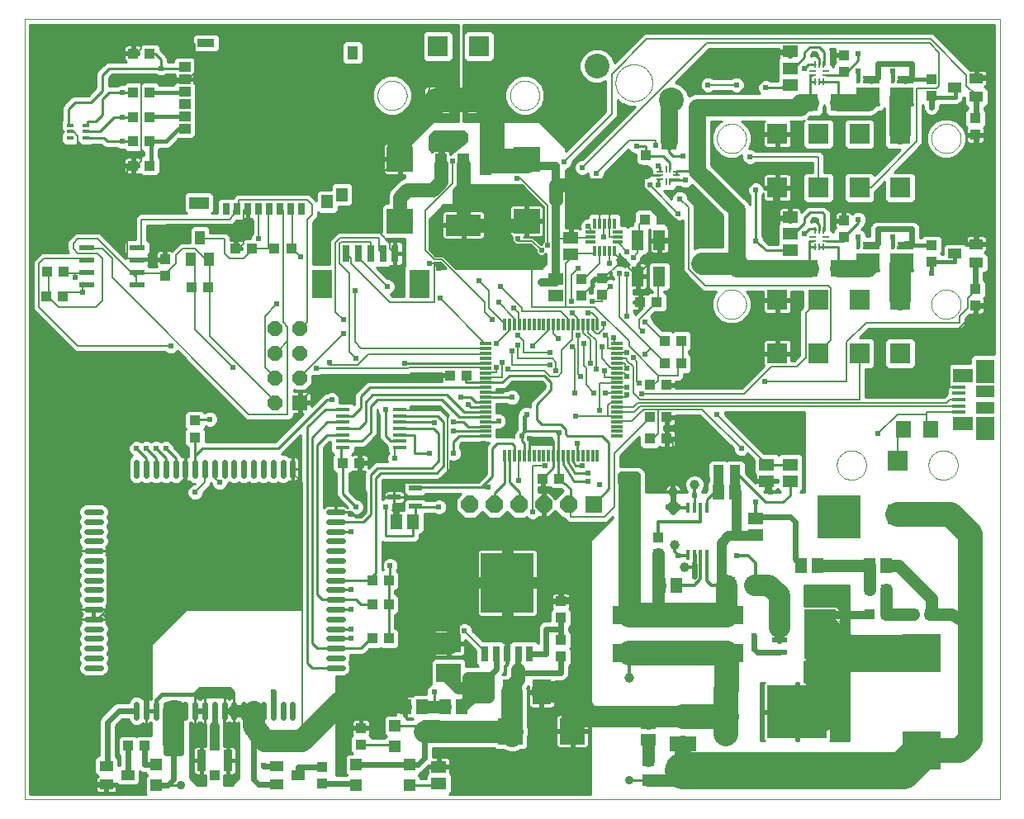
<source format=gtl>
G75*
G70*
%OFA0B0*%
%FSLAX24Y24*%
%IPPOS*%
%LPD*%
%AMOC8*
5,1,8,0,0,1.08239X$1,22.5*
%
%ADD10C,0.0000*%
%ADD11R,0.0120X0.0440*%
%ADD12R,0.0440X0.0120*%
%ADD13R,0.0394X0.0433*%
%ADD14R,0.0591X0.0512*%
%ADD15R,0.0630X0.0220*%
%ADD16R,0.0433X0.0551*%
%ADD17R,0.0472X0.0551*%
%ADD18R,0.0315X0.0492*%
%ADD19R,0.0787X0.0492*%
%ADD20R,0.0472X0.0386*%
%ADD21R,0.0689X0.0335*%
%ADD22R,0.0580X0.0140*%
%ADD23R,0.0472X0.0118*%
%ADD24R,0.0118X0.0472*%
%ADD25C,0.0236*%
%ADD26R,0.0295X0.0157*%
%ADD27R,0.0433X0.0394*%
%ADD28R,0.0551X0.0394*%
%ADD29R,0.0472X0.0472*%
%ADD30R,0.0335X0.0866*%
%ADD31R,0.0394X0.0413*%
%ADD32R,0.0161X0.0402*%
%ADD33R,0.1575X0.1575*%
%ADD34R,0.0630X0.0236*%
%ADD35R,0.1250X0.2000*%
%ADD36C,0.0476*%
%ADD37R,0.2441X0.2126*%
%ADD38R,0.0630X0.0394*%
%ADD39R,0.0630X0.0710*%
%ADD40R,0.0512X0.0591*%
%ADD41R,0.1339X0.0748*%
%ADD42R,0.1063X0.0630*%
%ADD43C,0.0394*%
%ADD44R,0.2126X0.2441*%
%ADD45R,0.0315X0.0630*%
%ADD46R,0.0827X0.0827*%
%ADD47R,0.0300X0.0100*%
%ADD48R,0.0100X0.0300*%
%ADD49R,0.0138X0.0138*%
%ADD50R,0.0665X0.0177*%
%ADD51R,0.0138X0.0315*%
%ADD52R,0.0929X0.0610*%
%ADD53R,0.0500X0.0250*%
%ADD54C,0.1000*%
%ADD55R,0.0480X0.0880*%
%ADD56R,0.1417X0.0866*%
%ADD57R,0.1063X0.1004*%
%ADD58R,0.1004X0.1063*%
%ADD59R,0.0768X0.0984*%
%ADD60R,0.0984X0.0768*%
%ADD61OC8,0.0700*%
%ADD62R,0.0700X0.0700*%
%ADD63R,0.0520X0.0220*%
%ADD64C,0.0354*%
%ADD65R,0.0472X0.0787*%
%ADD66R,0.0543X0.0177*%
%ADD67R,0.0827X0.0581*%
%ADD68R,0.0748X0.0935*%
%ADD69R,0.0748X0.0463*%
%ADD70R,0.0394X0.0551*%
%ADD71R,0.0630X0.0709*%
%ADD72R,0.0600X0.0600*%
%ADD73OC8,0.0600*%
%ADD74R,0.0315X0.0709*%
%ADD75R,0.0827X0.1181*%
%ADD76C,0.0240*%
%ADD77C,0.1000*%
%ADD78C,0.0240*%
%ADD79C,0.0120*%
%ADD80C,0.0100*%
%ADD81C,0.0160*%
%ADD82C,0.0860*%
%ADD83C,0.0500*%
%ADD84C,0.0906*%
%ADD85C,0.0320*%
%ADD86C,0.0560*%
%ADD87C,0.0060*%
%ADD88R,0.1778X0.1778*%
%ADD89C,0.0063*%
%ADD90C,0.0400*%
%ADD91C,0.1500*%
%ADD92C,0.0660*%
%ADD93C,0.0700*%
D10*
X002964Y004456D02*
X002964Y035952D01*
X042334Y035952D01*
X042334Y004456D01*
X002964Y004456D01*
X030916Y024452D02*
X030918Y024500D01*
X030924Y024548D01*
X030934Y024595D01*
X030947Y024641D01*
X030965Y024686D01*
X030985Y024730D01*
X031010Y024772D01*
X031038Y024811D01*
X031068Y024848D01*
X031102Y024882D01*
X031139Y024914D01*
X031177Y024943D01*
X031218Y024968D01*
X031261Y024990D01*
X031306Y025008D01*
X031352Y025022D01*
X031399Y025033D01*
X031447Y025040D01*
X031495Y025043D01*
X031543Y025042D01*
X031591Y025037D01*
X031639Y025028D01*
X031685Y025016D01*
X031730Y024999D01*
X031774Y024979D01*
X031816Y024956D01*
X031856Y024929D01*
X031894Y024899D01*
X031929Y024866D01*
X031961Y024830D01*
X031991Y024792D01*
X032017Y024751D01*
X032039Y024708D01*
X032059Y024664D01*
X032074Y024619D01*
X032086Y024572D01*
X032094Y024524D01*
X032098Y024476D01*
X032098Y024428D01*
X032094Y024380D01*
X032086Y024332D01*
X032074Y024285D01*
X032059Y024240D01*
X032039Y024196D01*
X032017Y024153D01*
X031991Y024112D01*
X031961Y024074D01*
X031929Y024038D01*
X031894Y024005D01*
X031856Y023975D01*
X031816Y023948D01*
X031774Y023925D01*
X031730Y023905D01*
X031685Y023888D01*
X031639Y023876D01*
X031591Y023867D01*
X031543Y023862D01*
X031495Y023861D01*
X031447Y023864D01*
X031399Y023871D01*
X031352Y023882D01*
X031306Y023896D01*
X031261Y023914D01*
X031218Y023936D01*
X031177Y023961D01*
X031139Y023990D01*
X031102Y024022D01*
X031068Y024056D01*
X031038Y024093D01*
X031010Y024132D01*
X030985Y024174D01*
X030965Y024218D01*
X030947Y024263D01*
X030934Y024309D01*
X030924Y024356D01*
X030918Y024404D01*
X030916Y024452D01*
X030916Y031145D02*
X030918Y031193D01*
X030924Y031241D01*
X030934Y031288D01*
X030947Y031334D01*
X030965Y031379D01*
X030985Y031423D01*
X031010Y031465D01*
X031038Y031504D01*
X031068Y031541D01*
X031102Y031575D01*
X031139Y031607D01*
X031177Y031636D01*
X031218Y031661D01*
X031261Y031683D01*
X031306Y031701D01*
X031352Y031715D01*
X031399Y031726D01*
X031447Y031733D01*
X031495Y031736D01*
X031543Y031735D01*
X031591Y031730D01*
X031639Y031721D01*
X031685Y031709D01*
X031730Y031692D01*
X031774Y031672D01*
X031816Y031649D01*
X031856Y031622D01*
X031894Y031592D01*
X031929Y031559D01*
X031961Y031523D01*
X031991Y031485D01*
X032017Y031444D01*
X032039Y031401D01*
X032059Y031357D01*
X032074Y031312D01*
X032086Y031265D01*
X032094Y031217D01*
X032098Y031169D01*
X032098Y031121D01*
X032094Y031073D01*
X032086Y031025D01*
X032074Y030978D01*
X032059Y030933D01*
X032039Y030889D01*
X032017Y030846D01*
X031991Y030805D01*
X031961Y030767D01*
X031929Y030731D01*
X031894Y030698D01*
X031856Y030668D01*
X031816Y030641D01*
X031774Y030618D01*
X031730Y030598D01*
X031685Y030581D01*
X031639Y030569D01*
X031591Y030560D01*
X031543Y030555D01*
X031495Y030554D01*
X031447Y030557D01*
X031399Y030564D01*
X031352Y030575D01*
X031306Y030589D01*
X031261Y030607D01*
X031218Y030629D01*
X031177Y030654D01*
X031139Y030683D01*
X031102Y030715D01*
X031068Y030749D01*
X031038Y030786D01*
X031010Y030825D01*
X030985Y030867D01*
X030965Y030911D01*
X030947Y030956D01*
X030934Y031002D01*
X030924Y031049D01*
X030918Y031097D01*
X030916Y031145D01*
X026826Y033393D02*
X026828Y033447D01*
X026834Y033501D01*
X026844Y033555D01*
X026858Y033607D01*
X026875Y033659D01*
X026896Y033709D01*
X026921Y033757D01*
X026950Y033804D01*
X026981Y033848D01*
X027016Y033889D01*
X027054Y033929D01*
X027094Y033965D01*
X027137Y033998D01*
X027182Y034028D01*
X027230Y034055D01*
X027279Y034078D01*
X027330Y034097D01*
X027382Y034113D01*
X027435Y034125D01*
X027489Y034133D01*
X027543Y034137D01*
X027597Y034137D01*
X027651Y034133D01*
X027705Y034125D01*
X027758Y034113D01*
X027810Y034097D01*
X027861Y034078D01*
X027910Y034055D01*
X027958Y034028D01*
X028003Y033998D01*
X028046Y033965D01*
X028086Y033929D01*
X028124Y033889D01*
X028159Y033848D01*
X028190Y033804D01*
X028219Y033757D01*
X028244Y033709D01*
X028265Y033659D01*
X028282Y033607D01*
X028296Y033555D01*
X028306Y033501D01*
X028312Y033447D01*
X028314Y033393D01*
X028312Y033339D01*
X028306Y033285D01*
X028296Y033231D01*
X028282Y033179D01*
X028265Y033127D01*
X028244Y033077D01*
X028219Y033029D01*
X028190Y032982D01*
X028159Y032938D01*
X028124Y032897D01*
X028086Y032857D01*
X028046Y032821D01*
X028003Y032788D01*
X027958Y032758D01*
X027910Y032731D01*
X027861Y032708D01*
X027810Y032689D01*
X027758Y032673D01*
X027705Y032661D01*
X027651Y032653D01*
X027597Y032649D01*
X027543Y032649D01*
X027489Y032653D01*
X027435Y032661D01*
X027382Y032673D01*
X027330Y032689D01*
X027279Y032708D01*
X027230Y032731D01*
X027182Y032758D01*
X027137Y032788D01*
X027094Y032821D01*
X027054Y032857D01*
X027016Y032897D01*
X026981Y032938D01*
X026950Y032982D01*
X026921Y033029D01*
X026896Y033077D01*
X026875Y033127D01*
X026858Y033179D01*
X026844Y033231D01*
X026834Y033285D01*
X026828Y033339D01*
X026826Y033393D01*
X022569Y032885D02*
X022571Y032933D01*
X022577Y032981D01*
X022587Y033028D01*
X022600Y033074D01*
X022618Y033119D01*
X022638Y033163D01*
X022663Y033205D01*
X022691Y033244D01*
X022721Y033281D01*
X022755Y033315D01*
X022792Y033347D01*
X022830Y033376D01*
X022871Y033401D01*
X022914Y033423D01*
X022959Y033441D01*
X023005Y033455D01*
X023052Y033466D01*
X023100Y033473D01*
X023148Y033476D01*
X023196Y033475D01*
X023244Y033470D01*
X023292Y033461D01*
X023338Y033449D01*
X023383Y033432D01*
X023427Y033412D01*
X023469Y033389D01*
X023509Y033362D01*
X023547Y033332D01*
X023582Y033299D01*
X023614Y033263D01*
X023644Y033225D01*
X023670Y033184D01*
X023692Y033141D01*
X023712Y033097D01*
X023727Y033052D01*
X023739Y033005D01*
X023747Y032957D01*
X023751Y032909D01*
X023751Y032861D01*
X023747Y032813D01*
X023739Y032765D01*
X023727Y032718D01*
X023712Y032673D01*
X023692Y032629D01*
X023670Y032586D01*
X023644Y032545D01*
X023614Y032507D01*
X023582Y032471D01*
X023547Y032438D01*
X023509Y032408D01*
X023469Y032381D01*
X023427Y032358D01*
X023383Y032338D01*
X023338Y032321D01*
X023292Y032309D01*
X023244Y032300D01*
X023196Y032295D01*
X023148Y032294D01*
X023100Y032297D01*
X023052Y032304D01*
X023005Y032315D01*
X022959Y032329D01*
X022914Y032347D01*
X022871Y032369D01*
X022830Y032394D01*
X022792Y032423D01*
X022755Y032455D01*
X022721Y032489D01*
X022691Y032526D01*
X022663Y032565D01*
X022638Y032607D01*
X022618Y032651D01*
X022600Y032696D01*
X022587Y032742D01*
X022577Y032789D01*
X022571Y032837D01*
X022569Y032885D01*
X017215Y032885D02*
X017217Y032933D01*
X017223Y032981D01*
X017233Y033028D01*
X017246Y033074D01*
X017264Y033119D01*
X017284Y033163D01*
X017309Y033205D01*
X017337Y033244D01*
X017367Y033281D01*
X017401Y033315D01*
X017438Y033347D01*
X017476Y033376D01*
X017517Y033401D01*
X017560Y033423D01*
X017605Y033441D01*
X017651Y033455D01*
X017698Y033466D01*
X017746Y033473D01*
X017794Y033476D01*
X017842Y033475D01*
X017890Y033470D01*
X017938Y033461D01*
X017984Y033449D01*
X018029Y033432D01*
X018073Y033412D01*
X018115Y033389D01*
X018155Y033362D01*
X018193Y033332D01*
X018228Y033299D01*
X018260Y033263D01*
X018290Y033225D01*
X018316Y033184D01*
X018338Y033141D01*
X018358Y033097D01*
X018373Y033052D01*
X018385Y033005D01*
X018393Y032957D01*
X018397Y032909D01*
X018397Y032861D01*
X018393Y032813D01*
X018385Y032765D01*
X018373Y032718D01*
X018358Y032673D01*
X018338Y032629D01*
X018316Y032586D01*
X018290Y032545D01*
X018260Y032507D01*
X018228Y032471D01*
X018193Y032438D01*
X018155Y032408D01*
X018115Y032381D01*
X018073Y032358D01*
X018029Y032338D01*
X017984Y032321D01*
X017938Y032309D01*
X017890Y032300D01*
X017842Y032295D01*
X017794Y032294D01*
X017746Y032297D01*
X017698Y032304D01*
X017651Y032315D01*
X017605Y032329D01*
X017560Y032347D01*
X017517Y032369D01*
X017476Y032394D01*
X017438Y032423D01*
X017401Y032455D01*
X017367Y032489D01*
X017337Y032526D01*
X017309Y032565D01*
X017284Y032607D01*
X017264Y032651D01*
X017246Y032696D01*
X017233Y032742D01*
X017223Y032789D01*
X017217Y032837D01*
X017215Y032885D01*
X035758Y017956D02*
X035760Y018004D01*
X035766Y018052D01*
X035776Y018099D01*
X035789Y018145D01*
X035807Y018190D01*
X035827Y018234D01*
X035852Y018276D01*
X035880Y018315D01*
X035910Y018352D01*
X035944Y018386D01*
X035981Y018418D01*
X036019Y018447D01*
X036060Y018472D01*
X036103Y018494D01*
X036148Y018512D01*
X036194Y018526D01*
X036241Y018537D01*
X036289Y018544D01*
X036337Y018547D01*
X036385Y018546D01*
X036433Y018541D01*
X036481Y018532D01*
X036527Y018520D01*
X036572Y018503D01*
X036616Y018483D01*
X036658Y018460D01*
X036698Y018433D01*
X036736Y018403D01*
X036771Y018370D01*
X036803Y018334D01*
X036833Y018296D01*
X036859Y018255D01*
X036881Y018212D01*
X036901Y018168D01*
X036916Y018123D01*
X036928Y018076D01*
X036936Y018028D01*
X036940Y017980D01*
X036940Y017932D01*
X036936Y017884D01*
X036928Y017836D01*
X036916Y017789D01*
X036901Y017744D01*
X036881Y017700D01*
X036859Y017657D01*
X036833Y017616D01*
X036803Y017578D01*
X036771Y017542D01*
X036736Y017509D01*
X036698Y017479D01*
X036658Y017452D01*
X036616Y017429D01*
X036572Y017409D01*
X036527Y017392D01*
X036481Y017380D01*
X036433Y017371D01*
X036385Y017366D01*
X036337Y017365D01*
X036289Y017368D01*
X036241Y017375D01*
X036194Y017386D01*
X036148Y017400D01*
X036103Y017418D01*
X036060Y017440D01*
X036019Y017465D01*
X035981Y017494D01*
X035944Y017526D01*
X035910Y017560D01*
X035880Y017597D01*
X035852Y017636D01*
X035827Y017678D01*
X035807Y017722D01*
X035789Y017767D01*
X035776Y017813D01*
X035766Y017860D01*
X035760Y017908D01*
X035758Y017956D01*
X039459Y017956D02*
X039461Y018004D01*
X039467Y018052D01*
X039477Y018099D01*
X039490Y018145D01*
X039508Y018190D01*
X039528Y018234D01*
X039553Y018276D01*
X039581Y018315D01*
X039611Y018352D01*
X039645Y018386D01*
X039682Y018418D01*
X039720Y018447D01*
X039761Y018472D01*
X039804Y018494D01*
X039849Y018512D01*
X039895Y018526D01*
X039942Y018537D01*
X039990Y018544D01*
X040038Y018547D01*
X040086Y018546D01*
X040134Y018541D01*
X040182Y018532D01*
X040228Y018520D01*
X040273Y018503D01*
X040317Y018483D01*
X040359Y018460D01*
X040399Y018433D01*
X040437Y018403D01*
X040472Y018370D01*
X040504Y018334D01*
X040534Y018296D01*
X040560Y018255D01*
X040582Y018212D01*
X040602Y018168D01*
X040617Y018123D01*
X040629Y018076D01*
X040637Y018028D01*
X040641Y017980D01*
X040641Y017932D01*
X040637Y017884D01*
X040629Y017836D01*
X040617Y017789D01*
X040602Y017744D01*
X040582Y017700D01*
X040560Y017657D01*
X040534Y017616D01*
X040504Y017578D01*
X040472Y017542D01*
X040437Y017509D01*
X040399Y017479D01*
X040359Y017452D01*
X040317Y017429D01*
X040273Y017409D01*
X040228Y017392D01*
X040182Y017380D01*
X040134Y017371D01*
X040086Y017366D01*
X040038Y017365D01*
X039990Y017368D01*
X039942Y017375D01*
X039895Y017386D01*
X039849Y017400D01*
X039804Y017418D01*
X039761Y017440D01*
X039720Y017465D01*
X039682Y017494D01*
X039645Y017526D01*
X039611Y017560D01*
X039581Y017597D01*
X039553Y017636D01*
X039528Y017678D01*
X039508Y017722D01*
X039490Y017767D01*
X039477Y017813D01*
X039467Y017860D01*
X039461Y017908D01*
X039459Y017956D01*
X039577Y024452D02*
X039579Y024500D01*
X039585Y024548D01*
X039595Y024595D01*
X039608Y024641D01*
X039626Y024686D01*
X039646Y024730D01*
X039671Y024772D01*
X039699Y024811D01*
X039729Y024848D01*
X039763Y024882D01*
X039800Y024914D01*
X039838Y024943D01*
X039879Y024968D01*
X039922Y024990D01*
X039967Y025008D01*
X040013Y025022D01*
X040060Y025033D01*
X040108Y025040D01*
X040156Y025043D01*
X040204Y025042D01*
X040252Y025037D01*
X040300Y025028D01*
X040346Y025016D01*
X040391Y024999D01*
X040435Y024979D01*
X040477Y024956D01*
X040517Y024929D01*
X040555Y024899D01*
X040590Y024866D01*
X040622Y024830D01*
X040652Y024792D01*
X040678Y024751D01*
X040700Y024708D01*
X040720Y024664D01*
X040735Y024619D01*
X040747Y024572D01*
X040755Y024524D01*
X040759Y024476D01*
X040759Y024428D01*
X040755Y024380D01*
X040747Y024332D01*
X040735Y024285D01*
X040720Y024240D01*
X040700Y024196D01*
X040678Y024153D01*
X040652Y024112D01*
X040622Y024074D01*
X040590Y024038D01*
X040555Y024005D01*
X040517Y023975D01*
X040477Y023948D01*
X040435Y023925D01*
X040391Y023905D01*
X040346Y023888D01*
X040300Y023876D01*
X040252Y023867D01*
X040204Y023862D01*
X040156Y023861D01*
X040108Y023864D01*
X040060Y023871D01*
X040013Y023882D01*
X039967Y023896D01*
X039922Y023914D01*
X039879Y023936D01*
X039838Y023961D01*
X039800Y023990D01*
X039763Y024022D01*
X039729Y024056D01*
X039699Y024093D01*
X039671Y024132D01*
X039646Y024174D01*
X039626Y024218D01*
X039608Y024263D01*
X039595Y024309D01*
X039585Y024356D01*
X039579Y024404D01*
X039577Y024452D01*
X039577Y031145D02*
X039579Y031193D01*
X039585Y031241D01*
X039595Y031288D01*
X039608Y031334D01*
X039626Y031379D01*
X039646Y031423D01*
X039671Y031465D01*
X039699Y031504D01*
X039729Y031541D01*
X039763Y031575D01*
X039800Y031607D01*
X039838Y031636D01*
X039879Y031661D01*
X039922Y031683D01*
X039967Y031701D01*
X040013Y031715D01*
X040060Y031726D01*
X040108Y031733D01*
X040156Y031736D01*
X040204Y031735D01*
X040252Y031730D01*
X040300Y031721D01*
X040346Y031709D01*
X040391Y031692D01*
X040435Y031672D01*
X040477Y031649D01*
X040517Y031622D01*
X040555Y031592D01*
X040590Y031559D01*
X040622Y031523D01*
X040652Y031485D01*
X040678Y031444D01*
X040700Y031401D01*
X040720Y031357D01*
X040735Y031312D01*
X040747Y031265D01*
X040755Y031217D01*
X040759Y031169D01*
X040759Y031121D01*
X040755Y031073D01*
X040747Y031025D01*
X040735Y030978D01*
X040720Y030933D01*
X040700Y030889D01*
X040678Y030846D01*
X040652Y030805D01*
X040622Y030767D01*
X040590Y030731D01*
X040555Y030698D01*
X040517Y030668D01*
X040477Y030641D01*
X040435Y030618D01*
X040391Y030598D01*
X040346Y030581D01*
X040300Y030569D01*
X040252Y030560D01*
X040204Y030555D01*
X040156Y030554D01*
X040108Y030557D01*
X040060Y030564D01*
X040013Y030575D01*
X039967Y030589D01*
X039922Y030607D01*
X039879Y030629D01*
X039838Y030654D01*
X039800Y030683D01*
X039763Y030715D01*
X039729Y030749D01*
X039699Y030786D01*
X039671Y030825D01*
X039646Y030867D01*
X039626Y030911D01*
X039608Y030956D01*
X039595Y031002D01*
X039585Y031049D01*
X039579Y031097D01*
X039577Y031145D01*
D11*
X026767Y027715D03*
X026577Y027715D03*
X026377Y027715D03*
X026177Y027715D03*
X025987Y027715D03*
X025987Y026615D03*
X026177Y026615D03*
X026377Y026615D03*
X026577Y026615D03*
X026767Y026615D03*
D12*
X026927Y026965D03*
X026927Y027165D03*
X026927Y027365D03*
X025827Y027365D03*
X025827Y027165D03*
X025827Y026965D03*
D13*
X026275Y025496D03*
X026275Y024826D03*
X025440Y024815D03*
X025440Y025484D03*
X028810Y022960D03*
X029479Y022960D03*
X029479Y022055D03*
X028810Y022055D03*
X036034Y027153D03*
X036034Y027822D03*
X036034Y033846D03*
X036034Y034515D03*
X028062Y030480D03*
X028062Y029811D03*
X020818Y021582D03*
X020149Y021582D03*
X013731Y026700D03*
X013062Y026700D03*
X010385Y025126D03*
X009716Y025126D03*
X008637Y025594D03*
X008637Y026263D03*
X004546Y025752D03*
X003877Y025752D03*
X003845Y024767D03*
X004515Y024767D03*
X007353Y031031D03*
X008023Y031031D03*
X008023Y032015D03*
X007353Y032015D03*
X007353Y033000D03*
X008023Y033000D03*
X016999Y013315D03*
X017668Y013315D03*
X017668Y012330D03*
X016999Y012330D03*
X016999Y010952D03*
X017668Y010952D03*
X007826Y006622D03*
X007156Y006622D03*
X037078Y011937D03*
X037747Y011937D03*
D14*
X032491Y015145D03*
X032491Y015815D03*
X032924Y017311D03*
X032924Y017980D03*
X033869Y017980D03*
X033869Y017311D03*
X024420Y024791D03*
X024420Y025460D03*
X025015Y026452D03*
X025015Y027122D03*
X033869Y027291D03*
X033869Y026622D03*
X033869Y027960D03*
X033869Y033315D03*
X033869Y033984D03*
X033869Y034653D03*
X028160Y007547D03*
X028160Y006878D03*
X019696Y005775D03*
X019696Y005106D03*
D15*
X007509Y025242D03*
X007509Y025742D03*
X007509Y026242D03*
X007509Y026742D03*
X005489Y026742D03*
X005489Y026242D03*
X005489Y025742D03*
X005489Y025242D03*
D16*
X016208Y034608D03*
D17*
X015779Y028874D03*
X015188Y028598D03*
D18*
X014141Y028293D03*
X013708Y028293D03*
X013275Y028293D03*
X012842Y028293D03*
X012408Y028293D03*
X011975Y028293D03*
X011542Y028293D03*
X011109Y028293D03*
D19*
X010007Y028549D03*
D20*
X009436Y031539D03*
X009436Y032039D03*
X009436Y032539D03*
X009436Y033039D03*
X009436Y033539D03*
X009436Y034039D03*
D21*
X010292Y035006D03*
D22*
X015818Y020199D03*
X015818Y019939D03*
X015818Y019689D03*
X015818Y019429D03*
X015818Y019169D03*
X015818Y018919D03*
X015818Y018659D03*
X018118Y018659D03*
X018118Y018919D03*
X018118Y019169D03*
X018118Y019429D03*
X018118Y019689D03*
X018118Y019939D03*
X018118Y020199D03*
D23*
X021576Y020106D03*
X021576Y020303D03*
X021576Y020500D03*
X021576Y020696D03*
X021576Y020893D03*
X021576Y021090D03*
X021576Y021287D03*
X021576Y021484D03*
X021576Y021681D03*
X021576Y021878D03*
X021576Y022074D03*
X021576Y022271D03*
X021576Y022468D03*
X021576Y022665D03*
X021576Y022862D03*
X021576Y019909D03*
X021576Y019712D03*
X021576Y019515D03*
X021576Y019319D03*
X021576Y019122D03*
X026871Y019122D03*
X026871Y019319D03*
X026871Y019515D03*
X026871Y019712D03*
X026871Y019909D03*
X026871Y020106D03*
X026871Y020303D03*
X026871Y020500D03*
X026871Y020696D03*
X026871Y020893D03*
X026871Y021090D03*
X026871Y021287D03*
X026871Y021484D03*
X026871Y021681D03*
X026871Y021878D03*
X026871Y022074D03*
X026871Y022271D03*
X026871Y022468D03*
X026871Y022665D03*
X026871Y022862D03*
D24*
X026094Y023639D03*
X025897Y023639D03*
X025700Y023639D03*
X025503Y023639D03*
X025306Y023639D03*
X025109Y023639D03*
X024912Y023639D03*
X024716Y023639D03*
X024519Y023639D03*
X024322Y023639D03*
X024125Y023639D03*
X023928Y023639D03*
X023731Y023639D03*
X023534Y023639D03*
X023338Y023639D03*
X023141Y023639D03*
X022944Y023639D03*
X022747Y023639D03*
X022550Y023639D03*
X022353Y023639D03*
X022353Y018344D03*
X022550Y018344D03*
X022747Y018344D03*
X022944Y018344D03*
X023141Y018344D03*
X023338Y018344D03*
X023534Y018344D03*
X023731Y018344D03*
X023928Y018344D03*
X024125Y018344D03*
X024322Y018344D03*
X024519Y018344D03*
X024716Y018344D03*
X024912Y018344D03*
X025109Y018344D03*
X025306Y018344D03*
X025503Y018344D03*
X025700Y018344D03*
X025897Y018344D03*
X026094Y018344D03*
D25*
X015798Y016070D02*
X015248Y016070D01*
X015248Y015677D02*
X015798Y015677D01*
X015798Y015283D02*
X015248Y015283D01*
X015248Y014889D02*
X015798Y014889D01*
X015798Y014496D02*
X015248Y014496D01*
X015248Y014102D02*
X015798Y014102D01*
X015798Y013708D02*
X015248Y013708D01*
X015248Y013315D02*
X015798Y013315D01*
X015798Y012921D02*
X015248Y012921D01*
X015248Y012527D02*
X015798Y012527D01*
X015798Y012133D02*
X015248Y012133D01*
X015248Y011740D02*
X015798Y011740D01*
X015798Y011346D02*
X015248Y011346D01*
X015248Y010952D02*
X015798Y010952D01*
X015798Y010559D02*
X015248Y010559D01*
X015248Y010165D02*
X015798Y010165D01*
X015798Y009771D02*
X015248Y009771D01*
X013790Y008314D02*
X013790Y007764D01*
X013397Y007764D02*
X013397Y008314D01*
X013003Y008314D02*
X013003Y007764D01*
X012609Y007764D02*
X012609Y008314D01*
X012216Y008314D02*
X012216Y007764D01*
X011822Y007764D02*
X011822Y008314D01*
X011428Y008314D02*
X011428Y007764D01*
X011034Y007764D02*
X011034Y008314D01*
X010641Y008314D02*
X010641Y007764D01*
X010247Y007764D02*
X010247Y008314D01*
X009853Y008314D02*
X009853Y007764D01*
X009460Y007764D02*
X009460Y008314D01*
X009066Y008314D02*
X009066Y007764D01*
X008672Y007764D02*
X008672Y008314D01*
X008279Y008314D02*
X008279Y007764D01*
X007885Y007764D02*
X007885Y008314D01*
X007491Y008314D02*
X007491Y007764D01*
X006034Y009771D02*
X005484Y009771D01*
X005484Y010165D02*
X006034Y010165D01*
X006034Y010559D02*
X005484Y010559D01*
X005484Y010952D02*
X006034Y010952D01*
X006034Y011346D02*
X005484Y011346D01*
X005484Y011740D02*
X006034Y011740D01*
X006034Y012133D02*
X005484Y012133D01*
X005484Y012527D02*
X006034Y012527D01*
X006034Y012921D02*
X005484Y012921D01*
X005484Y013315D02*
X006034Y013315D01*
X006034Y013708D02*
X005484Y013708D01*
X005484Y014102D02*
X006034Y014102D01*
X006034Y014496D02*
X005484Y014496D01*
X005484Y014889D02*
X006034Y014889D01*
X006034Y015283D02*
X005484Y015283D01*
X005484Y015677D02*
X006034Y015677D01*
X006034Y016070D02*
X005484Y016070D01*
X007491Y017528D02*
X007491Y018078D01*
X007885Y018078D02*
X007885Y017528D01*
X008279Y017528D02*
X008279Y018078D01*
X008672Y018078D02*
X008672Y017528D01*
X009066Y017528D02*
X009066Y018078D01*
X009460Y018078D02*
X009460Y017528D01*
X009853Y017528D02*
X009853Y018078D01*
X010247Y018078D02*
X010247Y017528D01*
X010641Y017528D02*
X010641Y018078D01*
X011034Y018078D02*
X011034Y017528D01*
X011428Y017528D02*
X011428Y018078D01*
X011822Y018078D02*
X011822Y017528D01*
X012216Y017528D02*
X012216Y018078D01*
X012609Y018078D02*
X012609Y017528D01*
X013003Y017528D02*
X013003Y018078D01*
X013397Y018078D02*
X013397Y017528D01*
X013790Y017528D02*
X013790Y018078D01*
D26*
X005454Y031169D03*
X005454Y031431D03*
X005454Y031681D03*
X004804Y031681D03*
X004804Y031425D03*
X004804Y031169D03*
D27*
X007353Y030047D03*
X008023Y030047D03*
X011487Y026700D03*
X012156Y026700D03*
X009853Y019752D03*
X009853Y019082D03*
X015818Y018039D03*
X016487Y018039D03*
X023889Y017409D03*
X024558Y017409D03*
X028219Y019023D03*
X028889Y019023D03*
X028889Y019889D03*
X028219Y019889D03*
X028219Y021189D03*
X028889Y021189D03*
X028495Y024535D03*
X027826Y024535D03*
X028023Y027881D03*
X028692Y027881D03*
X039578Y026838D03*
X039578Y026169D03*
X041349Y025067D03*
X041349Y024397D03*
X041349Y031287D03*
X041349Y031956D03*
X039578Y032862D03*
X039578Y033531D03*
X031645Y017763D03*
X030975Y017763D03*
X028554Y015027D03*
X028554Y014358D03*
X024617Y012468D03*
X024617Y011799D03*
X024617Y010893D03*
X024617Y010224D03*
X016546Y007350D03*
X016546Y006681D03*
X014971Y005775D03*
X014971Y005106D03*
X037078Y012921D03*
X037747Y012921D03*
X038849Y011937D03*
X039519Y011937D03*
X008023Y034574D03*
X007353Y034574D03*
D28*
X040523Y033196D03*
X041389Y032822D03*
X041389Y033570D03*
X041389Y026878D03*
X041389Y026130D03*
X040523Y026504D03*
X014027Y005441D03*
X013160Y005815D03*
X013160Y005067D03*
X007137Y005441D03*
X006271Y005815D03*
X006271Y005067D03*
D29*
X008279Y005027D03*
X008279Y005854D03*
X016349Y005854D03*
X016349Y005027D03*
X017924Y006602D03*
X017924Y007429D03*
X018515Y005854D03*
X018515Y005027D03*
X028160Y005224D03*
X028160Y006051D03*
D30*
X011182Y006031D03*
X010099Y006031D03*
D31*
X010641Y006631D03*
X010641Y005431D03*
D32*
X029745Y014338D03*
X030001Y014338D03*
X030257Y014338D03*
X030513Y014338D03*
X030513Y016228D03*
X030257Y016228D03*
X030001Y016228D03*
X029745Y016228D03*
D33*
X039184Y010362D03*
X039184Y006425D03*
D34*
X035483Y010399D03*
X035483Y010899D03*
X035483Y011399D03*
X035483Y011899D03*
X033436Y011899D03*
X033436Y011399D03*
X033436Y010899D03*
X033436Y010399D03*
D35*
X035085Y011149D03*
D36*
X034710Y011149D03*
X034710Y010649D03*
X034710Y011649D03*
D37*
X034156Y008000D03*
D38*
X031282Y008897D03*
X031282Y007102D03*
D39*
X031341Y013118D03*
X032460Y013118D03*
X034687Y025913D03*
X035807Y025913D03*
X030098Y031031D03*
X028979Y031031D03*
X034687Y032606D03*
X035807Y032606D03*
D40*
X031645Y016858D03*
X030975Y016858D03*
X034322Y013905D03*
X034991Y013905D03*
X037078Y013905D03*
X037747Y013905D03*
X029282Y013118D03*
X028613Y013118D03*
X020621Y008196D03*
X019952Y008196D03*
X019007Y008196D03*
X018338Y008196D03*
X018653Y015677D03*
X017983Y015677D03*
D41*
X027373Y011917D03*
X027373Y010381D03*
X029342Y010381D03*
X029342Y011917D03*
X031310Y011917D03*
X031310Y010381D03*
D42*
X029538Y007803D03*
X029538Y006700D03*
D43*
X027373Y009378D03*
X027373Y012921D03*
X029617Y013826D03*
X029223Y014732D03*
X029145Y016858D03*
X030011Y017173D03*
D44*
X022452Y013208D03*
D45*
X022452Y010334D03*
X022901Y010334D03*
X023349Y010334D03*
X022003Y010334D03*
X021554Y010334D03*
D46*
X033357Y022468D03*
X035011Y022468D03*
X036664Y022468D03*
X038318Y022468D03*
X038318Y024633D03*
X036664Y024633D03*
X035011Y024633D03*
X033357Y024633D03*
X033357Y029161D03*
X035011Y029161D03*
X036664Y029161D03*
X038318Y029161D03*
X038318Y031326D03*
X036664Y031326D03*
X035011Y031326D03*
X033357Y031326D03*
X021310Y032704D03*
X019656Y032704D03*
X019656Y034870D03*
X021310Y034870D03*
X038200Y018137D03*
X038200Y015972D03*
D47*
X035310Y027014D03*
X035310Y027174D03*
X034790Y027174D03*
X034790Y027014D03*
X029288Y029493D03*
X029288Y029653D03*
X029288Y029813D03*
X028608Y029813D03*
X028608Y029653D03*
X028608Y029493D03*
X034790Y033707D03*
X034790Y033867D03*
X035310Y033867D03*
X035310Y033707D03*
D48*
X035210Y033447D03*
X035050Y033447D03*
X034890Y033447D03*
X034890Y034127D03*
X035050Y034127D03*
X035210Y034127D03*
X029028Y029913D03*
X028868Y029913D03*
X028868Y029393D03*
X029028Y029393D03*
X034890Y027434D03*
X035050Y027434D03*
X035210Y027434D03*
X035210Y026754D03*
X035050Y026754D03*
X034890Y026754D03*
D49*
X036621Y025834D03*
X036885Y025834D03*
X037149Y025834D03*
X037412Y025834D03*
X037999Y025834D03*
X038263Y025834D03*
X038527Y025834D03*
X038790Y025834D03*
X038790Y026897D03*
X038527Y026897D03*
X038263Y026897D03*
X037412Y026897D03*
X037149Y026897D03*
X036885Y026897D03*
X036885Y032527D03*
X037149Y032527D03*
X037412Y032527D03*
X037999Y032527D03*
X038263Y032527D03*
X038527Y032527D03*
X038790Y032527D03*
X038790Y033590D03*
X038527Y033590D03*
X038263Y033590D03*
X037412Y033590D03*
X037149Y033590D03*
X036885Y033590D03*
X036621Y032527D03*
D50*
X037149Y033433D03*
X038527Y033433D03*
X038527Y026740D03*
X037149Y026740D03*
D51*
X036621Y026809D03*
X037999Y026809D03*
X037999Y033502D03*
X036621Y033502D03*
D52*
X037017Y032901D03*
X038395Y032901D03*
X038395Y026208D03*
X037017Y026208D03*
D53*
X037058Y026189D03*
X038436Y026189D03*
X038436Y032881D03*
X037058Y032881D03*
D54*
X029070Y032712D03*
X026070Y034074D03*
D55*
X021590Y030086D03*
X020680Y030086D03*
X019770Y030086D03*
D56*
X020680Y027646D03*
D57*
X018121Y027813D03*
X018121Y030313D03*
X023239Y030313D03*
X023239Y027813D03*
D58*
X022580Y007212D03*
X025080Y007212D03*
D59*
X023840Y008787D03*
X022639Y008787D03*
D60*
X020090Y009565D03*
X020090Y010765D03*
D61*
X020936Y016366D03*
X021936Y016366D03*
X022936Y016366D03*
X023936Y016366D03*
X024936Y016366D03*
D62*
X025936Y016366D03*
D63*
X018748Y016291D03*
X018748Y017031D03*
X017888Y016661D03*
D64*
X009263Y005047D03*
X027373Y005244D03*
D65*
X027727Y025578D03*
X028594Y025578D03*
X028594Y027035D03*
X027727Y027035D03*
D66*
X040696Y021110D03*
X040696Y020854D03*
X040696Y020598D03*
X040696Y020342D03*
X040696Y020086D03*
D67*
X040838Y019629D03*
X040838Y021568D03*
D68*
X041743Y021745D03*
X041743Y019451D03*
D69*
X041743Y020268D03*
X041743Y020928D03*
D70*
X010424Y026267D03*
X009676Y026267D03*
X010050Y027133D03*
D71*
X038436Y019417D03*
X039538Y019417D03*
D72*
X014094Y020476D03*
D73*
X013094Y020476D03*
X013094Y021476D03*
X014094Y021476D03*
X014094Y022476D03*
X013094Y022476D03*
X013094Y023476D03*
X014094Y023476D03*
D74*
X015956Y026504D03*
X016448Y026504D03*
X016940Y026504D03*
X017432Y026504D03*
X017924Y026504D03*
D75*
X018908Y025273D03*
X014971Y025273D03*
D76*
X016310Y025007D03*
X015838Y023826D03*
X015838Y023275D03*
X016349Y022252D03*
X016120Y021372D03*
X015817Y021372D03*
X015514Y021372D03*
X015286Y022094D03*
X014735Y021858D03*
X015365Y020598D03*
X017531Y020204D03*
X018970Y021433D03*
X019273Y021433D03*
X019576Y021433D03*
X020582Y020696D03*
X020877Y020401D03*
X020286Y019712D03*
X020286Y019319D03*
X019499Y019673D03*
X019302Y018433D03*
X020286Y018433D03*
X021468Y018826D03*
X022097Y019732D03*
X023042Y019122D03*
X023338Y019023D03*
X023239Y020007D03*
X022649Y020696D03*
X022649Y021189D03*
X022491Y021819D03*
X022255Y022094D03*
X022019Y021897D03*
X022649Y022567D03*
X022885Y022803D03*
X022885Y023196D03*
X023475Y022763D03*
X024184Y022488D03*
X024499Y023078D03*
X025090Y022724D03*
X025562Y022881D03*
X025326Y023196D03*
X026271Y022724D03*
X026428Y023196D03*
X026743Y023118D03*
X026349Y023669D03*
X025719Y024102D03*
X025877Y024574D03*
X025090Y024102D03*
X025050Y024574D03*
X024420Y024653D03*
X023830Y025322D03*
X022727Y024299D03*
X022097Y024535D03*
X022176Y025165D03*
X021310Y025401D03*
X021271Y026504D03*
X021271Y026897D03*
X021664Y026897D03*
X021664Y026504D03*
X022058Y026504D03*
X022058Y026897D03*
X022452Y026897D03*
X022452Y026504D03*
X022885Y027094D03*
X022452Y027291D03*
X022452Y027685D03*
X022452Y028078D03*
X022058Y028078D03*
X022058Y027685D03*
X021664Y027685D03*
X021664Y028078D03*
X021664Y028472D03*
X021271Y028472D03*
X020877Y028472D03*
X020483Y028472D03*
X020483Y028866D03*
X020877Y028866D03*
X021271Y028866D03*
X021664Y028866D03*
X022058Y028866D03*
X022452Y028866D03*
X022845Y029535D03*
X022452Y028472D03*
X022058Y028472D03*
X022058Y027291D03*
X021664Y027291D03*
X020877Y026897D03*
X020877Y026504D03*
X020483Y026504D03*
X020483Y026897D03*
X020090Y026897D03*
X020090Y026504D03*
X019696Y026504D03*
X019696Y026897D03*
X019696Y027291D03*
X019696Y027685D03*
X019696Y028078D03*
X019302Y026110D03*
X019696Y025913D03*
X019735Y024693D03*
X017609Y025165D03*
X014105Y026385D03*
X012412Y027094D03*
X013160Y024456D03*
X011389Y021897D03*
X010444Y019811D03*
X008672Y018630D03*
X008279Y018630D03*
X007885Y018630D03*
X007491Y018630D03*
X007294Y020007D03*
X006901Y020007D03*
X006901Y020401D03*
X007294Y020401D03*
X007294Y020795D03*
X006901Y020795D03*
X008869Y022763D03*
X005326Y024929D03*
X005011Y025519D03*
X005916Y027488D03*
X005916Y027881D03*
X005916Y028275D03*
X005916Y028669D03*
X005916Y029063D03*
X005916Y029456D03*
X006901Y031031D03*
X006901Y032015D03*
X006901Y033000D03*
X008475Y033984D03*
X009460Y031031D03*
X009853Y031031D03*
X009853Y030637D03*
X009853Y030244D03*
X009460Y030244D03*
X009460Y030637D03*
X010247Y030637D03*
X010247Y030244D03*
X010247Y031031D03*
X016940Y031031D03*
X016940Y030637D03*
X016940Y030244D03*
X019499Y030834D03*
X019893Y030834D03*
X020286Y030834D03*
X020286Y031228D03*
X019893Y031228D03*
X019499Y031228D03*
X020680Y031228D03*
X020247Y030244D03*
X023239Y027646D03*
X024066Y026819D03*
X023830Y026622D03*
X025326Y025913D03*
X026586Y026110D03*
X026979Y025716D03*
X027294Y025677D03*
X027531Y026346D03*
X027294Y026582D03*
X026349Y027173D03*
X025719Y027606D03*
X026034Y029732D03*
X025483Y029968D03*
X024735Y030204D03*
X027668Y030834D03*
X028436Y030874D03*
X028554Y030047D03*
X028554Y029259D03*
X028200Y029259D03*
X029420Y028708D03*
X029342Y028118D03*
X030129Y027685D03*
X030523Y027685D03*
X030916Y027685D03*
X030818Y026405D03*
X030818Y026110D03*
X030523Y026110D03*
X030523Y026405D03*
X030227Y026405D03*
X030227Y026110D03*
X030227Y025815D03*
X030523Y025815D03*
X030818Y025815D03*
X032491Y026996D03*
X033279Y027291D03*
X033279Y027881D03*
X034460Y027291D03*
X034853Y027881D03*
X035641Y027881D03*
X036625Y027881D03*
X036625Y027173D03*
X038003Y027173D03*
X039578Y025716D03*
X040956Y028275D03*
X041349Y028275D03*
X041349Y028669D03*
X040956Y028669D03*
X039775Y029653D03*
X039775Y030047D03*
X039381Y030047D03*
X039381Y029653D03*
X039578Y032409D03*
X038003Y033866D03*
X036625Y033866D03*
X036625Y034574D03*
X035641Y034574D03*
X034853Y034574D03*
X034460Y033984D03*
X033279Y034574D03*
X032885Y033196D03*
X031704Y033315D03*
X030562Y033315D03*
X029538Y030441D03*
X029637Y029456D03*
X032255Y030401D03*
X032491Y029063D03*
X028003Y023748D03*
X027924Y023354D03*
X027294Y023984D03*
X027294Y022488D03*
X027531Y022291D03*
X027294Y021858D03*
X027294Y021543D03*
X027294Y021110D03*
X027294Y020795D03*
X027885Y020834D03*
X027767Y021267D03*
X028003Y022448D03*
X026389Y021779D03*
X026034Y021819D03*
X025798Y022055D03*
X025405Y021543D03*
X025168Y020874D03*
X025956Y020874D03*
X026428Y020874D03*
X026192Y020165D03*
X025208Y019929D03*
X024538Y019259D03*
X025286Y018826D03*
X025483Y017921D03*
X025700Y017645D03*
X025700Y017311D03*
X026192Y017173D03*
X027078Y017252D03*
X027078Y017547D03*
X027373Y017547D03*
X027668Y017547D03*
X027668Y017252D03*
X027373Y017252D03*
X027373Y016956D03*
X027078Y016956D03*
X027668Y016956D03*
X028948Y016267D03*
X029145Y016070D03*
X029342Y016267D03*
X029145Y016464D03*
X030011Y016740D03*
X031901Y018630D03*
X033082Y018630D03*
X033475Y018630D03*
X033869Y018630D03*
X033869Y019811D03*
X033475Y019811D03*
X033082Y019811D03*
X032845Y021346D03*
X031704Y022370D03*
X031704Y022763D03*
X031310Y022763D03*
X031310Y022370D03*
X033357Y023354D03*
X030916Y020007D03*
X033082Y016858D03*
X032491Y016464D03*
X031704Y014299D03*
X030011Y013944D03*
X030011Y013472D03*
X029342Y014299D03*
X032412Y011070D03*
X032412Y010795D03*
X032412Y010519D03*
X029932Y010559D03*
X029735Y010756D03*
X029538Y010559D03*
X029735Y010362D03*
X030326Y008000D03*
X030719Y008000D03*
X030719Y007606D03*
X030326Y007606D03*
X031113Y007606D03*
X031113Y008000D03*
X031507Y008000D03*
X031507Y007606D03*
X033279Y007803D03*
X033279Y008196D03*
X033279Y008590D03*
X034066Y008590D03*
X034460Y008590D03*
X034460Y008196D03*
X034460Y007803D03*
X034460Y007409D03*
X034066Y007409D03*
X033279Y007409D03*
X035641Y007409D03*
X036034Y007409D03*
X036034Y007015D03*
X035641Y007015D03*
X035641Y007803D03*
X036034Y007803D03*
X036034Y008196D03*
X035641Y008196D03*
X035641Y008590D03*
X036034Y008590D03*
X036034Y008984D03*
X035641Y008984D03*
X035641Y009378D03*
X035641Y009771D03*
X036034Y009771D03*
X036034Y009378D03*
X035247Y009378D03*
X035247Y009771D03*
X034853Y009771D03*
X034853Y009378D03*
X036034Y010165D03*
X036034Y010559D03*
X036034Y010952D03*
X036034Y011346D03*
X036034Y011740D03*
X036034Y012133D03*
X036034Y012527D03*
X035641Y012527D03*
X035641Y012921D03*
X036034Y012921D03*
X035247Y012921D03*
X034853Y012921D03*
X034853Y012527D03*
X035247Y012527D03*
X035641Y013905D03*
X036034Y013905D03*
X036428Y013905D03*
X037412Y019220D03*
X038200Y021189D03*
X038594Y021189D03*
X038987Y021189D03*
X026625Y025165D03*
X024184Y022015D03*
X024420Y021779D03*
X023830Y021189D03*
X022019Y022881D03*
X021861Y023826D03*
X018318Y022074D03*
X017924Y018236D03*
X017531Y017055D03*
X017531Y016267D03*
X016546Y017055D03*
X016349Y016267D03*
X016153Y015283D03*
X017727Y013905D03*
X016153Y012921D03*
X016153Y012133D03*
X016153Y011346D03*
X016153Y010952D03*
X017334Y009574D03*
X017334Y009181D03*
X017727Y009181D03*
X017727Y009574D03*
X019499Y008787D03*
X019401Y007507D03*
X019401Y007212D03*
X019696Y007212D03*
X019696Y006917D03*
X019401Y006917D03*
X019105Y006917D03*
X019105Y007212D03*
X019105Y007507D03*
X019696Y007507D03*
X020877Y008590D03*
X021271Y008590D03*
X021664Y008590D03*
X021664Y008984D03*
X021271Y008984D03*
X020877Y008984D03*
X020877Y009378D03*
X021271Y009378D03*
X021664Y009378D03*
X020719Y011267D03*
X020680Y012133D03*
X020286Y012133D03*
X020286Y012527D03*
X020286Y012921D03*
X020286Y013315D03*
X020286Y013708D03*
X020286Y014102D03*
X020286Y014496D03*
X020286Y014889D03*
X020286Y015283D03*
X020680Y015283D03*
X020680Y014889D03*
X020680Y014496D03*
X020680Y014102D03*
X020680Y013708D03*
X020680Y013315D03*
X020680Y012921D03*
X020680Y012527D03*
X021861Y012330D03*
X022255Y012330D03*
X022649Y012330D03*
X023042Y012330D03*
X023042Y012724D03*
X022649Y012724D03*
X022255Y012724D03*
X021861Y012724D03*
X021861Y013118D03*
X022255Y013118D03*
X022649Y013118D03*
X023042Y013118D03*
X024223Y013315D03*
X024223Y013708D03*
X024223Y014102D03*
X024223Y014496D03*
X024223Y014889D03*
X023830Y014889D03*
X023436Y014889D03*
X023042Y014889D03*
X022649Y014889D03*
X022649Y015283D03*
X023042Y015283D03*
X023436Y015283D03*
X023830Y015283D03*
X024223Y015283D03*
X024617Y015283D03*
X024617Y014889D03*
X024617Y014496D03*
X024617Y014102D03*
X024617Y013708D03*
X024617Y013315D03*
X024617Y012921D03*
X024223Y012921D03*
X024223Y012527D03*
X022255Y014889D03*
X021861Y014889D03*
X021468Y014889D03*
X021468Y015283D03*
X021861Y015283D03*
X022255Y015283D03*
X021074Y015283D03*
X021074Y014889D03*
X019696Y016267D03*
X021664Y017055D03*
X022924Y017330D03*
X023987Y017921D03*
X023475Y016070D03*
X023830Y007212D03*
X024223Y007212D03*
X024223Y006819D03*
X023830Y006819D03*
X021074Y005441D03*
X020680Y005441D03*
X020680Y005047D03*
X021074Y005047D03*
X013003Y008787D03*
X011330Y008689D03*
X011034Y008689D03*
X010247Y008689D03*
X009952Y008689D03*
X010149Y007409D03*
X010149Y007114D03*
X010149Y006819D03*
X009263Y006917D03*
X009263Y007212D03*
X008968Y007212D03*
X008968Y006917D03*
X008968Y006622D03*
X009263Y006622D03*
X008672Y006622D03*
X008672Y006917D03*
X008672Y007212D03*
X007885Y008787D03*
X011133Y007409D03*
X011133Y007114D03*
X011133Y006819D03*
X012609Y005834D03*
X011231Y005244D03*
X010050Y005244D03*
X005719Y005047D03*
X006507Y011740D03*
X006507Y012133D03*
X006901Y012133D03*
X006901Y011740D03*
X006901Y014496D03*
X006507Y014496D03*
X008475Y014693D03*
X008475Y015086D03*
X008475Y015480D03*
X008869Y015480D03*
X008869Y015086D03*
X008869Y014693D03*
X009263Y014693D03*
X009263Y015086D03*
X009656Y015086D03*
X009656Y014693D03*
X009656Y015480D03*
X009263Y015480D03*
X009460Y016464D03*
X009460Y016858D03*
X009853Y016858D03*
X010838Y017252D03*
X013790Y018433D03*
X029342Y006031D03*
X029735Y006031D03*
X029735Y005637D03*
X029342Y005637D03*
X029342Y005244D03*
X029735Y005244D03*
X030129Y005244D03*
X030129Y005637D03*
X030129Y006031D03*
D77*
X031282Y007102D02*
X031282Y007803D01*
X031310Y007803D01*
X031282Y007803D02*
X031113Y007803D01*
X029538Y007803D01*
X031282Y007803D02*
X031282Y008897D01*
X031310Y008897D01*
X031310Y010381D01*
X029342Y010381D01*
X027373Y010381D01*
X027373Y011917D02*
X028554Y011917D01*
X029342Y011917D01*
X031310Y011917D01*
X038200Y015972D02*
X040359Y015972D01*
X041153Y015179D01*
X041153Y011543D01*
X041153Y006865D01*
X040712Y006425D01*
X039184Y006425D01*
X023239Y030244D02*
X021861Y030244D01*
X021861Y032704D01*
X021310Y032704D01*
X019656Y032704D01*
X018121Y031169D01*
X018121Y030313D01*
X023239Y030244D02*
X023239Y030313D01*
D78*
X033279Y029161D02*
X033279Y027881D01*
X033279Y027291D01*
X033279Y029161D02*
X033357Y029161D01*
X037412Y027488D02*
X037412Y026897D01*
X037412Y027488D02*
X038790Y027488D01*
X038790Y026897D01*
X038527Y026897D01*
X041389Y026878D02*
X041389Y028275D01*
X041389Y031287D01*
X041349Y031287D01*
X041349Y032015D02*
X041389Y032015D01*
X041389Y032822D01*
X041389Y033570D02*
X041389Y033590D01*
X041940Y033590D01*
X041940Y026897D01*
X041940Y024397D01*
X041349Y024397D01*
X041349Y025067D02*
X041349Y026130D01*
X041389Y026130D01*
X039578Y032409D02*
X039578Y032803D01*
X039578Y032862D01*
X038790Y033551D02*
X038790Y034181D01*
X037412Y034181D01*
X037412Y033590D01*
X027668Y017252D02*
X027373Y017252D01*
X027078Y017252D01*
X027078Y016956D01*
X027373Y016956D02*
X027373Y016858D01*
X027570Y016858D01*
X027570Y016956D01*
X027668Y016956D01*
X028948Y016267D02*
X029145Y016070D01*
X029342Y016267D01*
X029145Y016464D01*
X028948Y016267D01*
X029342Y016267D01*
X029145Y016464D02*
X029145Y016858D01*
X030011Y013944D02*
X030011Y013472D01*
X032412Y011070D02*
X032412Y010795D01*
X032412Y010519D01*
X032532Y010399D01*
X033436Y010399D01*
X031507Y008000D02*
X031507Y007803D01*
X031507Y007606D01*
X031113Y007606D01*
X030719Y007606D01*
X030326Y007606D01*
X030326Y008000D01*
X030719Y008000D02*
X031113Y008000D01*
X031113Y007803D01*
X031310Y007803D02*
X031507Y007803D01*
X030129Y006031D02*
X029735Y006031D01*
X029735Y005637D01*
X029342Y005637D01*
X029342Y005244D01*
X029735Y005244D02*
X030129Y005244D01*
X030129Y005637D01*
X030129Y006031D01*
X029735Y006031D02*
X029342Y006031D01*
X025209Y008591D02*
X025209Y012527D01*
X024617Y012527D01*
X024617Y013208D01*
X022452Y013208D01*
X022452Y010334D01*
X022885Y010334D02*
X022885Y009693D01*
X022885Y009574D02*
X024617Y009574D01*
X024617Y010224D01*
X024027Y010334D02*
X024027Y011346D01*
X024617Y011346D01*
X024617Y010893D01*
X024617Y011346D02*
X024617Y011799D01*
X024181Y012330D02*
X023830Y012330D01*
X023830Y012133D01*
X023735Y012133D01*
X023735Y013088D01*
X022572Y013088D01*
X022572Y011768D01*
X023436Y011768D01*
X023436Y011740D01*
X019893Y011740D01*
X019893Y015040D01*
X020333Y015480D01*
X025161Y015480D01*
X025601Y015040D01*
X025601Y012330D01*
X025054Y012330D01*
X025054Y012468D01*
X024617Y012468D01*
X024181Y012468D01*
X024181Y012330D01*
X024181Y012468D02*
X024617Y012468D01*
X024617Y012468D01*
X024617Y012527D01*
X024617Y012565D02*
X024617Y012565D01*
X024617Y012468D02*
X024617Y012885D01*
X024372Y012885D01*
X024316Y012870D01*
X024266Y012841D01*
X024225Y012800D01*
X024196Y012750D01*
X024181Y012694D01*
X024181Y012468D01*
X024181Y012565D02*
X023735Y012565D01*
X023735Y012327D02*
X023830Y012327D01*
X024617Y012468D02*
X024617Y012468D01*
X024617Y012468D01*
X024617Y012885D01*
X024863Y012885D01*
X024919Y012870D01*
X024969Y012841D01*
X025010Y012800D01*
X025039Y012750D01*
X025054Y012694D01*
X025054Y012468D01*
X024617Y012468D01*
X024617Y012804D02*
X024617Y012804D01*
X024228Y012804D02*
X023735Y012804D01*
X023735Y013042D02*
X025601Y013042D01*
X025601Y012804D02*
X025006Y012804D01*
X025054Y012565D02*
X025601Y012565D01*
X025601Y013281D02*
X022572Y013281D01*
X022572Y013328D02*
X023735Y013328D01*
X023735Y014458D01*
X023720Y014514D01*
X023691Y014564D01*
X023650Y014605D01*
X023600Y014634D01*
X023544Y014649D01*
X022572Y014649D01*
X022572Y013328D01*
X022572Y013088D01*
X022332Y013088D01*
X022332Y011768D01*
X021360Y011768D01*
X021304Y011783D01*
X021254Y011812D01*
X021213Y011853D01*
X021184Y011903D01*
X021169Y011959D01*
X021169Y013088D01*
X022332Y013088D01*
X022332Y013328D01*
X021169Y013328D01*
X021169Y014458D01*
X021184Y014514D01*
X021213Y014564D01*
X021254Y014605D01*
X021304Y014634D01*
X021360Y014649D01*
X022332Y014649D01*
X022332Y013328D01*
X022572Y013328D01*
X022572Y013519D02*
X022332Y013519D01*
X022332Y013281D02*
X019893Y013281D01*
X019893Y013519D02*
X021169Y013519D01*
X021169Y013758D02*
X019893Y013758D01*
X019893Y013996D02*
X021169Y013996D01*
X021169Y014235D02*
X019893Y014235D01*
X019893Y014473D02*
X021173Y014473D01*
X020042Y015189D02*
X025452Y015189D01*
X025601Y014950D02*
X019893Y014950D01*
X019893Y014712D02*
X025601Y014712D01*
X025601Y014473D02*
X023731Y014473D01*
X023735Y014235D02*
X025601Y014235D01*
X025601Y013996D02*
X023735Y013996D01*
X023735Y013758D02*
X025601Y013758D01*
X025601Y013519D02*
X023735Y013519D01*
X022572Y013758D02*
X022332Y013758D01*
X022332Y013996D02*
X022572Y013996D01*
X022572Y014235D02*
X022332Y014235D01*
X022332Y014473D02*
X022572Y014473D01*
X022572Y013042D02*
X022332Y013042D01*
X022332Y012804D02*
X022572Y012804D01*
X022572Y012565D02*
X022332Y012565D01*
X022332Y012327D02*
X022572Y012327D01*
X022572Y012088D02*
X022332Y012088D01*
X022332Y011850D02*
X022572Y011850D01*
X021216Y011850D02*
X019893Y011850D01*
X019893Y012088D02*
X021169Y012088D01*
X021169Y012327D02*
X019893Y012327D01*
X019893Y012565D02*
X021169Y012565D01*
X021169Y012804D02*
X019893Y012804D01*
X019893Y013042D02*
X021169Y013042D01*
X020280Y015427D02*
X025214Y015427D01*
X024027Y010334D02*
X023349Y010334D01*
X022901Y010334D02*
X022885Y010334D01*
X022019Y010334D02*
X022019Y009732D01*
X021664Y009378D01*
X022003Y010334D02*
X022019Y010334D01*
X019105Y006917D02*
X019105Y006119D01*
X018840Y005854D01*
X018515Y005854D01*
X016349Y005854D01*
X016349Y005106D02*
X016349Y005047D01*
X016349Y005106D02*
X014971Y005106D01*
X014971Y005775D02*
X014027Y005775D01*
X014027Y005441D01*
X013160Y005815D02*
X012609Y005815D01*
X012609Y005834D01*
X012216Y005264D02*
X012216Y007803D01*
X013003Y008039D02*
X013003Y008787D01*
X011428Y008039D02*
X011034Y008039D01*
X010641Y008039D02*
X010641Y007409D01*
X010247Y008039D02*
X009853Y008039D01*
X009853Y008000D01*
X009263Y007212D02*
X008968Y007212D01*
X008968Y006917D01*
X008672Y006917D01*
X008672Y006326D01*
X009263Y006326D01*
X009263Y006622D01*
X008968Y006622D01*
X008968Y006720D01*
X008968Y006622D02*
X008968Y005265D01*
X008730Y005027D01*
X008279Y005027D01*
X008279Y005854D02*
X007826Y005854D01*
X007826Y006622D01*
X007156Y006622D02*
X007156Y005441D01*
X007137Y005441D01*
X006310Y005834D02*
X006310Y007580D01*
X006769Y008039D01*
X007491Y008039D01*
X007885Y008039D02*
X007885Y008393D01*
X007885Y008787D01*
X008672Y007212D02*
X008968Y007212D01*
X009263Y007212D02*
X009263Y006917D01*
X008968Y006917D01*
X009263Y006917D02*
X009263Y006622D01*
X008968Y006622D02*
X008672Y006622D01*
X008672Y006917D01*
X008672Y007212D01*
X006271Y005067D02*
X005719Y005067D01*
X005719Y005047D01*
X012216Y005264D02*
X012413Y005067D01*
X013160Y005067D01*
X032491Y015815D02*
X032491Y015874D01*
X033869Y015874D01*
X034066Y015677D01*
X034066Y014161D01*
X034322Y013905D01*
D79*
X032491Y013987D02*
X032491Y013118D01*
X032460Y013118D01*
X032491Y013987D02*
X032180Y014299D01*
X031704Y014299D01*
X030523Y014338D02*
X030523Y013287D01*
X030692Y013118D01*
X031310Y013118D01*
X031341Y013118D01*
X030257Y013352D02*
X030257Y014338D01*
X030011Y014338D02*
X030001Y014338D01*
X029745Y014338D02*
X029745Y014299D01*
X029342Y014299D01*
X029342Y014338D01*
X029223Y014456D01*
X029223Y014732D01*
X028554Y015027D02*
X028554Y015677D01*
X030247Y015677D01*
X030247Y016228D01*
X030257Y016228D01*
X029745Y016228D02*
X029342Y016228D01*
X029342Y016267D01*
X030011Y016740D02*
X030011Y017173D01*
X032491Y016464D02*
X032491Y015874D01*
X030523Y014338D02*
X030513Y014338D01*
X030011Y013944D02*
X030011Y013826D01*
X029617Y013826D01*
X029282Y013118D02*
X030022Y013118D01*
X030257Y013352D01*
X027373Y012921D02*
X027373Y011917D01*
X027373Y010381D02*
X027373Y009378D01*
X029342Y010381D02*
X029735Y010381D01*
X029735Y010362D01*
X029538Y010362D01*
X029538Y010559D01*
X029735Y010559D01*
X029735Y010756D01*
X029735Y010559D02*
X029735Y010362D01*
X029735Y010559D02*
X029932Y010559D01*
X038527Y026740D02*
X038527Y026897D01*
D80*
X039120Y027128D02*
X039120Y027553D01*
X039070Y027675D01*
X038977Y027768D01*
X038856Y027818D01*
X037347Y027818D01*
X037225Y027768D01*
X037133Y027675D01*
X037082Y027553D01*
X037082Y027187D01*
X036955Y027187D01*
X036955Y027238D01*
X036905Y027360D01*
X036812Y027453D01*
X036748Y027479D01*
X036772Y027504D01*
X036845Y027577D01*
X036885Y027672D01*
X036885Y027675D01*
X036905Y027695D01*
X036955Y027816D01*
X036955Y027947D01*
X036905Y028068D01*
X036812Y028161D01*
X036691Y028211D01*
X036559Y028211D01*
X036438Y028161D01*
X036372Y028095D01*
X036371Y028097D01*
X036351Y028131D01*
X036323Y028159D01*
X036289Y028179D01*
X036251Y028189D01*
X036083Y028189D01*
X036083Y027871D01*
X035986Y027871D01*
X035986Y028189D01*
X035818Y028189D01*
X035780Y028179D01*
X035745Y028159D01*
X035718Y028131D01*
X035698Y028097D01*
X035688Y028059D01*
X035688Y027871D01*
X035986Y027871D01*
X035986Y027774D01*
X035688Y027774D01*
X035688Y027586D01*
X035698Y027548D01*
X035706Y027535D01*
X035628Y027457D01*
X035628Y027354D01*
X035547Y027434D01*
X035507Y027434D01*
X035507Y028130D01*
X035467Y028226D01*
X035389Y028304D01*
X035316Y028378D01*
X035220Y028417D01*
X034620Y028417D01*
X034524Y028378D01*
X034314Y028167D01*
X034314Y028236D01*
X034304Y028274D01*
X034284Y028308D01*
X034256Y028336D01*
X034222Y028356D01*
X034184Y028366D01*
X033919Y028366D01*
X033919Y028010D01*
X033819Y028010D01*
X033819Y027910D01*
X033919Y027910D01*
X033919Y027757D01*
X033819Y027757D01*
X033819Y027910D01*
X033424Y027910D01*
X033424Y027694D01*
X033364Y027634D01*
X033364Y026882D01*
X033005Y026882D01*
X032821Y027048D01*
X032821Y027061D01*
X032771Y027183D01*
X032751Y027202D01*
X032751Y028856D01*
X032771Y028876D01*
X032794Y028931D01*
X032794Y028728D01*
X032804Y028690D01*
X032824Y028656D01*
X032852Y028628D01*
X032886Y028608D01*
X032924Y028598D01*
X033307Y028598D01*
X033307Y029111D01*
X032821Y029111D01*
X032821Y029128D01*
X032771Y029250D01*
X032678Y029342D01*
X032557Y029393D01*
X032425Y029393D01*
X032304Y029342D01*
X032211Y029250D01*
X032161Y029128D01*
X032161Y028997D01*
X032211Y028876D01*
X032231Y028856D01*
X032231Y028465D01*
X032178Y028592D01*
X032021Y028750D01*
X030689Y030082D01*
X030689Y031849D01*
X031114Y031849D01*
X031053Y031824D01*
X030828Y031599D01*
X030706Y031305D01*
X030706Y030986D01*
X030828Y030692D01*
X031053Y030467D01*
X031348Y030345D01*
X031666Y030345D01*
X031925Y030452D01*
X031925Y030336D01*
X031975Y030214D01*
X032068Y030121D01*
X032189Y030071D01*
X032321Y030071D01*
X032442Y030121D01*
X032482Y030161D01*
X034771Y030161D01*
X034771Y029784D01*
X034510Y029784D01*
X034387Y029661D01*
X034387Y028661D01*
X034510Y028538D01*
X035511Y028538D01*
X035634Y028661D01*
X035634Y029661D01*
X035511Y029784D01*
X035251Y029784D01*
X035251Y030449D01*
X035214Y030537D01*
X035147Y030605D01*
X035059Y030641D01*
X032482Y030641D01*
X032442Y030681D01*
X032321Y030731D01*
X032202Y030731D01*
X032307Y030986D01*
X032307Y031305D01*
X032186Y031599D01*
X031960Y031824D01*
X031900Y031849D01*
X032841Y031849D01*
X032824Y031832D01*
X032804Y031798D01*
X032794Y031760D01*
X032794Y031376D01*
X033307Y031376D01*
X033307Y031276D01*
X033407Y031276D01*
X033407Y030763D01*
X033790Y030763D01*
X033829Y030773D01*
X033863Y030793D01*
X033891Y030821D01*
X033910Y030855D01*
X033921Y030893D01*
X033921Y031276D01*
X033407Y031276D01*
X033407Y031376D01*
X033921Y031376D01*
X033921Y031760D01*
X033910Y031798D01*
X033891Y031832D01*
X033874Y031849D01*
X034374Y031849D01*
X034435Y031874D01*
X034387Y031827D01*
X034387Y030826D01*
X034510Y030703D01*
X035511Y030703D01*
X035634Y030826D01*
X035634Y031827D01*
X035511Y031950D01*
X034595Y031950D01*
X034687Y032041D01*
X035089Y032041D01*
X035212Y032164D01*
X035212Y032410D01*
X035247Y032494D01*
X035282Y032410D01*
X035282Y032164D01*
X035405Y032041D01*
X036209Y032041D01*
X036214Y032046D01*
X037130Y032046D01*
X037336Y032131D01*
X037442Y032237D01*
X037470Y032237D01*
X037497Y032248D01*
X037568Y032248D01*
X037678Y032358D01*
X037678Y031199D01*
X037695Y031159D01*
X037695Y030826D01*
X037818Y030703D01*
X038150Y030703D01*
X038191Y030686D01*
X038303Y030686D01*
X037283Y029666D01*
X037165Y029784D01*
X036164Y029784D01*
X036041Y029661D01*
X036041Y028661D01*
X036164Y028538D01*
X037165Y028538D01*
X037288Y028661D01*
X037288Y028992D01*
X037340Y029045D01*
X037695Y029399D01*
X037695Y028661D01*
X037818Y028538D01*
X038818Y028538D01*
X038941Y028661D01*
X038941Y029661D01*
X038818Y029784D01*
X038080Y029784D01*
X039191Y030895D01*
X039227Y030983D01*
X039227Y032502D01*
X039248Y032481D01*
X039248Y032343D01*
X039298Y032222D01*
X039391Y032129D01*
X039512Y032079D01*
X039643Y032079D01*
X039765Y032129D01*
X039858Y032222D01*
X039908Y032343D01*
X039908Y032481D01*
X039939Y032513D01*
X040620Y032513D01*
X040726Y032557D01*
X040808Y032638D01*
X040852Y032745D01*
X040852Y032790D01*
X040885Y032790D01*
X040903Y032808D01*
X040903Y032539D01*
X041026Y032416D01*
X041059Y032416D01*
X041059Y032363D01*
X041046Y032363D01*
X040923Y032240D01*
X040923Y031672D01*
X041016Y031579D01*
X041013Y031576D01*
X040993Y031542D01*
X040983Y031504D01*
X040983Y031335D01*
X041301Y031335D01*
X041301Y031239D01*
X040983Y031239D01*
X040983Y031070D01*
X040993Y031032D01*
X041013Y030998D01*
X041041Y030970D01*
X041075Y030950D01*
X041113Y030940D01*
X041301Y030940D01*
X041301Y031239D01*
X041398Y031239D01*
X041398Y031335D01*
X041716Y031335D01*
X041716Y031504D01*
X041706Y031542D01*
X041686Y031576D01*
X041683Y031579D01*
X041776Y031672D01*
X041776Y032240D01*
X041719Y032297D01*
X041719Y032416D01*
X041751Y032416D01*
X041874Y032539D01*
X041874Y033106D01*
X041751Y033229D01*
X041705Y033229D01*
X041722Y033234D01*
X041756Y033254D01*
X041784Y033282D01*
X041804Y033316D01*
X041814Y033354D01*
X041814Y033522D01*
X041437Y033522D01*
X041437Y033619D01*
X041340Y033619D01*
X041340Y033917D01*
X041130Y033917D01*
X039746Y035301D01*
X039679Y035368D01*
X039590Y035405D01*
X028034Y035405D01*
X027946Y035368D01*
X027878Y035301D01*
X026780Y034203D01*
X026781Y034203D01*
X026780Y034203D02*
X026780Y034216D01*
X026672Y034477D01*
X026472Y034676D01*
X026211Y034784D01*
X025929Y034784D01*
X025668Y034676D01*
X025468Y034477D01*
X025360Y034216D01*
X025360Y033933D01*
X025468Y033672D01*
X025668Y033473D01*
X025929Y033364D01*
X026211Y033364D01*
X026424Y033453D01*
X026424Y032233D01*
X024814Y030622D01*
X024814Y030758D01*
X023754Y031819D01*
X020680Y031819D01*
X020680Y035742D01*
X042124Y035742D01*
X042124Y022422D01*
X041282Y022422D01*
X041159Y022299D01*
X041159Y022068D01*
X040337Y022068D01*
X040214Y021945D01*
X040214Y021190D01*
X040274Y021130D01*
X040274Y021110D01*
X040295Y021110D01*
X040295Y021110D01*
X040295Y021110D01*
X040274Y021110D01*
X040274Y021090D01*
X040214Y021030D01*
X040214Y020820D01*
X040169Y020801D01*
X040102Y020734D01*
X040069Y020701D01*
X036904Y020701D01*
X036904Y021845D01*
X037165Y021845D01*
X037288Y021968D01*
X037288Y022968D01*
X037165Y023091D01*
X036663Y023091D01*
X037039Y023468D01*
X040767Y023468D01*
X040855Y023505D01*
X040923Y023572D01*
X040959Y023661D01*
X040959Y023884D01*
X041125Y024050D01*
X041301Y024050D01*
X041301Y024349D01*
X041398Y024349D01*
X041398Y024446D01*
X041716Y024446D01*
X041716Y024614D01*
X041706Y024652D01*
X041686Y024686D01*
X041683Y024689D01*
X041776Y024783D01*
X041776Y025350D01*
X041679Y025447D01*
X041679Y025723D01*
X041751Y025723D01*
X041874Y025846D01*
X041874Y026413D01*
X041751Y026536D01*
X041705Y026536D01*
X041722Y026541D01*
X041756Y026561D01*
X041784Y026589D01*
X041804Y026623D01*
X041814Y026661D01*
X041814Y026829D01*
X041437Y026829D01*
X041437Y026926D01*
X041340Y026926D01*
X041340Y026829D01*
X040966Y026829D01*
X040885Y026910D01*
X040160Y026910D01*
X040037Y026787D01*
X040037Y026459D01*
X039998Y026459D01*
X039953Y026504D01*
X040004Y026554D01*
X040004Y027122D01*
X039881Y027245D01*
X039274Y027245D01*
X039157Y027128D01*
X039120Y027128D01*
X039120Y027210D02*
X039239Y027210D01*
X039120Y027308D02*
X042124Y027308D01*
X042124Y027210D02*
X041730Y027210D01*
X041722Y027214D02*
X041684Y027224D01*
X041437Y027224D01*
X041437Y026926D01*
X041814Y026926D01*
X041814Y027094D01*
X041804Y027132D01*
X041784Y027167D01*
X041756Y027194D01*
X041722Y027214D01*
X041810Y027111D02*
X042124Y027111D01*
X042124Y027013D02*
X041814Y027013D01*
X041814Y026816D02*
X042124Y026816D01*
X042124Y026914D02*
X041437Y026914D01*
X041340Y026914D02*
X040004Y026914D01*
X040004Y026816D02*
X040066Y026816D01*
X040037Y026717D02*
X040004Y026717D01*
X040004Y026619D02*
X040037Y026619D01*
X040037Y026520D02*
X039970Y026520D01*
X040004Y027013D02*
X040963Y027013D01*
X040963Y027094D02*
X040963Y026926D01*
X041340Y026926D01*
X041340Y027224D01*
X041093Y027224D01*
X041055Y027214D01*
X041021Y027194D01*
X040993Y027167D01*
X040973Y027132D01*
X040963Y027094D01*
X040968Y027111D02*
X040004Y027111D01*
X039916Y027210D02*
X041048Y027210D01*
X041340Y027210D02*
X041437Y027210D01*
X041437Y027111D02*
X041340Y027111D01*
X041340Y027013D02*
X041437Y027013D01*
X041814Y026717D02*
X042124Y026717D01*
X042124Y026619D02*
X041802Y026619D01*
X041767Y026520D02*
X042124Y026520D01*
X042124Y026422D02*
X041866Y026422D01*
X041874Y026323D02*
X042124Y026323D01*
X042124Y026225D02*
X041874Y026225D01*
X041874Y026126D02*
X042124Y026126D01*
X042124Y026028D02*
X041874Y026028D01*
X041874Y025929D02*
X042124Y025929D01*
X042124Y025831D02*
X041860Y025831D01*
X041761Y025732D02*
X042124Y025732D01*
X042124Y025634D02*
X041679Y025634D01*
X041679Y025535D02*
X042124Y025535D01*
X042124Y025437D02*
X041689Y025437D01*
X041776Y025338D02*
X042124Y025338D01*
X042124Y025240D02*
X041776Y025240D01*
X041776Y025141D02*
X042124Y025141D01*
X042124Y025043D02*
X041776Y025043D01*
X041776Y024944D02*
X042124Y024944D01*
X042124Y024846D02*
X041776Y024846D01*
X041741Y024747D02*
X042124Y024747D01*
X042124Y024649D02*
X041707Y024649D01*
X041716Y024550D02*
X042124Y024550D01*
X042124Y024452D02*
X041716Y024452D01*
X041716Y024349D02*
X041398Y024349D01*
X041398Y024050D01*
X041586Y024050D01*
X041624Y024061D01*
X041658Y024080D01*
X041686Y024108D01*
X041706Y024142D01*
X041716Y024181D01*
X041716Y024349D01*
X041716Y024255D02*
X042124Y024255D01*
X042124Y024353D02*
X041398Y024353D01*
X041398Y024255D02*
X041301Y024255D01*
X041301Y024156D02*
X041398Y024156D01*
X041398Y024058D02*
X041301Y024058D01*
X041034Y023959D02*
X042124Y023959D01*
X042124Y023861D02*
X040959Y023861D01*
X040959Y023762D02*
X042124Y023762D01*
X042124Y023664D02*
X040959Y023664D01*
X040916Y023565D02*
X042124Y023565D01*
X042124Y023467D02*
X037038Y023467D01*
X036939Y023368D02*
X042124Y023368D01*
X042124Y023270D02*
X036841Y023270D01*
X036742Y023171D02*
X042124Y023171D01*
X042124Y023073D02*
X038837Y023073D01*
X038818Y023091D02*
X037818Y023091D01*
X037695Y022968D01*
X037695Y021968D01*
X037818Y021845D01*
X038818Y021845D01*
X038941Y021968D01*
X038941Y022968D01*
X038818Y023091D01*
X038935Y022974D02*
X042124Y022974D01*
X042124Y022876D02*
X038941Y022876D01*
X038941Y022777D02*
X042124Y022777D01*
X042124Y022679D02*
X038941Y022679D01*
X038941Y022580D02*
X042124Y022580D01*
X042124Y022482D02*
X038941Y022482D01*
X038941Y022383D02*
X041243Y022383D01*
X041159Y022285D02*
X038941Y022285D01*
X038941Y022186D02*
X041159Y022186D01*
X041159Y022088D02*
X038941Y022088D01*
X038941Y021989D02*
X040259Y021989D01*
X040214Y021891D02*
X038864Y021891D01*
X037771Y021891D02*
X037211Y021891D01*
X037288Y021989D02*
X037695Y021989D01*
X037695Y022088D02*
X037288Y022088D01*
X037288Y022186D02*
X037695Y022186D01*
X037695Y022285D02*
X037288Y022285D01*
X037288Y022383D02*
X037695Y022383D01*
X037695Y022482D02*
X037288Y022482D01*
X037288Y022580D02*
X037695Y022580D01*
X037695Y022679D02*
X037288Y022679D01*
X037288Y022777D02*
X037695Y022777D01*
X037695Y022876D02*
X037288Y022876D01*
X037282Y022974D02*
X037700Y022974D01*
X037799Y023073D02*
X037183Y023073D01*
X036904Y021792D02*
X040214Y021792D01*
X040214Y021694D02*
X036904Y021694D01*
X036904Y021595D02*
X040214Y021595D01*
X040214Y021497D02*
X036904Y021497D01*
X036904Y021398D02*
X040214Y021398D01*
X040214Y021300D02*
X036904Y021300D01*
X036904Y021201D02*
X040214Y021201D01*
X040274Y021103D02*
X036904Y021103D01*
X036904Y021004D02*
X040214Y021004D01*
X040214Y020906D02*
X036904Y020906D01*
X036904Y020807D02*
X040183Y020807D01*
X040077Y020709D02*
X036904Y020709D01*
X034460Y020101D02*
X034460Y016858D01*
X034265Y016858D01*
X034374Y016968D01*
X034374Y018323D01*
X034251Y018446D01*
X033487Y018446D01*
X033397Y018356D01*
X033306Y018446D01*
X032817Y018446D01*
X031246Y020017D01*
X031246Y020073D01*
X031235Y020101D01*
X034460Y020101D01*
X034460Y020019D02*
X031246Y020019D01*
X031342Y019921D02*
X034460Y019921D01*
X034460Y019822D02*
X031441Y019822D01*
X031539Y019724D02*
X034460Y019724D01*
X034460Y019625D02*
X031638Y019625D01*
X031736Y019527D02*
X034460Y019527D01*
X034460Y019428D02*
X031835Y019428D01*
X031933Y019330D02*
X034460Y019330D01*
X034460Y019231D02*
X032032Y019231D01*
X032130Y019133D02*
X034460Y019133D01*
X034460Y019034D02*
X032229Y019034D01*
X032327Y018936D02*
X034460Y018936D01*
X034460Y018837D02*
X032426Y018837D01*
X032524Y018739D02*
X034460Y018739D01*
X034460Y018640D02*
X032623Y018640D01*
X032721Y018542D02*
X034460Y018542D01*
X034460Y018443D02*
X034254Y018443D01*
X034352Y018345D02*
X034460Y018345D01*
X034460Y018246D02*
X034374Y018246D01*
X034374Y018148D02*
X034460Y018148D01*
X034460Y018049D02*
X034374Y018049D01*
X034374Y017951D02*
X034460Y017951D01*
X034460Y017852D02*
X034374Y017852D01*
X034374Y017754D02*
X034460Y017754D01*
X034460Y017655D02*
X034374Y017655D01*
X034374Y017557D02*
X034460Y017557D01*
X034460Y017458D02*
X034374Y017458D01*
X034374Y017360D02*
X034460Y017360D01*
X034460Y017261D02*
X034374Y017261D01*
X034374Y017163D02*
X034460Y017163D01*
X034460Y017064D02*
X034374Y017064D01*
X034372Y016966D02*
X034460Y016966D01*
X034460Y016867D02*
X034274Y016867D01*
X033869Y016743D02*
X033591Y016464D01*
X032885Y016464D01*
X031704Y017645D01*
X031645Y017645D01*
X031645Y017763D01*
X031734Y018170D02*
X031726Y018173D01*
X031563Y018173D01*
X031556Y018170D01*
X031341Y018170D01*
X031310Y018139D01*
X031279Y018170D01*
X031065Y018170D01*
X031057Y018173D01*
X030894Y018173D01*
X030886Y018170D01*
X030672Y018170D01*
X030549Y018047D01*
X030549Y017480D01*
X030565Y017463D01*
X030565Y017296D01*
X030509Y017240D01*
X030509Y016937D01*
X030431Y016858D01*
X030319Y016858D01*
X030305Y016892D01*
X030356Y016942D01*
X030418Y017092D01*
X030418Y017254D01*
X030356Y017403D01*
X030241Y017518D01*
X030092Y017580D01*
X029930Y017580D01*
X029780Y017518D01*
X029666Y017403D01*
X029604Y017254D01*
X029604Y017092D01*
X029666Y016942D01*
X029717Y016892D01*
X029703Y016858D01*
X029193Y016858D01*
X029193Y016906D01*
X029489Y016906D01*
X029478Y016959D01*
X029452Y017022D01*
X029414Y017079D01*
X029366Y017127D01*
X029309Y017165D01*
X029246Y017191D01*
X029193Y017202D01*
X029193Y016906D01*
X029096Y016906D01*
X029096Y016858D01*
X028036Y016858D01*
X028036Y017073D01*
X028038Y017080D01*
X028038Y017620D01*
X027982Y017756D01*
X027878Y017861D01*
X027742Y017917D01*
X027022Y017917D01*
X027022Y018333D01*
X027793Y019104D01*
X027793Y018739D01*
X027916Y018616D01*
X028523Y018616D01*
X028601Y018694D01*
X028614Y018687D01*
X028652Y018676D01*
X028840Y018676D01*
X028840Y018975D01*
X028937Y018975D01*
X028937Y018676D01*
X029125Y018676D01*
X029163Y018687D01*
X029197Y018706D01*
X029225Y018734D01*
X029245Y018768D01*
X029255Y018807D01*
X029255Y018975D01*
X028937Y018975D01*
X028937Y019072D01*
X028840Y019072D01*
X028840Y019370D01*
X028794Y019370D01*
X028794Y019543D01*
X028840Y019543D01*
X028840Y019841D01*
X028937Y019841D01*
X028937Y019543D01*
X029125Y019543D01*
X029163Y019553D01*
X029197Y019572D01*
X029225Y019600D01*
X029245Y019635D01*
X029255Y019673D01*
X029255Y019841D01*
X028937Y019841D01*
X028937Y019938D01*
X029255Y019938D01*
X029255Y019964D01*
X030226Y019964D01*
X030319Y019872D01*
X031571Y018620D01*
X031571Y018564D01*
X031621Y018443D01*
X031714Y018350D01*
X031835Y018300D01*
X031966Y018300D01*
X032088Y018350D01*
X032161Y018423D01*
X032419Y018165D01*
X032419Y017637D01*
X032479Y017577D01*
X032479Y017361D01*
X032874Y017361D01*
X032874Y017261D01*
X032455Y017261D01*
X032479Y017261D02*
X032479Y017238D01*
X032071Y017645D01*
X032071Y018047D01*
X031948Y018170D01*
X031734Y018170D01*
X031726Y018345D02*
X027034Y018345D01*
X027022Y018246D02*
X032338Y018246D01*
X032419Y018148D02*
X031971Y018148D01*
X032069Y018049D02*
X032419Y018049D01*
X032419Y017951D02*
X032071Y017951D01*
X032071Y017852D02*
X032419Y017852D01*
X032419Y017754D02*
X032071Y017754D01*
X032071Y017655D02*
X032419Y017655D01*
X032479Y017557D02*
X032160Y017557D01*
X032258Y017458D02*
X032479Y017458D01*
X032357Y017360D02*
X032874Y017360D01*
X032924Y017311D02*
X033082Y017311D01*
X033082Y016858D01*
X032974Y016905D02*
X033239Y016905D01*
X033277Y016915D01*
X033312Y016935D01*
X033340Y016963D01*
X033359Y016997D01*
X033364Y017014D01*
X033364Y016968D01*
X033474Y016858D01*
X032859Y016858D01*
X032812Y016905D01*
X032874Y016905D01*
X032874Y017261D01*
X032479Y017261D01*
X032874Y017261D02*
X032974Y017261D01*
X033364Y017261D01*
X032974Y017261D01*
X032974Y017361D01*
X033364Y017361D01*
X033364Y017261D01*
X033364Y017360D02*
X032974Y017360D01*
X032974Y017261D02*
X032974Y016905D01*
X032974Y016966D02*
X032874Y016966D01*
X032874Y017064D02*
X032974Y017064D01*
X032974Y017163D02*
X032874Y017163D01*
X032849Y016867D02*
X033464Y016867D01*
X033366Y016966D02*
X033341Y016966D01*
X033869Y016743D02*
X033869Y017311D01*
X033869Y017980D02*
X033869Y018039D01*
X033869Y017980D02*
X032924Y017980D01*
X033309Y018443D02*
X033484Y018443D01*
X032240Y018345D02*
X032076Y018345D01*
X031621Y018443D02*
X027133Y018443D01*
X027231Y018542D02*
X031580Y018542D01*
X031550Y018640D02*
X028547Y018640D01*
X028840Y018739D02*
X028937Y018739D01*
X028937Y018837D02*
X028840Y018837D01*
X028840Y018936D02*
X028937Y018936D01*
X028937Y019034D02*
X031156Y019034D01*
X031058Y019133D02*
X029255Y019133D01*
X029255Y019072D02*
X029255Y019240D01*
X029245Y019278D01*
X029225Y019312D01*
X029197Y019340D01*
X029163Y019360D01*
X029125Y019370D01*
X028937Y019370D01*
X028937Y019072D01*
X029255Y019072D01*
X029255Y018936D02*
X031255Y018936D01*
X031353Y018837D02*
X029255Y018837D01*
X029228Y018739D02*
X031452Y018739D01*
X030959Y019231D02*
X029255Y019231D01*
X029208Y019330D02*
X030861Y019330D01*
X030762Y019428D02*
X028794Y019428D01*
X028794Y019527D02*
X030664Y019527D01*
X030565Y019625D02*
X029240Y019625D01*
X029255Y019724D02*
X030467Y019724D01*
X030368Y019822D02*
X029255Y019822D01*
X028937Y019822D02*
X028840Y019822D01*
X028840Y019724D02*
X028937Y019724D01*
X028937Y019625D02*
X028840Y019625D01*
X028840Y019330D02*
X028937Y019330D01*
X028937Y019231D02*
X028840Y019231D01*
X028840Y019133D02*
X028937Y019133D01*
X028937Y019921D02*
X030270Y019921D01*
X029255Y021074D02*
X029255Y021140D01*
X028937Y021140D01*
X028937Y021237D01*
X029255Y021237D01*
X029255Y021342D01*
X029389Y021342D01*
X029477Y021379D01*
X029545Y021446D01*
X029582Y021535D01*
X029582Y021628D01*
X029763Y021628D01*
X029886Y021751D01*
X029886Y022358D01*
X029778Y022466D01*
X029778Y022549D01*
X029886Y022657D01*
X029886Y023264D01*
X029763Y023387D01*
X029195Y023387D01*
X029145Y023336D01*
X029094Y023387D01*
X028703Y023387D01*
X028333Y023757D01*
X028333Y023813D01*
X028283Y023935D01*
X028249Y023969D01*
X028408Y024128D01*
X028799Y024128D01*
X028922Y024251D01*
X028922Y024819D01*
X028799Y024942D01*
X028794Y024942D01*
X028794Y024975D01*
X028917Y024975D01*
X029040Y025098D01*
X029040Y026059D01*
X028917Y026182D01*
X028270Y026182D01*
X028147Y026059D01*
X028147Y025098D01*
X028270Y024975D01*
X028314Y024975D01*
X028314Y024942D01*
X028192Y024942D01*
X028114Y024864D01*
X028100Y024872D01*
X028062Y024882D01*
X027874Y024882D01*
X027874Y024583D01*
X027777Y024583D01*
X027534Y024583D01*
X027534Y024487D01*
X027777Y024487D01*
X027777Y024583D01*
X027777Y024882D01*
X027590Y024882D01*
X027551Y024872D01*
X027534Y024862D01*
X027534Y025035D01*
X027677Y025035D01*
X027677Y025528D01*
X027777Y025528D01*
X027777Y025035D01*
X027983Y025035D01*
X028021Y025045D01*
X028056Y025065D01*
X028084Y025093D01*
X028103Y025127D01*
X028114Y025165D01*
X028114Y025528D01*
X027777Y025528D01*
X027777Y025628D01*
X027677Y025628D01*
X027677Y026050D01*
X027717Y026066D01*
X027810Y026159D01*
X027861Y026280D01*
X027861Y026337D01*
X027863Y026339D01*
X027931Y026407D01*
X027941Y026431D01*
X028051Y026431D01*
X028174Y026554D01*
X028174Y027475D01*
X028214Y027475D01*
X028207Y027448D01*
X028207Y027085D01*
X028543Y027085D01*
X028543Y026985D01*
X028207Y026985D01*
X028207Y026622D01*
X028218Y026583D01*
X028237Y026549D01*
X028265Y026521D01*
X028299Y026502D01*
X028338Y026491D01*
X028544Y026491D01*
X028544Y026985D01*
X028644Y026985D01*
X028644Y027085D01*
X028980Y027085D01*
X028980Y027448D01*
X028970Y027487D01*
X028950Y027521D01*
X028934Y027536D01*
X028966Y027545D01*
X029001Y027565D01*
X029028Y027593D01*
X029048Y027627D01*
X029058Y027665D01*
X029058Y027833D01*
X028740Y027833D01*
X028740Y027930D01*
X028644Y027930D01*
X028644Y028228D01*
X028456Y028228D01*
X028417Y028218D01*
X028404Y028210D01*
X028326Y028288D01*
X027719Y028288D01*
X027596Y028165D01*
X027596Y027853D01*
X027563Y027821D01*
X027527Y027732D01*
X027527Y027639D01*
X027404Y027639D01*
X027317Y027552D01*
X027234Y027635D01*
X027037Y027635D01*
X027037Y028022D01*
X026914Y028145D01*
X026620Y028145D01*
X026572Y028097D01*
X026524Y028145D01*
X026230Y028145D01*
X026182Y028097D01*
X026134Y028145D01*
X025840Y028145D01*
X025717Y028022D01*
X025717Y027936D01*
X025654Y027936D01*
X025533Y027886D01*
X025440Y027793D01*
X025389Y027672D01*
X025389Y027540D01*
X025400Y027515D01*
X025397Y027512D01*
X025397Y027501D01*
X025368Y027517D01*
X025330Y027528D01*
X025065Y027528D01*
X025065Y027172D01*
X024965Y027172D01*
X024965Y027528D01*
X024814Y027528D01*
X024814Y029880D01*
X024922Y029925D01*
X025015Y030017D01*
X025065Y030139D01*
X025065Y030195D01*
X026800Y031930D01*
X026868Y031998D01*
X026904Y032086D01*
X026904Y032710D01*
X027029Y032584D01*
X027380Y032439D01*
X027615Y032439D01*
X025474Y030298D01*
X025418Y030298D01*
X025296Y030248D01*
X025204Y030155D01*
X025153Y030034D01*
X025153Y029902D01*
X025204Y029781D01*
X025296Y029688D01*
X025418Y029638D01*
X025549Y029638D01*
X025670Y029688D01*
X025704Y029723D01*
X025704Y029666D01*
X025755Y029545D01*
X025848Y029452D01*
X025969Y029402D01*
X026100Y029402D01*
X026221Y029452D01*
X026314Y029545D01*
X026364Y029666D01*
X026364Y029722D01*
X027359Y030718D01*
X027389Y030647D01*
X027481Y030554D01*
X027603Y030504D01*
X027655Y030504D01*
X027655Y030176D01*
X027733Y030098D01*
X027725Y030085D01*
X027715Y030047D01*
X027715Y029859D01*
X028014Y029859D01*
X028014Y029762D01*
X027715Y029762D01*
X027715Y029574D01*
X026326Y029574D01*
X026364Y029672D02*
X027715Y029672D01*
X027715Y029574D02*
X027725Y029536D01*
X027745Y029502D01*
X027773Y029474D01*
X027807Y029454D01*
X027845Y029444D01*
X027919Y029444D01*
X027870Y029325D01*
X027870Y029194D01*
X027920Y029073D01*
X028013Y028980D01*
X028134Y028929D01*
X028190Y028929D01*
X028891Y028228D01*
X028740Y028228D01*
X028740Y027930D01*
X029058Y027930D01*
X029058Y027939D01*
X029062Y027931D01*
X029155Y027838D01*
X029276Y027788D01*
X029407Y027788D01*
X029528Y027838D01*
X029535Y027844D01*
X029535Y025826D01*
X029571Y025738D01*
X030240Y025068D01*
X030308Y025001D01*
X030396Y024964D01*
X030887Y024964D01*
X030828Y024906D01*
X030706Y024612D01*
X030706Y024293D01*
X030828Y023999D01*
X031053Y023774D01*
X031348Y023652D01*
X031666Y023652D01*
X031960Y023774D01*
X032186Y023999D01*
X032307Y024293D01*
X032307Y024612D01*
X032186Y024906D01*
X032127Y024964D01*
X032794Y024964D01*
X032794Y024683D01*
X033307Y024683D01*
X033307Y024583D01*
X033407Y024583D01*
X033407Y024070D01*
X033790Y024070D01*
X033829Y024080D01*
X033863Y024100D01*
X033891Y024128D01*
X033910Y024162D01*
X033921Y024200D01*
X033921Y024583D01*
X033407Y024583D01*
X033407Y024683D01*
X033921Y024683D01*
X033921Y024964D01*
X034387Y024964D01*
X034387Y024330D01*
X034296Y024238D01*
X034259Y024150D01*
X034259Y022387D01*
X034048Y022177D01*
X033921Y022177D01*
X033921Y022418D01*
X033407Y022418D01*
X033407Y022518D01*
X033307Y022518D01*
X033307Y022418D01*
X032794Y022418D01*
X032794Y022035D01*
X032804Y021997D01*
X032818Y021973D01*
X032406Y021561D01*
X031919Y021074D01*
X029255Y021074D01*
X029255Y021103D02*
X031948Y021103D01*
X032046Y021201D02*
X028937Y021201D01*
X029255Y021300D02*
X032145Y021300D01*
X032243Y021398D02*
X029497Y021398D01*
X029566Y021497D02*
X032342Y021497D01*
X032440Y021595D02*
X029582Y021595D01*
X029829Y021694D02*
X032539Y021694D01*
X032637Y021792D02*
X029886Y021792D01*
X029886Y021891D02*
X032736Y021891D01*
X032808Y021989D02*
X029886Y021989D01*
X029886Y022088D02*
X032794Y022088D01*
X032794Y022186D02*
X029886Y022186D01*
X029886Y022285D02*
X032794Y022285D01*
X032794Y022383D02*
X029861Y022383D01*
X029778Y022482D02*
X033307Y022482D01*
X033307Y022518D02*
X032794Y022518D01*
X032794Y022901D01*
X032804Y022939D01*
X032824Y022974D01*
X032852Y023002D01*
X032886Y023021D01*
X032924Y023031D01*
X033307Y023031D01*
X033307Y022518D01*
X033307Y022580D02*
X033407Y022580D01*
X033407Y022518D02*
X033407Y023031D01*
X033790Y023031D01*
X033829Y023021D01*
X033863Y023002D01*
X033891Y022974D01*
X033910Y022939D01*
X033921Y022901D01*
X033921Y022518D01*
X033407Y022518D01*
X033407Y022482D02*
X034259Y022482D01*
X034259Y022580D02*
X033921Y022580D01*
X033921Y022679D02*
X034259Y022679D01*
X034259Y022777D02*
X033921Y022777D01*
X033921Y022876D02*
X034259Y022876D01*
X034259Y022974D02*
X033890Y022974D01*
X034259Y023073D02*
X029886Y023073D01*
X029886Y023171D02*
X034259Y023171D01*
X034259Y023270D02*
X029880Y023270D01*
X029782Y023368D02*
X034259Y023368D01*
X034259Y023467D02*
X028623Y023467D01*
X028525Y023565D02*
X034259Y023565D01*
X034259Y023664D02*
X031695Y023664D01*
X031933Y023762D02*
X034259Y023762D01*
X034259Y023861D02*
X032048Y023861D01*
X032146Y023959D02*
X034259Y023959D01*
X034259Y024058D02*
X032210Y024058D01*
X032251Y024156D02*
X032807Y024156D01*
X032804Y024162D02*
X032824Y024128D01*
X032852Y024100D01*
X032886Y024080D01*
X032924Y024070D01*
X033307Y024070D01*
X033307Y024583D01*
X032794Y024583D01*
X032794Y024200D01*
X032804Y024162D01*
X032794Y024255D02*
X032292Y024255D01*
X032307Y024353D02*
X032794Y024353D01*
X032794Y024452D02*
X032307Y024452D01*
X032307Y024550D02*
X032794Y024550D01*
X032794Y024747D02*
X032251Y024747D01*
X032292Y024649D02*
X033307Y024649D01*
X033307Y024550D02*
X033407Y024550D01*
X033407Y024452D02*
X033307Y024452D01*
X033307Y024353D02*
X033407Y024353D01*
X033407Y024255D02*
X033307Y024255D01*
X033307Y024156D02*
X033407Y024156D01*
X033407Y024649D02*
X034387Y024649D01*
X034387Y024747D02*
X033921Y024747D01*
X033921Y024846D02*
X034387Y024846D01*
X034387Y024944D02*
X033921Y024944D01*
X033921Y024550D02*
X034387Y024550D01*
X034387Y024452D02*
X033921Y024452D01*
X033921Y024353D02*
X034387Y024353D01*
X034312Y024255D02*
X033921Y024255D01*
X033907Y024156D02*
X034262Y024156D01*
X033407Y022974D02*
X033307Y022974D01*
X033307Y022876D02*
X033407Y022876D01*
X033407Y022777D02*
X033307Y022777D01*
X033307Y022679D02*
X033407Y022679D01*
X033921Y022383D02*
X034255Y022383D01*
X034157Y022285D02*
X033921Y022285D01*
X033921Y022186D02*
X034058Y022186D01*
X032794Y022580D02*
X029810Y022580D01*
X029886Y022679D02*
X032794Y022679D01*
X032794Y022777D02*
X029886Y022777D01*
X029886Y022876D02*
X032794Y022876D01*
X032825Y022974D02*
X029886Y022974D01*
X029177Y023368D02*
X029112Y023368D01*
X028426Y023664D02*
X031319Y023664D01*
X031081Y023762D02*
X028333Y023762D01*
X028313Y023861D02*
X030966Y023861D01*
X030868Y023959D02*
X028258Y023959D01*
X028338Y024058D02*
X030804Y024058D01*
X030763Y024156D02*
X028827Y024156D01*
X028922Y024255D02*
X030722Y024255D01*
X030706Y024353D02*
X028922Y024353D01*
X028922Y024452D02*
X030706Y024452D01*
X030706Y024550D02*
X028922Y024550D01*
X028922Y024649D02*
X030722Y024649D01*
X030763Y024747D02*
X028922Y024747D01*
X028895Y024846D02*
X030803Y024846D01*
X030867Y024944D02*
X028794Y024944D01*
X028985Y025043D02*
X030266Y025043D01*
X030167Y025141D02*
X029040Y025141D01*
X029040Y025240D02*
X030069Y025240D01*
X029970Y025338D02*
X029040Y025338D01*
X029040Y025437D02*
X029872Y025437D01*
X029773Y025535D02*
X029040Y025535D01*
X029040Y025634D02*
X029675Y025634D01*
X029576Y025732D02*
X029040Y025732D01*
X029040Y025831D02*
X029535Y025831D01*
X029535Y025929D02*
X029040Y025929D01*
X029040Y026028D02*
X029535Y026028D01*
X029535Y026126D02*
X028972Y026126D01*
X028888Y026502D02*
X028922Y026521D01*
X028950Y026549D01*
X028970Y026583D01*
X028980Y026622D01*
X028980Y026985D01*
X028644Y026985D01*
X028644Y026491D01*
X028849Y026491D01*
X028888Y026502D01*
X028920Y026520D02*
X029535Y026520D01*
X029535Y026422D02*
X027937Y026422D01*
X027861Y026323D02*
X029535Y026323D01*
X029535Y026225D02*
X027837Y026225D01*
X027777Y026126D02*
X028215Y026126D01*
X028147Y026028D02*
X028104Y026028D01*
X028103Y026030D02*
X028084Y026064D01*
X028056Y026092D01*
X028021Y026112D01*
X027983Y026122D01*
X027777Y026122D01*
X027777Y025628D01*
X028114Y025628D01*
X028114Y025992D01*
X028103Y026030D01*
X028114Y025929D02*
X028147Y025929D01*
X028147Y025831D02*
X028114Y025831D01*
X028114Y025732D02*
X028147Y025732D01*
X028147Y025634D02*
X028114Y025634D01*
X028147Y025535D02*
X027777Y025535D01*
X027777Y025437D02*
X027677Y025437D01*
X027677Y025338D02*
X027777Y025338D01*
X027777Y025240D02*
X027677Y025240D01*
X027677Y025141D02*
X027777Y025141D01*
X027777Y025043D02*
X027677Y025043D01*
X027534Y024944D02*
X028314Y024944D01*
X028202Y025043D02*
X028014Y025043D01*
X028107Y025141D02*
X028147Y025141D01*
X028147Y025240D02*
X028114Y025240D01*
X028114Y025338D02*
X028147Y025338D01*
X028147Y025437D02*
X028114Y025437D01*
X027777Y025634D02*
X027677Y025634D01*
X027677Y025732D02*
X027777Y025732D01*
X027777Y025831D02*
X027677Y025831D01*
X027677Y025929D02*
X027777Y025929D01*
X027777Y026028D02*
X027677Y026028D01*
X027367Y026057D02*
X027351Y026030D01*
X027345Y026007D01*
X027229Y026007D01*
X027177Y025985D01*
X027166Y025996D01*
X027045Y026046D01*
X026916Y026046D01*
X026916Y026175D01*
X026883Y026255D01*
X026885Y026255D01*
X026919Y026275D01*
X026947Y026303D01*
X026967Y026337D01*
X026977Y026375D01*
X026977Y026486D01*
X027015Y026395D01*
X027107Y026303D01*
X027209Y026261D01*
X027251Y026159D01*
X027344Y026066D01*
X027367Y026057D01*
X027351Y026028D02*
X027089Y026028D01*
X026916Y026126D02*
X027284Y026126D01*
X027224Y026225D02*
X026895Y026225D01*
X026959Y026323D02*
X027087Y026323D01*
X027004Y026422D02*
X026977Y026422D01*
X026649Y025780D02*
X026649Y025650D01*
X026700Y025529D01*
X026739Y025489D01*
X026739Y025475D01*
X026691Y025495D01*
X026559Y025495D01*
X026444Y025447D01*
X026323Y025447D01*
X026323Y025544D01*
X026621Y025544D01*
X026621Y025732D01*
X026611Y025770D01*
X026606Y025780D01*
X026649Y025780D01*
X026649Y025732D02*
X026621Y025732D01*
X026621Y025634D02*
X026656Y025634D01*
X026697Y025535D02*
X026323Y025535D01*
X026226Y025535D02*
X025957Y025535D01*
X025966Y025544D02*
X026226Y025544D01*
X026226Y025447D01*
X025928Y025447D01*
X025928Y025259D01*
X025938Y025221D01*
X025946Y025208D01*
X025868Y025130D01*
X025868Y024904D01*
X025811Y024904D01*
X025787Y024894D01*
X025787Y025051D01*
X025777Y025089D01*
X025769Y025102D01*
X025847Y025180D01*
X025847Y025425D01*
X025966Y025544D01*
X025928Y025437D02*
X025858Y025437D01*
X025847Y025338D02*
X025928Y025338D01*
X025933Y025240D02*
X025847Y025240D01*
X025879Y025141D02*
X025808Y025141D01*
X025787Y025043D02*
X025868Y025043D01*
X025868Y024944D02*
X025787Y024944D01*
X024470Y025257D02*
X024370Y025257D01*
X024370Y025392D01*
X024389Y025410D01*
X024470Y025410D01*
X024470Y025257D01*
X024470Y025338D02*
X024370Y025338D01*
X023830Y025913D02*
X020366Y025913D01*
X019954Y026325D01*
X019872Y026407D01*
X019559Y026407D01*
X019302Y026664D01*
X019302Y027881D01*
X019893Y028472D01*
X020286Y028472D01*
X020286Y029063D01*
X020483Y029259D01*
X023041Y029259D01*
X023926Y028375D01*
X023926Y027004D01*
X023836Y026914D01*
X023836Y026852D01*
X023798Y026852D01*
X023576Y027073D01*
X023494Y027155D01*
X023115Y027155D01*
X023115Y027161D01*
X023189Y027161D01*
X023189Y027763D01*
X022558Y027763D01*
X022558Y027291D01*
X022568Y027253D01*
X022588Y027219D01*
X022616Y027191D01*
X022650Y027171D01*
X022655Y027169D01*
X022655Y026999D01*
X022790Y026864D01*
X022980Y026864D01*
X022991Y026875D01*
X023378Y026875D01*
X023600Y026654D01*
X023600Y026526D01*
X023734Y026392D01*
X023925Y026392D01*
X024027Y026493D01*
X024027Y026110D01*
X023830Y025913D01*
X023846Y025929D02*
X020350Y025929D01*
X020251Y026028D02*
X023945Y026028D01*
X024027Y026126D02*
X020153Y026126D01*
X020054Y026225D02*
X024027Y026225D01*
X024027Y026323D02*
X019956Y026323D01*
X019757Y026126D02*
X019483Y026126D01*
X019482Y026127D02*
X019756Y026127D01*
X019970Y025913D01*
X019696Y025913D01*
X019482Y026127D01*
X019581Y026028D02*
X019855Y026028D01*
X019954Y025929D02*
X019680Y025929D01*
X019545Y026422D02*
X023704Y026422D01*
X023606Y026520D02*
X019446Y026520D01*
X019348Y026619D02*
X023600Y026619D01*
X023536Y026717D02*
X019302Y026717D01*
X019302Y026816D02*
X023438Y026816D01*
X023637Y027013D02*
X023926Y027013D01*
X023926Y027111D02*
X023538Y027111D01*
X023289Y027161D02*
X023790Y027161D01*
X023829Y027171D01*
X023863Y027191D01*
X023891Y027219D01*
X023910Y027253D01*
X023921Y027291D01*
X023921Y027763D01*
X023289Y027763D01*
X023289Y027863D01*
X023189Y027863D01*
X023189Y028465D01*
X022688Y028465D01*
X022650Y028454D01*
X022616Y028435D01*
X022588Y028407D01*
X022568Y028372D01*
X022558Y028334D01*
X022558Y027863D01*
X023189Y027863D01*
X023189Y027763D01*
X023289Y027763D01*
X023289Y027161D01*
X023289Y027210D02*
X023189Y027210D01*
X023189Y027308D02*
X023289Y027308D01*
X023289Y027407D02*
X023189Y027407D01*
X023189Y027505D02*
X023289Y027505D01*
X023289Y027604D02*
X023189Y027604D01*
X023189Y027702D02*
X023289Y027702D01*
X023289Y027801D02*
X023926Y027801D01*
X023921Y027863D02*
X023921Y028334D01*
X023910Y028372D01*
X023891Y028407D01*
X023863Y028435D01*
X023829Y028454D01*
X023790Y028465D01*
X023289Y028465D01*
X023289Y027863D01*
X023921Y027863D01*
X023921Y027899D02*
X023926Y027899D01*
X023921Y027998D02*
X023926Y027998D01*
X023921Y028096D02*
X023926Y028096D01*
X023921Y028195D02*
X023926Y028195D01*
X023921Y028293D02*
X023926Y028293D01*
X023909Y028392D02*
X023899Y028392D01*
X023810Y028490D02*
X020286Y028490D01*
X020286Y028589D02*
X023712Y028589D01*
X023613Y028687D02*
X020286Y028687D01*
X020286Y028786D02*
X023515Y028786D01*
X023416Y028884D02*
X020286Y028884D01*
X020286Y028983D02*
X023318Y028983D01*
X023219Y029081D02*
X020305Y029081D01*
X020404Y029180D02*
X023121Y029180D01*
X023189Y028392D02*
X023289Y028392D01*
X023289Y028293D02*
X023189Y028293D01*
X023189Y028195D02*
X023289Y028195D01*
X023289Y028096D02*
X023189Y028096D01*
X023189Y027998D02*
X023289Y027998D01*
X023289Y027899D02*
X023189Y027899D01*
X023189Y027801D02*
X021539Y027801D01*
X021539Y027899D02*
X022558Y027899D01*
X022558Y027998D02*
X021539Y027998D01*
X021539Y028096D02*
X022558Y028096D01*
X022558Y028195D02*
X021485Y028195D01*
X021481Y028199D02*
X021447Y028219D01*
X021409Y028229D01*
X020730Y028229D01*
X020730Y027696D01*
X020630Y027696D01*
X020630Y028229D01*
X019952Y028229D01*
X019914Y028219D01*
X019879Y028199D01*
X019851Y028171D01*
X019832Y028137D01*
X019821Y028098D01*
X019821Y027696D01*
X020630Y027696D01*
X020630Y027596D01*
X019821Y027596D01*
X019821Y027193D01*
X019832Y027155D01*
X019851Y027120D01*
X019879Y027093D01*
X019914Y027073D01*
X019952Y027063D01*
X020630Y027063D01*
X020630Y027596D01*
X020730Y027596D01*
X020730Y027696D01*
X021539Y027696D01*
X021539Y028098D01*
X021529Y028137D01*
X021509Y028171D01*
X021481Y028199D01*
X021539Y027702D02*
X022558Y027702D01*
X022558Y027604D02*
X020730Y027604D01*
X020730Y027596D02*
X021539Y027596D01*
X021539Y027193D01*
X021529Y027155D01*
X021509Y027120D01*
X021481Y027093D01*
X021447Y027073D01*
X021409Y027063D01*
X020730Y027063D01*
X020730Y027596D01*
X020730Y027505D02*
X020630Y027505D01*
X020630Y027407D02*
X020730Y027407D01*
X020730Y027308D02*
X020630Y027308D01*
X020630Y027210D02*
X020730Y027210D01*
X020730Y027111D02*
X020630Y027111D01*
X020630Y027604D02*
X019302Y027604D01*
X019302Y027702D02*
X019821Y027702D01*
X019821Y027801D02*
X019302Y027801D01*
X019320Y027899D02*
X019821Y027899D01*
X019821Y027998D02*
X019419Y027998D01*
X019517Y028096D02*
X019821Y028096D01*
X019875Y028195D02*
X019616Y028195D01*
X019714Y028293D02*
X022558Y028293D01*
X022579Y028392D02*
X019813Y028392D01*
X020630Y028195D02*
X020730Y028195D01*
X020730Y028096D02*
X020630Y028096D01*
X020630Y027998D02*
X020730Y027998D01*
X020730Y027899D02*
X020630Y027899D01*
X020630Y027801D02*
X020730Y027801D01*
X020730Y027702D02*
X020630Y027702D01*
X019821Y027505D02*
X019302Y027505D01*
X019302Y027407D02*
X019821Y027407D01*
X019821Y027308D02*
X019302Y027308D01*
X019302Y027210D02*
X019821Y027210D01*
X019861Y027111D02*
X019302Y027111D01*
X019302Y027013D02*
X022655Y027013D01*
X022655Y027111D02*
X021500Y027111D01*
X021539Y027210D02*
X022596Y027210D01*
X022558Y027308D02*
X021539Y027308D01*
X021539Y027407D02*
X022558Y027407D01*
X022558Y027505D02*
X021539Y027505D01*
X022739Y026914D02*
X019302Y026914D01*
X018318Y026914D02*
X018222Y026914D01*
X018221Y026916D02*
X018202Y026950D01*
X018174Y026978D01*
X018140Y026998D01*
X018101Y027008D01*
X017953Y027008D01*
X017953Y026532D01*
X018232Y026532D01*
X018232Y026878D01*
X018221Y026916D01*
X018232Y026816D02*
X018318Y026816D01*
X018318Y026717D02*
X018232Y026717D01*
X018232Y026619D02*
X018318Y026619D01*
X018318Y026520D02*
X017953Y026520D01*
X017953Y026532D02*
X017953Y026475D01*
X018232Y026475D01*
X018232Y026129D01*
X018221Y026091D01*
X018202Y026057D01*
X018174Y026029D01*
X018140Y026009D01*
X018101Y025999D01*
X017953Y025999D01*
X017953Y026475D01*
X017895Y026475D01*
X017895Y025999D01*
X017747Y025999D01*
X017739Y026001D01*
X017677Y025939D01*
X017188Y025939D01*
X017186Y025941D01*
X017184Y025939D01*
X017174Y025939D01*
X017619Y025495D01*
X017675Y025495D01*
X017796Y025445D01*
X017889Y025352D01*
X017939Y025231D01*
X017939Y025099D01*
X017889Y024978D01*
X017796Y024885D01*
X017740Y024862D01*
X017827Y024775D01*
X018285Y024775D01*
X018285Y025951D01*
X018329Y025995D01*
X018318Y026006D01*
X018318Y027101D01*
X017534Y027101D01*
X017534Y027068D01*
X017677Y027068D01*
X017739Y027006D01*
X017747Y027008D01*
X017895Y027008D01*
X017895Y026532D01*
X017953Y026532D01*
X017953Y026619D02*
X017895Y026619D01*
X017895Y026717D02*
X017953Y026717D01*
X017953Y026816D02*
X017895Y026816D01*
X017895Y026914D02*
X017953Y026914D01*
X017732Y027013D02*
X018318Y027013D01*
X018318Y026422D02*
X018232Y026422D01*
X018232Y026323D02*
X018318Y026323D01*
X018318Y026225D02*
X018232Y026225D01*
X018231Y026126D02*
X018318Y026126D01*
X018318Y026028D02*
X018171Y026028D01*
X018285Y025929D02*
X017184Y025929D01*
X017283Y025831D02*
X018285Y025831D01*
X018285Y025732D02*
X017381Y025732D01*
X017480Y025634D02*
X018285Y025634D01*
X018285Y025535D02*
X017578Y025535D01*
X017804Y025437D02*
X018285Y025437D01*
X018285Y025338D02*
X017895Y025338D01*
X017935Y025240D02*
X018285Y025240D01*
X018285Y025141D02*
X017939Y025141D01*
X017916Y025043D02*
X018285Y025043D01*
X018285Y024944D02*
X017855Y024944D01*
X017756Y024846D02*
X018285Y024846D01*
X017953Y026028D02*
X017895Y026028D01*
X017895Y026126D02*
X017953Y026126D01*
X017953Y026225D02*
X017895Y026225D01*
X017895Y026323D02*
X017953Y026323D01*
X017953Y026422D02*
X017895Y026422D01*
X017380Y027358D02*
X017342Y027373D01*
X015672Y027373D01*
X015584Y027337D01*
X015516Y027269D01*
X015319Y027073D01*
X015283Y026984D01*
X015283Y026074D01*
X014621Y026074D01*
X014621Y027782D01*
X014714Y027875D01*
X014781Y027942D01*
X014818Y028031D01*
X014818Y028159D01*
X014865Y028112D01*
X015511Y028112D01*
X015634Y028235D01*
X015634Y028388D01*
X016102Y028388D01*
X016225Y028511D01*
X016225Y029236D01*
X016102Y029359D01*
X015455Y029359D01*
X015332Y029236D01*
X015332Y029084D01*
X014865Y029084D01*
X014742Y028961D01*
X014742Y028647D01*
X014584Y028805D01*
X014517Y028872D01*
X014429Y028909D01*
X011577Y028909D01*
X011489Y028872D01*
X011422Y028805D01*
X011398Y028749D01*
X010865Y028749D01*
X010742Y028626D01*
X010742Y028121D01*
X010516Y028121D01*
X010611Y028216D01*
X010611Y028882D01*
X010488Y029005D01*
X009526Y029005D01*
X009403Y028882D01*
X009403Y028216D01*
X009497Y028121D01*
X007640Y028121D01*
X007552Y028085D01*
X007485Y028017D01*
X007448Y027929D01*
X007448Y027062D01*
X007107Y027062D01*
X006984Y026939D01*
X006984Y026545D01*
X007079Y026449D01*
X007074Y026444D01*
X007054Y026410D01*
X007044Y026371D01*
X007044Y026306D01*
X006120Y027230D01*
X006052Y027298D01*
X005964Y027334D01*
X005081Y027334D01*
X004993Y027298D01*
X004925Y027230D01*
X004729Y027033D01*
X004692Y026945D01*
X004692Y026653D01*
X004729Y026564D01*
X004746Y026547D01*
X003703Y026547D01*
X003615Y026510D01*
X003548Y026443D01*
X003351Y026246D01*
X003314Y026158D01*
X003314Y024290D01*
X003351Y024202D01*
X004925Y022627D01*
X004993Y022560D01*
X005081Y022523D01*
X008642Y022523D01*
X008682Y022484D01*
X008803Y022433D01*
X008935Y022433D01*
X009056Y022484D01*
X009130Y022557D01*
X011815Y019872D01*
X011883Y019804D01*
X011971Y019767D01*
X013641Y019767D01*
X013729Y019804D01*
X013797Y019872D01*
X013834Y019960D01*
X013834Y020026D01*
X014044Y020026D01*
X014044Y020426D01*
X014144Y020426D01*
X014144Y020526D01*
X014544Y020526D01*
X014544Y020796D01*
X014533Y020834D01*
X014514Y020868D01*
X014486Y020896D01*
X014451Y020916D01*
X014413Y020926D01*
X014144Y020926D01*
X014144Y020526D01*
X014044Y020526D01*
X014044Y020926D01*
X013834Y020926D01*
X013834Y021015D01*
X013882Y020966D01*
X014305Y020966D01*
X014604Y021265D01*
X014604Y021555D01*
X014670Y021528D01*
X014801Y021528D01*
X014922Y021578D01*
X014962Y021618D01*
X018484Y021618D01*
X018572Y021654D01*
X018575Y021657D01*
X019802Y021657D01*
X019802Y021631D01*
X020100Y021631D01*
X020100Y021534D01*
X019802Y021534D01*
X019802Y021350D01*
X016849Y021350D01*
X016754Y021311D01*
X016399Y020956D01*
X016326Y020883D01*
X016286Y020787D01*
X016286Y020387D01*
X016195Y020479D01*
X015673Y020479D01*
X015695Y020532D01*
X015695Y020664D01*
X015645Y020785D01*
X015552Y020878D01*
X015431Y020928D01*
X015300Y020928D01*
X015178Y020878D01*
X015158Y020858D01*
X015117Y020858D01*
X015021Y020818D01*
X014544Y020341D01*
X014544Y020426D01*
X014144Y020426D01*
X014144Y020026D01*
X014229Y020026D01*
X013092Y018890D01*
X010280Y018890D01*
X010280Y019366D01*
X010229Y019417D01*
X010280Y019468D01*
X010280Y019521D01*
X010378Y019481D01*
X010510Y019481D01*
X010631Y019531D01*
X010724Y019624D01*
X010774Y019745D01*
X010774Y019876D01*
X010724Y019998D01*
X010631Y020090D01*
X010510Y020141D01*
X010378Y020141D01*
X010257Y020090D01*
X010241Y020074D01*
X010157Y020158D01*
X009550Y020158D01*
X009427Y020035D01*
X009427Y019468D01*
X009478Y019417D01*
X009427Y019366D01*
X009427Y018798D01*
X009550Y018675D01*
X009593Y018675D01*
X009593Y018311D01*
X009587Y018316D01*
X009538Y018336D01*
X009486Y018346D01*
X009469Y018346D01*
X009469Y017812D01*
X009451Y017812D01*
X009451Y018346D01*
X009433Y018346D01*
X009381Y018336D01*
X009333Y018316D01*
X009318Y018306D01*
X009286Y018383D01*
X009002Y018667D01*
X009002Y018695D01*
X008952Y018816D01*
X008859Y018909D01*
X008738Y018960D01*
X008607Y018960D01*
X008485Y018909D01*
X008475Y018899D01*
X008465Y018909D01*
X008344Y018960D01*
X008213Y018960D01*
X008092Y018909D01*
X008082Y018899D01*
X008072Y018909D01*
X007950Y018960D01*
X007819Y018960D01*
X007698Y018909D01*
X007688Y018899D01*
X007678Y018909D01*
X007557Y018960D01*
X007425Y018960D01*
X007304Y018909D01*
X007211Y018816D01*
X007161Y018695D01*
X007161Y018564D01*
X007211Y018443D01*
X003174Y018443D01*
X003174Y018345D02*
X007294Y018345D01*
X007301Y018353D02*
X007213Y018264D01*
X007163Y018144D01*
X007163Y017462D01*
X007213Y017341D01*
X007305Y017249D01*
X007426Y017199D01*
X007556Y017199D01*
X007677Y017249D01*
X007688Y017260D01*
X007699Y017249D01*
X007820Y017199D01*
X007950Y017199D01*
X008071Y017249D01*
X008082Y017260D01*
X008093Y017249D01*
X008213Y017199D01*
X008344Y017199D01*
X008464Y017249D01*
X008475Y017260D01*
X008486Y017249D01*
X008607Y017199D01*
X008738Y017199D01*
X008858Y017249D01*
X008869Y017260D01*
X008880Y017249D01*
X009001Y017199D01*
X009131Y017199D01*
X009252Y017249D01*
X009309Y017306D01*
X009333Y017290D01*
X009381Y017269D01*
X009433Y017259D01*
X009451Y017259D01*
X009451Y017794D01*
X009469Y017794D01*
X009469Y017259D01*
X009486Y017259D01*
X009538Y017269D01*
X009587Y017290D01*
X009611Y017306D01*
X009667Y017249D01*
X009788Y017199D01*
X009855Y017199D01*
X009844Y017188D01*
X009788Y017188D01*
X009666Y017138D01*
X009574Y017045D01*
X009523Y016924D01*
X009523Y016792D01*
X009574Y016671D01*
X009666Y016578D01*
X009788Y016528D01*
X009919Y016528D01*
X010040Y016578D01*
X010133Y016671D01*
X010183Y016792D01*
X010183Y016848D01*
X010383Y017048D01*
X010451Y017116D01*
X010487Y017204D01*
X010487Y017236D01*
X010508Y017227D01*
X010508Y017186D01*
X010558Y017065D01*
X010651Y016972D01*
X010772Y016922D01*
X010903Y016922D01*
X011025Y016972D01*
X011117Y017065D01*
X011168Y017186D01*
X011168Y017227D01*
X011220Y017249D01*
X011231Y017260D01*
X011242Y017249D01*
X011363Y017199D01*
X011493Y017199D01*
X011614Y017249D01*
X011625Y017260D01*
X011636Y017249D01*
X011757Y017199D01*
X011887Y017199D01*
X012008Y017249D01*
X012019Y017260D01*
X012030Y017249D01*
X012150Y017199D01*
X012281Y017199D01*
X012401Y017249D01*
X012412Y017260D01*
X012423Y017249D01*
X012544Y017199D01*
X012675Y017199D01*
X012795Y017249D01*
X012806Y017260D01*
X012817Y017249D01*
X012938Y017199D01*
X013068Y017199D01*
X013189Y017249D01*
X013200Y017260D01*
X013211Y017249D01*
X013331Y017199D01*
X013462Y017199D01*
X013583Y017249D01*
X013639Y017306D01*
X013663Y017290D01*
X013712Y017269D01*
X013764Y017259D01*
X013781Y017259D01*
X013781Y017794D01*
X013799Y017794D01*
X013799Y017259D01*
X013817Y017259D01*
X013869Y017269D01*
X013917Y017290D01*
X013961Y017319D01*
X013999Y017356D01*
X014028Y017400D01*
X014048Y017449D01*
X014058Y017501D01*
X014058Y017794D01*
X013799Y017794D01*
X013799Y017812D01*
X013781Y017812D01*
X013781Y018346D01*
X013764Y018346D01*
X013712Y018336D01*
X013663Y018316D01*
X013639Y018300D01*
X013583Y018357D01*
X013462Y018406D01*
X013341Y018406D01*
X013347Y018409D01*
X013420Y018482D01*
X014121Y019183D01*
X014121Y012133D01*
X009474Y012133D01*
X008082Y010742D01*
X008082Y008497D01*
X008056Y008523D01*
X008012Y008552D01*
X007963Y008572D01*
X007911Y008583D01*
X007894Y008583D01*
X007894Y008048D01*
X007876Y008048D01*
X007876Y008583D01*
X007858Y008583D01*
X007807Y008572D01*
X007758Y008552D01*
X007734Y008536D01*
X007677Y008593D01*
X007556Y008643D01*
X007426Y008643D01*
X007305Y008593D01*
X007213Y008500D01*
X007163Y008380D01*
X007163Y008369D01*
X006704Y008369D01*
X006582Y008319D01*
X006123Y007860D01*
X006030Y007767D01*
X005980Y007645D01*
X005980Y006221D01*
X005908Y006221D01*
X005785Y006098D01*
X005785Y005531D01*
X005908Y005408D01*
X005954Y005408D01*
X005937Y005403D01*
X005903Y005383D01*
X005875Y005355D01*
X005855Y005321D01*
X005845Y005283D01*
X005845Y005115D01*
X006222Y005115D01*
X006222Y005018D01*
X005845Y005018D01*
X005845Y004850D01*
X005855Y004812D01*
X005875Y004778D01*
X005903Y004750D01*
X005937Y004730D01*
X005975Y004720D01*
X006222Y004720D01*
X006222Y005018D01*
X006319Y005018D01*
X006319Y004720D01*
X006566Y004720D01*
X006604Y004730D01*
X006638Y004750D01*
X006666Y004778D01*
X006686Y004812D01*
X006696Y004850D01*
X006696Y005018D01*
X006319Y005018D01*
X006319Y005115D01*
X006693Y005115D01*
X006774Y005034D01*
X007499Y005034D01*
X007622Y005157D01*
X007622Y005591D01*
X007639Y005574D01*
X007760Y005524D01*
X007839Y005524D01*
X007923Y005441D01*
X007832Y005350D01*
X007832Y004704D01*
X007870Y004666D01*
X003174Y004666D01*
X003174Y035742D01*
X020483Y035742D01*
X020483Y031819D01*
X019431Y031819D01*
X018578Y030965D01*
X018171Y030965D01*
X018171Y030363D01*
X018071Y030363D01*
X018071Y030965D01*
X017570Y030965D01*
X017532Y030954D01*
X017497Y030935D01*
X017470Y030907D01*
X017450Y030872D01*
X017440Y030834D01*
X017440Y030363D01*
X018071Y030363D01*
X018071Y030263D01*
X008449Y030263D01*
X008449Y030331D02*
X008372Y030408D01*
X008372Y030670D01*
X008429Y030728D01*
X008429Y030741D01*
X008730Y030741D01*
X008837Y030785D01*
X009187Y031136D01*
X009759Y031136D01*
X009882Y031259D01*
X009882Y033319D01*
X009822Y033379D01*
X009822Y033493D01*
X009482Y033493D01*
X009482Y033585D01*
X009822Y033585D01*
X009822Y033699D01*
X009882Y033759D01*
X009882Y034319D01*
X009759Y034442D01*
X009113Y034442D01*
X008990Y034319D01*
X008990Y034244D01*
X008735Y034244D01*
X008735Y034383D01*
X008696Y034478D01*
X008623Y034552D01*
X008449Y034725D01*
X008449Y034858D01*
X008326Y034981D01*
X007719Y034981D01*
X007641Y034903D01*
X007628Y034911D01*
X007590Y034921D01*
X007402Y034921D01*
X007402Y034623D01*
X007596Y034623D01*
X007596Y034526D01*
X007402Y034526D01*
X007402Y034623D01*
X007305Y034623D01*
X007305Y034921D01*
X007117Y034921D01*
X007079Y034911D01*
X007045Y034891D01*
X007017Y034863D01*
X006997Y034829D01*
X006987Y034791D01*
X006987Y034623D01*
X007305Y034623D01*
X007305Y034526D01*
X006987Y034526D01*
X006987Y034358D01*
X006997Y034320D01*
X007017Y034285D01*
X007045Y034258D01*
X007068Y034244D01*
X006340Y034244D01*
X006244Y034204D01*
X006171Y034131D01*
X005893Y033853D01*
X005853Y033757D01*
X005853Y033189D01*
X005530Y032866D01*
X004962Y032866D01*
X004866Y032826D01*
X004793Y032753D01*
X004515Y032475D01*
X004475Y032379D01*
X004475Y031875D01*
X004446Y031846D01*
X004446Y031515D01*
X004506Y031455D01*
X004506Y031425D01*
X004537Y031425D01*
X004537Y031425D01*
X004537Y031425D01*
X004506Y031425D01*
X004506Y031395D01*
X004446Y031335D01*
X004446Y031003D01*
X004570Y030880D01*
X005039Y030880D01*
X005129Y030970D01*
X005219Y030880D01*
X005688Y030880D01*
X005717Y030909D01*
X006065Y030909D01*
X006090Y030884D01*
X006163Y030811D01*
X006258Y030771D01*
X006694Y030771D01*
X006714Y030751D01*
X006835Y030701D01*
X006966Y030701D01*
X006971Y030703D01*
X007070Y030605D01*
X007637Y030605D01*
X007688Y030655D01*
X007739Y030605D01*
X007792Y030605D01*
X007792Y030454D01*
X007719Y030454D01*
X007641Y030376D01*
X007628Y030383D01*
X007590Y030394D01*
X007402Y030394D01*
X007402Y030095D01*
X007596Y030095D01*
X007596Y029998D01*
X007402Y029998D01*
X007402Y029700D01*
X007590Y029700D01*
X007628Y029710D01*
X007641Y029718D01*
X007719Y029640D01*
X008326Y029640D01*
X008449Y029763D01*
X008449Y030331D01*
X008418Y030362D02*
X018071Y030362D01*
X018071Y030460D02*
X018171Y030460D01*
X018171Y030559D02*
X018071Y030559D01*
X018071Y030657D02*
X018171Y030657D01*
X018171Y030756D02*
X018071Y030756D01*
X018071Y030854D02*
X018171Y030854D01*
X018171Y030953D02*
X018071Y030953D01*
X017529Y030953D02*
X009004Y030953D01*
X009103Y031051D02*
X018664Y031051D01*
X018763Y031150D02*
X009773Y031150D01*
X009872Y031248D02*
X018861Y031248D01*
X018960Y031347D02*
X009882Y031347D01*
X009882Y031445D02*
X019058Y031445D01*
X019157Y031544D02*
X009882Y031544D01*
X009882Y031642D02*
X019255Y031642D01*
X019354Y031741D02*
X009882Y031741D01*
X009882Y031839D02*
X020483Y031839D01*
X020483Y031938D02*
X009882Y031938D01*
X009882Y032036D02*
X020483Y032036D01*
X020483Y032135D02*
X018086Y032135D01*
X017965Y032085D02*
X018260Y032207D01*
X018485Y032432D01*
X018607Y032726D01*
X018607Y033045D01*
X018485Y033339D01*
X018260Y033564D01*
X017965Y033686D01*
X017647Y033686D01*
X017353Y033564D01*
X017127Y033339D01*
X017006Y033045D01*
X017006Y032726D01*
X009882Y032726D01*
X009882Y032824D02*
X017006Y032824D01*
X017006Y032726D02*
X017127Y032432D01*
X017353Y032207D01*
X017647Y032085D01*
X017965Y032085D01*
X018286Y032233D02*
X019103Y032233D01*
X019123Y032199D01*
X019151Y032171D01*
X019185Y032151D01*
X019223Y032141D01*
X019606Y032141D01*
X019606Y032654D01*
X019093Y032654D01*
X019093Y032271D01*
X019103Y032233D01*
X019093Y032332D02*
X018385Y032332D01*
X018483Y032430D02*
X019093Y032430D01*
X019093Y032529D02*
X018525Y032529D01*
X018566Y032627D02*
X019093Y032627D01*
X019093Y032754D02*
X019606Y032754D01*
X019606Y032654D01*
X019706Y032654D01*
X019706Y032141D01*
X020090Y032141D01*
X020128Y032151D01*
X020162Y032171D01*
X020190Y032199D01*
X020210Y032233D01*
X020220Y032271D01*
X020220Y032654D01*
X019707Y032654D01*
X019707Y032754D01*
X020220Y032754D01*
X020220Y033137D01*
X020210Y033176D01*
X020190Y033210D01*
X020162Y033238D01*
X020128Y033257D01*
X020090Y033268D01*
X019706Y033268D01*
X019706Y032754D01*
X019606Y032754D01*
X019606Y033268D01*
X019223Y033268D01*
X019185Y033257D01*
X019151Y033238D01*
X019123Y033210D01*
X019103Y033176D01*
X019093Y033137D01*
X019093Y032754D01*
X019093Y032824D02*
X018607Y032824D01*
X018607Y032726D02*
X019606Y032726D01*
X019606Y032824D02*
X019706Y032824D01*
X019707Y032726D02*
X020483Y032726D01*
X020483Y032824D02*
X020220Y032824D01*
X020220Y032923D02*
X020483Y032923D01*
X020483Y033021D02*
X020220Y033021D01*
X020220Y033120D02*
X020483Y033120D01*
X020483Y033218D02*
X020181Y033218D01*
X020483Y033317D02*
X018494Y033317D01*
X018535Y033218D02*
X019132Y033218D01*
X019093Y033120D02*
X018576Y033120D01*
X018607Y033021D02*
X019093Y033021D01*
X019093Y032923D02*
X018607Y032923D01*
X018408Y033415D02*
X020483Y033415D01*
X020483Y033514D02*
X018310Y033514D01*
X018143Y033612D02*
X020483Y033612D01*
X020483Y033711D02*
X009834Y033711D01*
X009822Y033612D02*
X017469Y033612D01*
X017302Y033514D02*
X009482Y033514D01*
X009390Y033514D02*
X006373Y033514D01*
X006373Y033598D02*
X006499Y033724D01*
X008269Y033724D01*
X008288Y033704D01*
X008410Y033654D01*
X008541Y033654D01*
X008662Y033704D01*
X008682Y033724D01*
X009025Y033724D01*
X009050Y033699D01*
X009050Y033585D01*
X009390Y033585D01*
X009390Y033493D01*
X009050Y033493D01*
X009050Y033379D01*
X008990Y033319D01*
X008990Y033290D01*
X008429Y033290D01*
X008429Y033303D01*
X008306Y033426D01*
X007739Y033426D01*
X007688Y033375D01*
X007637Y033426D01*
X007070Y033426D01*
X006971Y033328D01*
X006966Y033330D01*
X006835Y033330D01*
X006714Y033279D01*
X006694Y033260D01*
X006373Y033260D01*
X006373Y033598D01*
X006388Y033612D02*
X009050Y033612D01*
X009038Y033711D02*
X008669Y033711D01*
X008475Y033984D02*
X008475Y034331D01*
X008232Y034574D01*
X008023Y034574D01*
X007596Y034597D02*
X007402Y034597D01*
X007305Y034597D02*
X003174Y034597D01*
X003174Y034499D02*
X006987Y034499D01*
X006987Y034400D02*
X003174Y034400D01*
X003174Y034302D02*
X007007Y034302D01*
X006987Y034696D02*
X003174Y034696D01*
X003174Y034794D02*
X006988Y034794D01*
X007047Y034893D02*
X003174Y034893D01*
X003174Y034991D02*
X009738Y034991D01*
X009738Y034893D02*
X008415Y034893D01*
X008449Y034794D02*
X009738Y034794D01*
X009738Y034751D02*
X009861Y034628D01*
X010724Y034628D01*
X010847Y034751D01*
X010847Y035260D01*
X010724Y035383D01*
X009861Y035383D01*
X009738Y035260D01*
X009738Y034751D01*
X009793Y034696D02*
X008478Y034696D01*
X008577Y034597D02*
X015781Y034597D01*
X015781Y034499D02*
X008675Y034499D01*
X008728Y034400D02*
X009071Y034400D01*
X008990Y034302D02*
X008735Y034302D01*
X008475Y033984D02*
X009436Y033984D01*
X009436Y034039D01*
X009882Y034006D02*
X020483Y034006D01*
X020483Y033908D02*
X009882Y033908D01*
X009882Y033809D02*
X020483Y033809D01*
X020680Y033809D02*
X025411Y033809D01*
X025452Y033711D02*
X020680Y033711D01*
X020680Y033612D02*
X022823Y033612D01*
X022707Y033564D02*
X022482Y033339D01*
X022360Y033045D01*
X022360Y032726D01*
X021360Y032726D01*
X021360Y032754D02*
X021873Y032754D01*
X021873Y033137D01*
X021863Y033176D01*
X021843Y033210D01*
X021816Y033238D01*
X021781Y033257D01*
X021743Y033268D01*
X021360Y033268D01*
X021360Y032754D01*
X021360Y032654D01*
X021360Y032141D01*
X021743Y032141D01*
X021781Y032151D01*
X021816Y032171D01*
X021843Y032199D01*
X021863Y032233D01*
X021873Y032271D01*
X021873Y032654D01*
X021360Y032654D01*
X021260Y032654D01*
X021260Y032141D01*
X020877Y032141D01*
X020839Y032151D01*
X020805Y032171D01*
X020777Y032199D01*
X020757Y032233D01*
X020747Y032271D01*
X020747Y032654D01*
X021260Y032654D01*
X021260Y032754D01*
X020747Y032754D01*
X020747Y033137D01*
X020757Y033176D01*
X020777Y033210D01*
X020805Y033238D01*
X020839Y033257D01*
X020877Y033268D01*
X021260Y033268D01*
X021260Y032754D01*
X021360Y032754D01*
X021360Y032824D02*
X021260Y032824D01*
X021260Y032726D02*
X020680Y032726D01*
X020680Y032824D02*
X020747Y032824D01*
X020747Y032923D02*
X020680Y032923D01*
X020680Y033021D02*
X020747Y033021D01*
X020747Y033120D02*
X020680Y033120D01*
X020680Y033218D02*
X020785Y033218D01*
X020680Y033317D02*
X022473Y033317D01*
X022432Y033218D02*
X021835Y033218D01*
X021873Y033120D02*
X022391Y033120D01*
X022360Y033021D02*
X021873Y033021D01*
X021873Y032923D02*
X022360Y032923D01*
X022360Y032824D02*
X021873Y032824D01*
X021873Y032627D02*
X022401Y032627D01*
X022442Y032529D02*
X021873Y032529D01*
X021873Y032430D02*
X022483Y032430D01*
X022482Y032432D02*
X022707Y032207D01*
X023001Y032085D01*
X023320Y032085D01*
X023614Y032207D01*
X023839Y032432D01*
X023961Y032726D01*
X023961Y033045D01*
X023839Y033339D01*
X023614Y033564D01*
X023320Y033686D01*
X023001Y033686D01*
X022707Y033564D01*
X022657Y033514D02*
X020680Y033514D01*
X020680Y033415D02*
X022558Y033415D01*
X022360Y032726D02*
X022482Y032432D01*
X022582Y032332D02*
X021873Y032332D01*
X021863Y032233D02*
X022680Y032233D01*
X022881Y032135D02*
X020680Y032135D01*
X020680Y032233D02*
X020757Y032233D01*
X020747Y032332D02*
X020680Y032332D01*
X020680Y032430D02*
X020747Y032430D01*
X020747Y032529D02*
X020680Y032529D01*
X020680Y032627D02*
X020747Y032627D01*
X020483Y032627D02*
X020220Y032627D01*
X020220Y032529D02*
X020483Y032529D01*
X020483Y032430D02*
X020220Y032430D01*
X020220Y032332D02*
X020483Y032332D01*
X020483Y032233D02*
X020210Y032233D01*
X019706Y032233D02*
X019606Y032233D01*
X019606Y032332D02*
X019706Y032332D01*
X019706Y032430D02*
X019606Y032430D01*
X019606Y032529D02*
X019706Y032529D01*
X019706Y032627D02*
X019606Y032627D01*
X019606Y032923D02*
X019706Y032923D01*
X019706Y033021D02*
X019606Y033021D01*
X019606Y033120D02*
X019706Y033120D01*
X019706Y033218D02*
X019606Y033218D01*
X020680Y033908D02*
X025370Y033908D01*
X025360Y034006D02*
X020680Y034006D01*
X020680Y034105D02*
X025360Y034105D01*
X025360Y034203D02*
X020680Y034203D01*
X020680Y034302D02*
X020754Y034302D01*
X020810Y034246D02*
X020687Y034369D01*
X020687Y035370D01*
X020810Y035493D01*
X021810Y035493D01*
X021933Y035370D01*
X021933Y034369D01*
X021810Y034246D01*
X020810Y034246D01*
X020687Y034400D02*
X020680Y034400D01*
X020680Y034499D02*
X020687Y034499D01*
X020680Y034597D02*
X020687Y034597D01*
X020680Y034696D02*
X020687Y034696D01*
X020680Y034794D02*
X020687Y034794D01*
X020680Y034893D02*
X020687Y034893D01*
X020680Y034991D02*
X020687Y034991D01*
X020680Y035090D02*
X020687Y035090D01*
X020680Y035188D02*
X020687Y035188D01*
X020680Y035287D02*
X020687Y035287D01*
X020680Y035385D02*
X020702Y035385D01*
X020680Y035484D02*
X020800Y035484D01*
X020680Y035582D02*
X042124Y035582D01*
X042124Y035484D02*
X021820Y035484D01*
X021918Y035385D02*
X027987Y035385D01*
X027864Y035287D02*
X021933Y035287D01*
X021933Y035188D02*
X027766Y035188D01*
X027667Y035090D02*
X021933Y035090D01*
X021933Y034991D02*
X027569Y034991D01*
X027470Y034893D02*
X021933Y034893D01*
X021933Y034794D02*
X027372Y034794D01*
X027273Y034696D02*
X026425Y034696D01*
X026551Y034597D02*
X027175Y034597D01*
X027076Y034499D02*
X026650Y034499D01*
X026703Y034400D02*
X026978Y034400D01*
X026879Y034302D02*
X026744Y034302D01*
X026424Y033415D02*
X026334Y033415D01*
X026424Y033317D02*
X023848Y033317D01*
X023889Y033218D02*
X026424Y033218D01*
X026424Y033120D02*
X023930Y033120D01*
X023961Y033021D02*
X026424Y033021D01*
X026424Y032923D02*
X023961Y032923D01*
X023961Y032824D02*
X026424Y032824D01*
X026424Y032726D02*
X023961Y032726D01*
X023920Y032627D02*
X026424Y032627D01*
X026424Y032529D02*
X023879Y032529D01*
X023838Y032430D02*
X026424Y032430D01*
X026424Y032332D02*
X023739Y032332D01*
X023641Y032233D02*
X026424Y032233D01*
X026326Y032135D02*
X023440Y032135D01*
X023832Y031741D02*
X025932Y031741D01*
X025834Y031642D02*
X023930Y031642D01*
X024029Y031544D02*
X025735Y031544D01*
X025637Y031445D02*
X024127Y031445D01*
X024226Y031347D02*
X025538Y031347D01*
X025440Y031248D02*
X024324Y031248D01*
X024423Y031150D02*
X025341Y031150D01*
X025243Y031051D02*
X024521Y031051D01*
X024620Y030953D02*
X025144Y030953D01*
X025046Y030854D02*
X024718Y030854D01*
X024814Y030756D02*
X024947Y030756D01*
X024849Y030657D02*
X024814Y030657D01*
X025134Y030263D02*
X025334Y030263D01*
X025232Y030362D02*
X025538Y030362D01*
X025636Y030460D02*
X025331Y030460D01*
X025429Y030559D02*
X025735Y030559D01*
X025833Y030657D02*
X025528Y030657D01*
X025626Y030756D02*
X025932Y030756D01*
X026030Y030854D02*
X025725Y030854D01*
X025823Y030953D02*
X026129Y030953D01*
X026227Y031051D02*
X025922Y031051D01*
X026020Y031150D02*
X026326Y031150D01*
X026424Y031248D02*
X026119Y031248D01*
X026217Y031347D02*
X026523Y031347D01*
X026621Y031445D02*
X026316Y031445D01*
X026414Y031544D02*
X026720Y031544D01*
X026818Y031642D02*
X026513Y031642D01*
X026611Y031741D02*
X026917Y031741D01*
X027015Y031839D02*
X026710Y031839D01*
X026808Y031938D02*
X027114Y031938D01*
X027212Y032036D02*
X026884Y032036D01*
X026904Y032135D02*
X027311Y032135D01*
X027409Y032233D02*
X026904Y032233D01*
X026904Y032332D02*
X027508Y032332D01*
X027606Y032430D02*
X026904Y032430D01*
X026904Y032529D02*
X027164Y032529D01*
X026987Y032627D02*
X026904Y032627D01*
X026228Y032036D02*
X020680Y032036D01*
X020680Y031938D02*
X026129Y031938D01*
X026031Y031839D02*
X020680Y031839D01*
X020680Y031425D02*
X020817Y031328D01*
X020817Y031049D01*
X020160Y030500D01*
X020160Y030545D01*
X020150Y030584D01*
X020130Y030618D01*
X020102Y030646D01*
X020068Y030666D01*
X020030Y030676D01*
X019820Y030676D01*
X019820Y030441D01*
X019720Y030441D01*
X019720Y030676D01*
X019510Y030676D01*
X019472Y030666D01*
X019438Y030646D01*
X019410Y030618D01*
X019408Y030614D01*
X019302Y030719D01*
X019302Y031228D01*
X019499Y031425D01*
X020680Y031425D01*
X020790Y031347D02*
X019421Y031347D01*
X019323Y031248D02*
X020817Y031248D01*
X020817Y031150D02*
X019302Y031150D01*
X019302Y031051D02*
X020817Y031051D01*
X020701Y030953D02*
X019302Y030953D01*
X019302Y030854D02*
X020584Y030854D01*
X020466Y030756D02*
X019302Y030756D01*
X019364Y030657D02*
X019458Y030657D01*
X019499Y030834D02*
X019893Y030834D01*
X019893Y030086D01*
X019770Y030086D01*
X019720Y030460D02*
X019820Y030460D01*
X019820Y030559D02*
X019720Y030559D01*
X019720Y030657D02*
X019820Y030657D01*
X019893Y030834D02*
X020286Y030834D01*
X020286Y031228D01*
X020680Y031228D01*
X020286Y031228D02*
X019893Y031228D01*
X019499Y031228D01*
X019499Y030834D01*
X020082Y030657D02*
X020348Y030657D01*
X020231Y030559D02*
X020157Y030559D01*
X018171Y030263D02*
X018171Y029661D01*
X018318Y029661D01*
X018318Y029553D01*
X018302Y029553D01*
X018122Y029478D01*
X017984Y029340D01*
X017706Y029062D01*
X017631Y028882D01*
X017631Y028525D01*
X017503Y028525D01*
X017380Y028402D01*
X017380Y027358D01*
X017380Y027407D02*
X014621Y027407D01*
X014621Y027505D02*
X017380Y027505D01*
X017380Y027604D02*
X014621Y027604D01*
X014621Y027702D02*
X017380Y027702D01*
X017380Y027801D02*
X014640Y027801D01*
X014738Y027899D02*
X017380Y027899D01*
X017380Y027998D02*
X014804Y027998D01*
X014818Y028096D02*
X017380Y028096D01*
X017380Y028195D02*
X015594Y028195D01*
X015634Y028293D02*
X017380Y028293D01*
X017380Y028392D02*
X016106Y028392D01*
X016204Y028490D02*
X017468Y028490D01*
X017631Y028589D02*
X016225Y028589D01*
X016225Y028687D02*
X017631Y028687D01*
X017631Y028786D02*
X016225Y028786D01*
X016225Y028884D02*
X017632Y028884D01*
X017673Y028983D02*
X016225Y028983D01*
X016225Y029081D02*
X017725Y029081D01*
X017824Y029180D02*
X016225Y029180D01*
X016183Y029278D02*
X017922Y029278D01*
X018021Y029377D02*
X003174Y029377D01*
X003174Y029475D02*
X018119Y029475D01*
X018071Y029661D02*
X017570Y029661D01*
X017532Y029671D01*
X017497Y029691D01*
X017470Y029719D01*
X017450Y029753D01*
X017440Y029791D01*
X017440Y030263D01*
X018071Y030263D01*
X018171Y030263D01*
X018171Y030165D02*
X018071Y030165D01*
X018071Y030263D02*
X018071Y029661D01*
X018071Y029672D02*
X018171Y029672D01*
X018171Y029771D02*
X018071Y029771D01*
X018071Y029869D02*
X018171Y029869D01*
X018171Y029968D02*
X018071Y029968D01*
X018071Y030066D02*
X018171Y030066D01*
X018318Y029574D02*
X003174Y029574D01*
X003174Y029672D02*
X007687Y029672D01*
X007402Y029771D02*
X007305Y029771D01*
X007305Y029700D02*
X007117Y029700D01*
X007079Y029710D01*
X007045Y029730D01*
X007017Y029758D01*
X006997Y029792D01*
X006987Y029830D01*
X006987Y029998D01*
X007305Y029998D01*
X007402Y029998D01*
X007402Y030095D01*
X007305Y030095D01*
X007305Y029998D01*
X007305Y029700D01*
X007305Y029869D02*
X007402Y029869D01*
X007402Y029968D02*
X007305Y029968D01*
X007305Y030066D02*
X003174Y030066D01*
X003174Y029968D02*
X006987Y029968D01*
X006987Y029869D02*
X003174Y029869D01*
X003174Y029771D02*
X007009Y029771D01*
X006987Y030095D02*
X007305Y030095D01*
X007305Y030394D01*
X007117Y030394D01*
X007079Y030383D01*
X007045Y030364D01*
X007017Y030336D01*
X006997Y030302D01*
X006987Y030263D01*
X003174Y030263D01*
X003174Y030165D02*
X006987Y030165D01*
X006987Y030095D02*
X006987Y030263D01*
X007043Y030362D02*
X003174Y030362D01*
X003174Y030460D02*
X007792Y030460D01*
X007792Y030559D02*
X003174Y030559D01*
X003174Y030657D02*
X007017Y030657D01*
X006709Y030756D02*
X003174Y030756D01*
X003174Y030854D02*
X006119Y030854D01*
X006090Y030884D02*
X006090Y030884D01*
X006310Y031031D02*
X006901Y031031D01*
X007353Y031031D01*
X007305Y030362D02*
X007402Y030362D01*
X007402Y030263D02*
X007305Y030263D01*
X007305Y030165D02*
X007402Y030165D01*
X007402Y030066D02*
X007596Y030066D01*
X008449Y030066D02*
X017440Y030066D01*
X017440Y029968D02*
X008449Y029968D01*
X008449Y029869D02*
X017440Y029869D01*
X017445Y029771D02*
X008449Y029771D01*
X008359Y029672D02*
X017529Y029672D01*
X017440Y030165D02*
X008449Y030165D01*
X008372Y030460D02*
X017440Y030460D01*
X017440Y030559D02*
X008372Y030559D01*
X008372Y030657D02*
X017440Y030657D01*
X017440Y030756D02*
X008766Y030756D01*
X008906Y030854D02*
X017445Y030854D01*
X017526Y032135D02*
X009882Y032135D01*
X009882Y032233D02*
X017326Y032233D01*
X017228Y032332D02*
X009882Y032332D01*
X009882Y032430D02*
X017129Y032430D01*
X017087Y032529D02*
X009882Y032529D01*
X009882Y032627D02*
X017046Y032627D01*
X017006Y032923D02*
X009882Y032923D01*
X009882Y033021D02*
X017006Y033021D01*
X017037Y033120D02*
X009882Y033120D01*
X009882Y033218D02*
X017078Y033218D01*
X017118Y033317D02*
X009882Y033317D01*
X009822Y033415D02*
X017204Y033415D01*
X016511Y034122D02*
X016634Y034245D01*
X016634Y034970D01*
X016511Y035093D01*
X015904Y035093D01*
X015781Y034970D01*
X015781Y034245D01*
X015904Y034122D01*
X016511Y034122D01*
X016592Y034203D02*
X020483Y034203D01*
X020483Y034105D02*
X009882Y034105D01*
X009882Y034203D02*
X015823Y034203D01*
X015781Y034302D02*
X009882Y034302D01*
X009801Y034400D02*
X015781Y034400D01*
X015781Y034696D02*
X010791Y034696D01*
X010847Y034794D02*
X015781Y034794D01*
X015781Y034893D02*
X010847Y034893D01*
X010847Y034991D02*
X015802Y034991D01*
X015901Y035090D02*
X010847Y035090D01*
X010847Y035188D02*
X019033Y035188D01*
X019033Y035090D02*
X016515Y035090D01*
X016613Y034991D02*
X019033Y034991D01*
X019033Y034893D02*
X016634Y034893D01*
X016634Y034794D02*
X019033Y034794D01*
X019033Y034696D02*
X016634Y034696D01*
X016634Y034597D02*
X019033Y034597D01*
X019033Y034499D02*
X016634Y034499D01*
X016634Y034400D02*
X019033Y034400D01*
X019033Y034369D02*
X019156Y034246D01*
X020157Y034246D01*
X020280Y034369D01*
X020280Y035370D01*
X020157Y035493D01*
X019156Y035493D01*
X019033Y035370D01*
X019033Y034369D01*
X019101Y034302D02*
X016634Y034302D01*
X019033Y035287D02*
X010820Y035287D01*
X009765Y035287D02*
X003174Y035287D01*
X003174Y035385D02*
X019048Y035385D01*
X019147Y035484D02*
X003174Y035484D01*
X003174Y035582D02*
X020483Y035582D01*
X020483Y035484D02*
X020166Y035484D01*
X020265Y035385D02*
X020483Y035385D01*
X020483Y035287D02*
X020280Y035287D01*
X020280Y035188D02*
X020483Y035188D01*
X020483Y035090D02*
X020280Y035090D01*
X020280Y034991D02*
X020483Y034991D01*
X020483Y034893D02*
X020280Y034893D01*
X020280Y034794D02*
X020483Y034794D01*
X020483Y034696D02*
X020280Y034696D01*
X020280Y034597D02*
X020483Y034597D01*
X020483Y034499D02*
X020280Y034499D01*
X020280Y034400D02*
X020483Y034400D01*
X020483Y034302D02*
X020212Y034302D01*
X021260Y033218D02*
X021360Y033218D01*
X021360Y033120D02*
X021260Y033120D01*
X021260Y033021D02*
X021360Y033021D01*
X021360Y032923D02*
X021260Y032923D01*
X021260Y032627D02*
X021360Y032627D01*
X021360Y032529D02*
X021260Y032529D01*
X021260Y032430D02*
X021360Y032430D01*
X021360Y032332D02*
X021260Y032332D01*
X021260Y032233D02*
X021360Y032233D01*
X021866Y034302D02*
X025396Y034302D01*
X025436Y034400D02*
X021933Y034400D01*
X021933Y034499D02*
X025490Y034499D01*
X025589Y034597D02*
X021933Y034597D01*
X021933Y034696D02*
X025715Y034696D01*
X025528Y033612D02*
X023497Y033612D01*
X023664Y033514D02*
X025626Y033514D01*
X025806Y033415D02*
X023763Y033415D01*
X020680Y035681D02*
X042124Y035681D01*
X042124Y035385D02*
X039638Y035385D01*
X039760Y035287D02*
X042124Y035287D01*
X042124Y035188D02*
X039859Y035188D01*
X039957Y035090D02*
X042124Y035090D01*
X042124Y034991D02*
X040056Y034991D01*
X040154Y034893D02*
X042124Y034893D01*
X042124Y034794D02*
X040253Y034794D01*
X040351Y034696D02*
X042124Y034696D01*
X042124Y034597D02*
X040450Y034597D01*
X040548Y034499D02*
X042124Y034499D01*
X042124Y034400D02*
X040647Y034400D01*
X040745Y034302D02*
X042124Y034302D01*
X042124Y034203D02*
X040844Y034203D01*
X040942Y034105D02*
X042124Y034105D01*
X042124Y034006D02*
X041041Y034006D01*
X041340Y033908D02*
X041437Y033908D01*
X041437Y033917D02*
X041437Y033619D01*
X041814Y033619D01*
X041814Y033787D01*
X041804Y033825D01*
X041784Y033859D01*
X041756Y033887D01*
X041722Y033907D01*
X041684Y033917D01*
X041437Y033917D01*
X041437Y033809D02*
X041340Y033809D01*
X041340Y033711D02*
X041437Y033711D01*
X041437Y033612D02*
X042124Y033612D01*
X042124Y033514D02*
X041814Y033514D01*
X041814Y033415D02*
X042124Y033415D01*
X042124Y033317D02*
X041804Y033317D01*
X041762Y033218D02*
X042124Y033218D01*
X042124Y033120D02*
X041861Y033120D01*
X041874Y033021D02*
X042124Y033021D01*
X042124Y032923D02*
X041874Y032923D01*
X041874Y032824D02*
X042124Y032824D01*
X042124Y032726D02*
X041874Y032726D01*
X041874Y032627D02*
X042124Y032627D01*
X042124Y032529D02*
X041865Y032529D01*
X041766Y032430D02*
X042124Y032430D01*
X042124Y032332D02*
X041719Y032332D01*
X041776Y032233D02*
X042124Y032233D01*
X042124Y032135D02*
X041776Y032135D01*
X041776Y032036D02*
X042124Y032036D01*
X042124Y031938D02*
X041776Y031938D01*
X041776Y031839D02*
X042124Y031839D01*
X042124Y031741D02*
X041776Y031741D01*
X041746Y031642D02*
X042124Y031642D01*
X042124Y031544D02*
X041705Y031544D01*
X041716Y031445D02*
X042124Y031445D01*
X042124Y031347D02*
X041716Y031347D01*
X041716Y031239D02*
X041398Y031239D01*
X041398Y030940D01*
X041586Y030940D01*
X041624Y030950D01*
X041658Y030970D01*
X041686Y030998D01*
X041706Y031032D01*
X041716Y031070D01*
X041716Y031239D01*
X041716Y031150D02*
X042124Y031150D01*
X042124Y031248D02*
X041398Y031248D01*
X041301Y031248D02*
X040969Y031248D01*
X040969Y031305D02*
X040847Y031599D01*
X040622Y031824D01*
X040328Y031946D01*
X040009Y031946D01*
X039715Y031824D01*
X039490Y031599D01*
X039368Y031305D01*
X039368Y030986D01*
X039490Y030692D01*
X039715Y030467D01*
X040009Y030345D01*
X040328Y030345D01*
X040622Y030467D01*
X040847Y030692D01*
X040969Y030986D01*
X040969Y031305D01*
X040983Y031347D02*
X040951Y031347D01*
X040983Y031445D02*
X040911Y031445D01*
X040870Y031544D02*
X040994Y031544D01*
X040953Y031642D02*
X040803Y031642D01*
X040705Y031741D02*
X040923Y031741D01*
X040923Y031839D02*
X040585Y031839D01*
X040347Y031938D02*
X040923Y031938D01*
X040923Y032036D02*
X039227Y032036D01*
X039227Y031938D02*
X039990Y031938D01*
X039752Y031839D02*
X039227Y031839D01*
X039227Y031741D02*
X039632Y031741D01*
X039533Y031642D02*
X039227Y031642D01*
X039227Y031544D02*
X039467Y031544D01*
X039426Y031445D02*
X039227Y031445D01*
X039227Y031347D02*
X039385Y031347D01*
X039368Y031248D02*
X039227Y031248D01*
X039227Y031150D02*
X039368Y031150D01*
X039368Y031051D02*
X039227Y031051D01*
X039215Y030953D02*
X039381Y030953D01*
X039422Y030854D02*
X039150Y030854D01*
X039051Y030756D02*
X039463Y030756D01*
X039524Y030657D02*
X038953Y030657D01*
X038854Y030559D02*
X039623Y030559D01*
X039730Y030460D02*
X038756Y030460D01*
X038657Y030362D02*
X039968Y030362D01*
X040369Y030362D02*
X042124Y030362D01*
X042124Y030460D02*
X040607Y030460D01*
X040714Y030559D02*
X042124Y030559D01*
X042124Y030657D02*
X040813Y030657D01*
X040874Y030756D02*
X042124Y030756D01*
X042124Y030854D02*
X040914Y030854D01*
X040955Y030953D02*
X041071Y030953D01*
X040988Y031051D02*
X040969Y031051D01*
X040969Y031150D02*
X040983Y031150D01*
X041301Y031150D02*
X041398Y031150D01*
X041398Y031051D02*
X041301Y031051D01*
X041301Y030953D02*
X041398Y030953D01*
X041628Y030953D02*
X042124Y030953D01*
X042124Y031051D02*
X041711Y031051D01*
X042124Y030263D02*
X038559Y030263D01*
X038460Y030165D02*
X042124Y030165D01*
X042124Y030066D02*
X038362Y030066D01*
X038263Y029968D02*
X042124Y029968D01*
X042124Y029869D02*
X038165Y029869D01*
X037782Y030165D02*
X035251Y030165D01*
X035251Y030263D02*
X037880Y030263D01*
X037979Y030362D02*
X035251Y030362D01*
X035246Y030460D02*
X038077Y030460D01*
X038176Y030559D02*
X035193Y030559D01*
X035564Y030756D02*
X036111Y030756D01*
X036164Y030703D02*
X036041Y030826D01*
X036041Y031827D01*
X036164Y031950D01*
X037165Y031950D01*
X037288Y031827D01*
X037288Y030826D01*
X037165Y030703D01*
X036164Y030703D01*
X036041Y030854D02*
X035634Y030854D01*
X035634Y030953D02*
X036041Y030953D01*
X036041Y031051D02*
X035634Y031051D01*
X035634Y031150D02*
X036041Y031150D01*
X036041Y031248D02*
X035634Y031248D01*
X035634Y031347D02*
X036041Y031347D01*
X036041Y031445D02*
X035634Y031445D01*
X035634Y031544D02*
X036041Y031544D01*
X036041Y031642D02*
X035634Y031642D01*
X035634Y031741D02*
X036041Y031741D01*
X036054Y031839D02*
X035622Y031839D01*
X035523Y031938D02*
X036152Y031938D01*
X035807Y032606D02*
X035807Y033447D01*
X035210Y033447D01*
X035050Y033447D01*
X034890Y033447D02*
X034687Y033447D01*
X034687Y032606D01*
X035221Y032430D02*
X035273Y032430D01*
X035282Y032332D02*
X035212Y032332D01*
X035212Y032233D02*
X035282Y032233D01*
X035311Y032135D02*
X035183Y032135D01*
X034682Y032036D02*
X037678Y032036D01*
X037678Y031938D02*
X037177Y031938D01*
X037275Y031839D02*
X037678Y031839D01*
X037678Y031741D02*
X037288Y031741D01*
X037288Y031642D02*
X037678Y031642D01*
X037678Y031544D02*
X037288Y031544D01*
X037288Y031445D02*
X037678Y031445D01*
X037678Y031347D02*
X037288Y031347D01*
X037288Y031248D02*
X037678Y031248D01*
X037695Y031150D02*
X037288Y031150D01*
X037288Y031051D02*
X037695Y031051D01*
X037695Y030953D02*
X037288Y030953D01*
X037288Y030854D02*
X037695Y030854D01*
X037765Y030756D02*
X037218Y030756D01*
X037683Y030066D02*
X035251Y030066D01*
X035251Y029968D02*
X037585Y029968D01*
X037486Y029869D02*
X035251Y029869D01*
X035525Y029771D02*
X036150Y029771D01*
X036052Y029672D02*
X035623Y029672D01*
X035634Y029574D02*
X036041Y029574D01*
X036041Y029475D02*
X035634Y029475D01*
X035634Y029377D02*
X036041Y029377D01*
X036041Y029278D02*
X035634Y029278D01*
X035634Y029180D02*
X036041Y029180D01*
X036041Y029081D02*
X035634Y029081D01*
X035634Y028983D02*
X036041Y028983D01*
X036041Y028884D02*
X035634Y028884D01*
X035634Y028786D02*
X036041Y028786D01*
X036041Y028687D02*
X035634Y028687D01*
X035562Y028589D02*
X036113Y028589D01*
X036519Y028195D02*
X035480Y028195D01*
X035507Y028096D02*
X035698Y028096D01*
X035688Y027998D02*
X035507Y027998D01*
X035507Y027899D02*
X035688Y027899D01*
X035641Y027881D02*
X036034Y027881D01*
X036034Y027822D01*
X035986Y027801D02*
X035507Y027801D01*
X035507Y027702D02*
X035688Y027702D01*
X035688Y027604D02*
X035507Y027604D01*
X035507Y027505D02*
X035676Y027505D01*
X035628Y027407D02*
X035574Y027407D01*
X035247Y027434D02*
X035247Y028078D01*
X035168Y028157D01*
X034672Y028157D01*
X034460Y027945D01*
X034460Y027731D01*
X034019Y027291D01*
X033869Y027291D01*
X033364Y027308D02*
X032751Y027308D01*
X032751Y027210D02*
X033364Y027210D01*
X033364Y027111D02*
X032800Y027111D01*
X032860Y027013D02*
X033364Y027013D01*
X033364Y026914D02*
X032969Y026914D01*
X032905Y026622D02*
X033869Y026622D01*
X034460Y027291D02*
X034656Y027488D01*
X034890Y027488D01*
X034890Y027434D01*
X035050Y027434D02*
X035050Y027685D01*
X034853Y027881D01*
X034779Y027897D02*
X034987Y027897D01*
X034987Y027794D01*
X034753Y027794D01*
X034720Y027761D01*
X034720Y027837D01*
X034779Y027897D01*
X034720Y027801D02*
X034987Y027801D01*
X035210Y027434D02*
X035247Y027434D01*
X035310Y027014D02*
X036034Y027014D01*
X036034Y027153D01*
X036054Y027153D01*
X036625Y027724D01*
X036625Y027881D01*
X036934Y027998D02*
X042124Y027998D01*
X042124Y028096D02*
X036877Y028096D01*
X036731Y028195D02*
X042124Y028195D01*
X042124Y028293D02*
X035400Y028293D01*
X035281Y028392D02*
X042124Y028392D01*
X042124Y028490D02*
X032751Y028490D01*
X032751Y028392D02*
X034559Y028392D01*
X034440Y028293D02*
X034293Y028293D01*
X034314Y028195D02*
X034342Y028195D01*
X034459Y028589D02*
X032751Y028589D01*
X032751Y028687D02*
X032805Y028687D01*
X032794Y028786D02*
X032751Y028786D01*
X032775Y028884D02*
X032794Y028884D01*
X032800Y029180D02*
X033307Y029180D01*
X033307Y029211D02*
X033307Y029111D01*
X033407Y029111D01*
X033407Y028598D01*
X033790Y028598D01*
X033829Y028608D01*
X033863Y028628D01*
X033891Y028656D01*
X033910Y028690D01*
X033921Y028728D01*
X033921Y029111D01*
X033407Y029111D01*
X033407Y029211D01*
X033307Y029211D01*
X032794Y029211D01*
X032794Y029594D01*
X032804Y029632D01*
X032824Y029667D01*
X032852Y029694D01*
X032886Y029714D01*
X032924Y029724D01*
X033307Y029724D01*
X033307Y029211D01*
X033307Y029278D02*
X033407Y029278D01*
X033407Y029211D02*
X033407Y029724D01*
X033790Y029724D01*
X033829Y029714D01*
X033863Y029694D01*
X033891Y029667D01*
X033910Y029632D01*
X033921Y029594D01*
X033921Y029211D01*
X033407Y029211D01*
X033407Y029180D02*
X034387Y029180D01*
X034387Y029278D02*
X033921Y029278D01*
X033921Y029377D02*
X034387Y029377D01*
X034387Y029475D02*
X033921Y029475D01*
X033921Y029574D02*
X034387Y029574D01*
X034398Y029672D02*
X033885Y029672D01*
X033407Y029672D02*
X033307Y029672D01*
X033307Y029574D02*
X033407Y029574D01*
X033407Y029475D02*
X033307Y029475D01*
X033307Y029377D02*
X033407Y029377D01*
X033407Y029081D02*
X033307Y029081D01*
X033307Y028983D02*
X033407Y028983D01*
X033407Y028884D02*
X033307Y028884D01*
X033307Y028786D02*
X033407Y028786D01*
X033407Y028687D02*
X033307Y028687D01*
X033516Y028356D02*
X033482Y028336D01*
X033454Y028308D01*
X033434Y028274D01*
X033424Y028236D01*
X033424Y028010D01*
X033819Y028010D01*
X033819Y028366D01*
X033554Y028366D01*
X033516Y028356D01*
X033445Y028293D02*
X032751Y028293D01*
X032751Y028195D02*
X033424Y028195D01*
X033424Y028096D02*
X032751Y028096D01*
X032751Y027998D02*
X033819Y027998D01*
X033869Y027960D02*
X033869Y027881D01*
X033279Y027881D01*
X033424Y027899D02*
X032751Y027899D01*
X032751Y027801D02*
X033424Y027801D01*
X033424Y027702D02*
X032751Y027702D01*
X032751Y027604D02*
X033364Y027604D01*
X033364Y027505D02*
X032751Y027505D01*
X032751Y027407D02*
X033364Y027407D01*
X033819Y027801D02*
X033919Y027801D01*
X033919Y027899D02*
X033819Y027899D01*
X033819Y028096D02*
X033919Y028096D01*
X033919Y028195D02*
X033819Y028195D01*
X033819Y028293D02*
X033919Y028293D01*
X033909Y028687D02*
X034387Y028687D01*
X034387Y028786D02*
X033921Y028786D01*
X033921Y028884D02*
X034387Y028884D01*
X034387Y028983D02*
X033921Y028983D01*
X033921Y029081D02*
X034387Y029081D01*
X034497Y029771D02*
X031000Y029771D01*
X030902Y029869D02*
X034771Y029869D01*
X034771Y029968D02*
X030803Y029968D01*
X030705Y030066D02*
X034771Y030066D01*
X034458Y030756D02*
X032212Y030756D01*
X032253Y030854D02*
X032805Y030854D01*
X032804Y030855D02*
X032824Y030821D01*
X032852Y030793D01*
X032886Y030773D01*
X032924Y030763D01*
X033307Y030763D01*
X033307Y031276D01*
X032794Y031276D01*
X032794Y030893D01*
X032804Y030855D01*
X032794Y030953D02*
X032294Y030953D01*
X032307Y031051D02*
X032794Y031051D01*
X032794Y031150D02*
X032307Y031150D01*
X032307Y031248D02*
X032794Y031248D01*
X032794Y031445D02*
X032249Y031445D01*
X032290Y031347D02*
X033307Y031347D01*
X033307Y031248D02*
X033407Y031248D01*
X033407Y031150D02*
X033307Y031150D01*
X033307Y031051D02*
X033407Y031051D01*
X033407Y030953D02*
X033307Y030953D01*
X033307Y030854D02*
X033407Y030854D01*
X033407Y031347D02*
X034387Y031347D01*
X034387Y031445D02*
X033921Y031445D01*
X033921Y031544D02*
X034387Y031544D01*
X034387Y031642D02*
X033921Y031642D01*
X033921Y031741D02*
X034387Y031741D01*
X034400Y031839D02*
X033883Y031839D01*
X033921Y031248D02*
X034387Y031248D01*
X034387Y031150D02*
X033921Y031150D01*
X033921Y031051D02*
X034387Y031051D01*
X034387Y030953D02*
X033921Y030953D01*
X033910Y030854D02*
X034387Y030854D01*
X032794Y031544D02*
X032208Y031544D01*
X032142Y031642D02*
X032794Y031642D01*
X032794Y031741D02*
X032043Y031741D01*
X031923Y031839D02*
X032831Y031839D01*
X032646Y032969D02*
X030018Y032969D01*
X029812Y032884D01*
X029780Y032852D01*
X029780Y032853D01*
X029672Y033114D01*
X029472Y033314D01*
X029258Y033403D01*
X030622Y034767D01*
X033424Y034767D01*
X033424Y034703D01*
X033819Y034703D01*
X033819Y034603D01*
X033919Y034603D01*
X033919Y034450D01*
X033819Y034450D01*
X033819Y034603D01*
X033424Y034603D01*
X033424Y034387D01*
X033364Y034327D01*
X033364Y033456D01*
X033092Y033456D01*
X033072Y033476D01*
X032950Y033526D01*
X032819Y033526D01*
X032698Y033476D01*
X032605Y033383D01*
X032555Y033262D01*
X032555Y033131D01*
X032605Y033010D01*
X032646Y032969D01*
X032600Y033021D02*
X031858Y033021D01*
X031891Y033035D02*
X031983Y033128D01*
X032034Y033249D01*
X032034Y033380D01*
X031983Y033501D01*
X031891Y033594D01*
X031769Y033645D01*
X031638Y033645D01*
X031517Y033594D01*
X031477Y033555D01*
X030789Y033555D01*
X030749Y033594D01*
X030628Y033645D01*
X030496Y033645D01*
X030375Y033594D01*
X030282Y033501D01*
X030232Y033380D01*
X030232Y033249D01*
X030282Y033128D01*
X030375Y033035D01*
X030496Y032985D01*
X030628Y032985D01*
X030749Y033035D01*
X030789Y033075D01*
X031477Y033075D01*
X031517Y033035D01*
X031638Y032985D01*
X031769Y032985D01*
X031891Y033035D01*
X031976Y033120D02*
X032559Y033120D01*
X032555Y033218D02*
X032021Y033218D01*
X032034Y033317D02*
X032578Y033317D01*
X032637Y033415D02*
X032019Y033415D01*
X031971Y033514D02*
X032789Y033514D01*
X032981Y033514D02*
X033364Y033514D01*
X033364Y033612D02*
X031847Y033612D01*
X031560Y033612D02*
X030705Y033612D01*
X030419Y033612D02*
X029467Y033612D01*
X029368Y033514D02*
X030295Y033514D01*
X030247Y033415D02*
X029270Y033415D01*
X029465Y033317D02*
X030232Y033317D01*
X030245Y033218D02*
X029568Y033218D01*
X029666Y033120D02*
X030290Y033120D01*
X030408Y033021D02*
X029710Y033021D01*
X029751Y032923D02*
X029906Y032923D01*
X030716Y033021D02*
X031549Y033021D01*
X030255Y034400D02*
X033424Y034400D01*
X033424Y034499D02*
X030353Y034499D01*
X030452Y034597D02*
X033424Y034597D01*
X033279Y034574D02*
X033869Y034574D01*
X033869Y034653D01*
X033819Y034696D02*
X030550Y034696D01*
X030156Y034302D02*
X033364Y034302D01*
X033364Y034203D02*
X030058Y034203D01*
X029959Y034105D02*
X033364Y034105D01*
X033364Y034006D02*
X029861Y034006D01*
X029762Y033908D02*
X033364Y033908D01*
X033364Y033809D02*
X029664Y033809D01*
X029565Y033711D02*
X033364Y033711D01*
X033475Y033196D02*
X032885Y033196D01*
X033475Y033196D02*
X033869Y033315D01*
X033869Y033984D02*
X034019Y033984D01*
X034460Y034424D01*
X034460Y034638D01*
X034672Y034850D01*
X035035Y034850D01*
X035247Y034638D01*
X035247Y034127D01*
X035210Y034127D01*
X035050Y034127D02*
X035050Y034378D01*
X034853Y034574D01*
X034779Y034590D02*
X034927Y034590D01*
X034987Y034530D01*
X034987Y034487D01*
X034753Y034487D01*
X034720Y034453D01*
X034720Y034530D01*
X034779Y034590D01*
X034720Y034499D02*
X034987Y034499D01*
X034890Y034127D02*
X034603Y034127D01*
X034460Y033984D01*
X034687Y033707D02*
X034687Y033447D01*
X034687Y033707D02*
X034790Y033707D01*
X035310Y033707D02*
X036034Y033707D01*
X036034Y033846D01*
X036168Y033846D01*
X036625Y034303D01*
X036625Y034574D01*
X036034Y034515D02*
X035700Y034515D01*
X035641Y034574D01*
X035688Y034564D02*
X035986Y034564D01*
X035986Y034467D01*
X035688Y034467D01*
X035688Y034279D01*
X035698Y034241D01*
X035706Y034228D01*
X035628Y034150D01*
X035628Y034047D01*
X035547Y034127D01*
X035507Y034127D01*
X035507Y034690D01*
X035475Y034767D01*
X035692Y034767D01*
X035688Y034752D01*
X035688Y034564D01*
X035688Y034597D02*
X035507Y034597D01*
X035507Y034499D02*
X035986Y034499D01*
X035688Y034400D02*
X035507Y034400D01*
X035507Y034302D02*
X035688Y034302D01*
X035681Y034203D02*
X035507Y034203D01*
X035569Y034105D02*
X035628Y034105D01*
X035688Y034696D02*
X035504Y034696D01*
X033919Y034597D02*
X033819Y034597D01*
X033819Y034499D02*
X033919Y034499D01*
X037019Y032606D02*
X037149Y032606D01*
X037149Y032527D01*
X037438Y032233D02*
X037678Y032233D01*
X037678Y032135D02*
X037340Y032135D01*
X037652Y032332D02*
X037678Y032332D01*
X038318Y032763D02*
X038527Y032763D01*
X038527Y032527D01*
X039227Y032430D02*
X039248Y032430D01*
X039253Y032332D02*
X039227Y032332D01*
X039227Y032233D02*
X039293Y032233D01*
X039227Y032135D02*
X039385Y032135D01*
X039770Y032135D02*
X040923Y032135D01*
X040923Y032233D02*
X039862Y032233D01*
X039903Y032332D02*
X041015Y032332D01*
X041011Y032430D02*
X039908Y032430D01*
X040659Y032529D02*
X040913Y032529D01*
X040903Y032627D02*
X040797Y032627D01*
X040844Y032726D02*
X040903Y032726D01*
X041814Y033711D02*
X042124Y033711D01*
X042124Y033809D02*
X041808Y033809D01*
X041719Y033908D02*
X042124Y033908D01*
X038274Y030657D02*
X032465Y030657D01*
X032025Y030165D02*
X030689Y030165D01*
X030689Y030263D02*
X031955Y030263D01*
X031925Y030362D02*
X031708Y030362D01*
X031306Y030362D02*
X030689Y030362D01*
X030689Y030460D02*
X031068Y030460D01*
X030961Y030559D02*
X030689Y030559D01*
X030689Y030657D02*
X030863Y030657D01*
X030802Y030756D02*
X030689Y030756D01*
X030689Y030854D02*
X030761Y030854D01*
X030720Y030953D02*
X030689Y030953D01*
X030689Y031051D02*
X030706Y031051D01*
X030706Y031150D02*
X030689Y031150D01*
X030689Y031248D02*
X030706Y031248D01*
X030689Y031347D02*
X030724Y031347D01*
X030689Y031445D02*
X030765Y031445D01*
X030805Y031544D02*
X030689Y031544D01*
X030689Y031642D02*
X030872Y031642D01*
X030970Y031741D02*
X030689Y031741D01*
X030689Y031839D02*
X031091Y031839D01*
X029538Y030441D02*
X029145Y030441D01*
X028979Y030607D01*
X028979Y031031D01*
X028751Y030441D02*
X028062Y030441D01*
X028062Y030480D01*
X028062Y030834D01*
X027668Y030834D01*
X027384Y030657D02*
X027299Y030657D01*
X027201Y030559D02*
X027477Y030559D01*
X027655Y030460D02*
X027102Y030460D01*
X027004Y030362D02*
X027655Y030362D01*
X027655Y030263D02*
X026905Y030263D01*
X026807Y030165D02*
X027667Y030165D01*
X027720Y030066D02*
X026708Y030066D01*
X026610Y029968D02*
X027715Y029968D01*
X027715Y029869D02*
X026511Y029869D01*
X026413Y029771D02*
X028014Y029771D01*
X028062Y029811D02*
X028160Y029811D01*
X028160Y029653D01*
X028608Y029653D01*
X028608Y029493D02*
X028554Y029493D01*
X028554Y029259D01*
X028780Y029019D02*
X028795Y029033D01*
X029005Y029033D01*
X029165Y029033D01*
X029288Y029156D01*
X029288Y029196D01*
X029430Y029196D01*
X029450Y029177D01*
X029571Y029126D01*
X029702Y029126D01*
X029824Y029177D01*
X029917Y029269D01*
X029917Y029270D01*
X031144Y028043D01*
X031144Y026773D01*
X030194Y026773D01*
X030015Y026698D01*
X030015Y028402D01*
X029978Y028490D01*
X029911Y028557D01*
X029750Y028718D01*
X029750Y028774D01*
X029700Y028895D01*
X029607Y028988D01*
X029486Y029038D01*
X029355Y029038D01*
X029233Y028988D01*
X029141Y028895D01*
X029090Y028774D01*
X029090Y028708D01*
X028780Y029019D01*
X028816Y028983D02*
X029228Y028983D01*
X029213Y029081D02*
X030106Y029081D01*
X030204Y028983D02*
X029612Y028983D01*
X029705Y028884D02*
X030303Y028884D01*
X030401Y028786D02*
X029745Y028786D01*
X029781Y028687D02*
X030500Y028687D01*
X030598Y028589D02*
X029879Y028589D01*
X029978Y028490D02*
X030697Y028490D01*
X030795Y028392D02*
X030015Y028392D01*
X030015Y028293D02*
X030894Y028293D01*
X030992Y028195D02*
X030015Y028195D01*
X030015Y028096D02*
X031091Y028096D01*
X031144Y027998D02*
X030015Y027998D01*
X030015Y027899D02*
X031144Y027899D01*
X031144Y027801D02*
X030015Y027801D01*
X030015Y027702D02*
X031144Y027702D01*
X031144Y027604D02*
X030015Y027604D01*
X030015Y027505D02*
X031144Y027505D01*
X031144Y027407D02*
X030015Y027407D01*
X030015Y027308D02*
X031144Y027308D01*
X031144Y027210D02*
X030015Y027210D01*
X030015Y027111D02*
X031144Y027111D01*
X031144Y027013D02*
X030015Y027013D01*
X030015Y026914D02*
X031144Y026914D01*
X031144Y026816D02*
X030015Y026816D01*
X030015Y026717D02*
X030061Y026717D01*
X029535Y026717D02*
X028980Y026717D01*
X028979Y026619D02*
X029535Y026619D01*
X029535Y026816D02*
X028980Y026816D01*
X028980Y026914D02*
X029535Y026914D01*
X029535Y027013D02*
X028644Y027013D01*
X028644Y026914D02*
X028544Y026914D01*
X028544Y026816D02*
X028644Y026816D01*
X028644Y026717D02*
X028544Y026717D01*
X028544Y026619D02*
X028644Y026619D01*
X028644Y026520D02*
X028544Y026520D01*
X028267Y026520D02*
X028140Y026520D01*
X028174Y026619D02*
X028208Y026619D01*
X028207Y026717D02*
X028174Y026717D01*
X028174Y026816D02*
X028207Y026816D01*
X028207Y026914D02*
X028174Y026914D01*
X028174Y027013D02*
X028543Y027013D01*
X028207Y027111D02*
X028174Y027111D01*
X028174Y027210D02*
X028207Y027210D01*
X028207Y027308D02*
X028174Y027308D01*
X028174Y027407D02*
X028207Y027407D01*
X028740Y027899D02*
X029093Y027899D01*
X029058Y027801D02*
X029244Y027801D01*
X029439Y027801D02*
X029535Y027801D01*
X029535Y027702D02*
X029058Y027702D01*
X029035Y027604D02*
X029535Y027604D01*
X029535Y027505D02*
X028959Y027505D01*
X028980Y027407D02*
X029535Y027407D01*
X029535Y027308D02*
X028980Y027308D01*
X028980Y027210D02*
X029535Y027210D01*
X029535Y027111D02*
X028980Y027111D01*
X028740Y027998D02*
X028644Y027998D01*
X028644Y028096D02*
X028740Y028096D01*
X028740Y028195D02*
X028644Y028195D01*
X028826Y028293D02*
X024814Y028293D01*
X024814Y028195D02*
X027626Y028195D01*
X027596Y028096D02*
X026963Y028096D01*
X027037Y027998D02*
X027596Y027998D01*
X027596Y027899D02*
X027037Y027899D01*
X027037Y027801D02*
X027555Y027801D01*
X027527Y027702D02*
X027037Y027702D01*
X027265Y027604D02*
X027369Y027604D01*
X028432Y028687D02*
X024814Y028687D01*
X024814Y028589D02*
X028531Y028589D01*
X028629Y028490D02*
X024814Y028490D01*
X024814Y028392D02*
X028728Y028392D01*
X029013Y028786D02*
X029095Y028786D01*
X029136Y028884D02*
X028914Y028884D01*
X029288Y029180D02*
X029447Y029180D01*
X029637Y029456D02*
X029028Y029456D01*
X029028Y029393D01*
X029028Y029493D01*
X029288Y029493D01*
X029288Y029653D02*
X029288Y029813D01*
X029288Y029850D01*
X030129Y029850D01*
X030007Y029180D02*
X029827Y029180D01*
X029028Y029913D02*
X029028Y030164D01*
X028751Y030441D01*
X028554Y030047D02*
X028608Y029993D01*
X028608Y029813D01*
X028248Y029771D02*
X028110Y029771D01*
X028110Y029762D02*
X028110Y029859D01*
X028248Y029859D01*
X028248Y029762D01*
X028110Y029762D01*
X027891Y029377D02*
X024814Y029377D01*
X024814Y029475D02*
X025824Y029475D01*
X025743Y029574D02*
X024814Y029574D01*
X024814Y029672D02*
X025335Y029672D01*
X025214Y029771D02*
X024814Y029771D01*
X024814Y029869D02*
X025167Y029869D01*
X025153Y029968D02*
X024965Y029968D01*
X025035Y030066D02*
X025167Y030066D01*
X025213Y030165D02*
X025065Y030165D01*
X025632Y029672D02*
X025704Y029672D01*
X026245Y029475D02*
X027772Y029475D01*
X027870Y029278D02*
X024814Y029278D01*
X024814Y029180D02*
X027876Y029180D01*
X027916Y029081D02*
X024814Y029081D01*
X024814Y028983D02*
X028010Y028983D01*
X028235Y028884D02*
X024814Y028884D01*
X024814Y028786D02*
X028334Y028786D01*
X025791Y028096D02*
X024814Y028096D01*
X024814Y027998D02*
X025717Y027998D01*
X025566Y027899D02*
X024814Y027899D01*
X024814Y027801D02*
X025448Y027801D01*
X025402Y027702D02*
X024814Y027702D01*
X024814Y027604D02*
X025389Y027604D01*
X025389Y027505D02*
X025397Y027505D01*
X025065Y027505D02*
X024965Y027505D01*
X024965Y027407D02*
X025065Y027407D01*
X025065Y027308D02*
X024965Y027308D01*
X024965Y027210D02*
X025065Y027210D01*
X023926Y027210D02*
X023882Y027210D01*
X023921Y027308D02*
X023926Y027308D01*
X023921Y027407D02*
X023926Y027407D01*
X023921Y027505D02*
X023926Y027505D01*
X023921Y027604D02*
X023926Y027604D01*
X023921Y027702D02*
X023926Y027702D01*
X023837Y026914D02*
X023735Y026914D01*
X023955Y026422D02*
X024027Y026422D01*
X027534Y024550D02*
X027777Y024550D01*
X027777Y024487D02*
X027874Y024487D01*
X027874Y024273D01*
X027624Y024023D01*
X027624Y024049D01*
X027574Y024171D01*
X027540Y024205D01*
X027551Y024198D01*
X027590Y024188D01*
X027777Y024188D01*
X027777Y024487D01*
X027777Y024452D02*
X027874Y024452D01*
X027874Y024353D02*
X027777Y024353D01*
X027777Y024255D02*
X027856Y024255D01*
X027757Y024156D02*
X027580Y024156D01*
X027621Y024058D02*
X027659Y024058D01*
X027777Y024649D02*
X027874Y024649D01*
X027874Y024747D02*
X027777Y024747D01*
X027777Y024846D02*
X027874Y024846D01*
X024223Y021304D02*
X023945Y021582D01*
X022550Y021582D01*
X022255Y021287D01*
X021576Y021287D01*
X020779Y021287D01*
X020779Y021582D01*
X020818Y021582D01*
X021576Y021090D02*
X016901Y021090D01*
X016546Y020735D01*
X016546Y020269D01*
X016216Y019939D01*
X015818Y019939D01*
X015818Y019689D02*
X015190Y019689D01*
X014578Y019077D01*
X014578Y010756D01*
X014775Y010559D01*
X015523Y010559D01*
X016546Y010559D01*
X016940Y010952D01*
X016999Y010952D01*
X016881Y010526D02*
X017283Y010526D01*
X017334Y010577D01*
X017384Y010526D01*
X017952Y010526D01*
X018075Y010649D01*
X018075Y011256D01*
X017952Y011379D01*
X017928Y011379D01*
X017928Y011904D01*
X017952Y011904D01*
X018075Y012027D01*
X018075Y012634D01*
X017952Y012757D01*
X017928Y012757D01*
X017928Y012888D01*
X017952Y012888D01*
X018075Y013011D01*
X018075Y013618D01*
X017991Y013702D01*
X018007Y013718D01*
X018057Y013839D01*
X018057Y013971D01*
X018007Y014092D01*
X017914Y014185D01*
X017793Y014235D01*
X017662Y014235D01*
X017540Y014185D01*
X017448Y014092D01*
X017397Y013971D01*
X017397Y013839D01*
X017438Y013741D01*
X017397Y013741D01*
X017397Y014860D01*
X017479Y014826D01*
X018704Y014826D01*
X018800Y014866D01*
X018873Y014939D01*
X018913Y015035D01*
X018913Y015171D01*
X018995Y015171D01*
X019118Y015295D01*
X019118Y015995D01*
X019131Y016007D01*
X019489Y016007D01*
X019509Y015988D01*
X019630Y015937D01*
X019762Y015937D01*
X019883Y015988D01*
X019976Y016080D01*
X020026Y016202D01*
X020026Y016333D01*
X019976Y016454D01*
X019883Y016547D01*
X019762Y016597D01*
X019630Y016597D01*
X019509Y016547D01*
X019489Y016527D01*
X019179Y016527D01*
X019095Y016611D01*
X018401Y016611D01*
X018289Y016499D01*
X018298Y016531D01*
X018298Y016656D01*
X017893Y016656D01*
X017893Y016666D01*
X018298Y016666D01*
X018298Y016791D01*
X018289Y016823D01*
X018401Y016711D01*
X019095Y016711D01*
X019179Y016795D01*
X020573Y016795D01*
X020376Y016598D01*
X020376Y016134D01*
X020704Y015806D01*
X021168Y015806D01*
X021436Y016074D01*
X021704Y015806D01*
X022168Y015806D01*
X022436Y016074D01*
X022704Y015806D01*
X023168Y015806D01*
X023221Y015858D01*
X023288Y015791D01*
X023410Y015740D01*
X023541Y015740D01*
X023662Y015791D01*
X023737Y015866D01*
X023886Y015866D01*
X023886Y016316D01*
X023986Y016316D01*
X023986Y015866D01*
X024143Y015866D01*
X024394Y016116D01*
X024704Y015806D01*
X024779Y015806D01*
X024807Y015738D01*
X024875Y015670D01*
X024963Y015634D01*
X026437Y015634D01*
X026525Y015670D01*
X026592Y015738D01*
X026710Y015856D01*
X026710Y015831D01*
X025798Y014919D01*
X025798Y004666D01*
X020104Y004666D01*
X020201Y004763D01*
X020201Y005449D01*
X020141Y005509D01*
X020141Y005725D01*
X019746Y005725D01*
X019746Y005825D01*
X020141Y005825D01*
X020141Y006051D01*
X020131Y006089D01*
X020111Y006123D01*
X020083Y006151D01*
X020049Y006171D01*
X020011Y006181D01*
X019746Y006181D01*
X019746Y005825D01*
X019646Y005825D01*
X019278Y005825D01*
X019027Y005574D01*
X018961Y005547D01*
X018961Y005531D01*
X018871Y005441D01*
X018961Y005350D01*
X018961Y005287D01*
X019191Y005287D01*
X019191Y005449D01*
X019251Y005509D01*
X019251Y005725D01*
X019646Y005725D01*
X019646Y005825D01*
X019646Y006181D01*
X019435Y006181D01*
X019435Y006547D01*
X019769Y006547D01*
X019776Y006549D01*
X021912Y006549D01*
X021991Y006471D01*
X022281Y006471D01*
X022364Y006436D01*
X022447Y006391D01*
X022481Y006388D01*
X022511Y006375D01*
X022606Y006375D01*
X022701Y006366D01*
X022733Y006375D01*
X022766Y006375D01*
X022854Y006412D01*
X022945Y006439D01*
X022970Y006460D01*
X022996Y006471D01*
X023169Y006471D01*
X023292Y006594D01*
X023292Y007033D01*
X023311Y007080D01*
X023311Y007344D01*
X023292Y007392D01*
X023292Y007831D01*
X023279Y007844D01*
X023279Y008914D01*
X023254Y008975D01*
X023300Y009021D01*
X023306Y009034D01*
X023306Y008837D01*
X023790Y008837D01*
X023790Y008737D01*
X023890Y008737D01*
X023890Y008837D01*
X024373Y008837D01*
X024373Y009244D01*
X024683Y009244D01*
X024804Y009295D01*
X024897Y009387D01*
X024947Y009509D01*
X024947Y009844D01*
X025044Y009940D01*
X025044Y010508D01*
X024993Y010559D01*
X025044Y010609D01*
X025044Y011177D01*
X024947Y011274D01*
X024947Y011418D01*
X025044Y011515D01*
X025044Y012083D01*
X024950Y012176D01*
X024954Y012179D01*
X024973Y012213D01*
X024984Y012252D01*
X024984Y012420D01*
X024666Y012420D01*
X024666Y012517D01*
X024569Y012517D01*
X024569Y012815D01*
X024381Y012815D01*
X024343Y012805D01*
X024308Y012785D01*
X024281Y012757D01*
X024261Y012723D01*
X024251Y012685D01*
X024251Y012517D01*
X024569Y012517D01*
X024569Y012420D01*
X024251Y012420D01*
X024251Y012252D01*
X024261Y012213D01*
X024281Y012179D01*
X024284Y012176D01*
X024191Y012083D01*
X024191Y011676D01*
X023961Y011676D01*
X023840Y011626D01*
X023747Y011533D01*
X023697Y011412D01*
X023697Y010757D01*
X023594Y010859D01*
X022656Y010859D01*
X022596Y010799D01*
X022481Y010799D01*
X022481Y010363D01*
X022423Y010363D01*
X022423Y010799D01*
X022307Y010799D01*
X022247Y010859D01*
X021467Y010859D01*
X021049Y011277D01*
X021049Y011333D01*
X020999Y011454D01*
X020906Y011547D01*
X020785Y011597D01*
X020654Y011597D01*
X020533Y011547D01*
X020440Y011454D01*
X020389Y011333D01*
X020389Y011299D01*
X020140Y011299D01*
X020140Y010815D01*
X020732Y010815D01*
X020732Y010916D01*
X021187Y010461D01*
X021187Y009932D01*
X021281Y009838D01*
X020792Y009838D01*
X020792Y010035D01*
X020669Y010158D01*
X019510Y010158D01*
X019387Y010035D01*
X019387Y009098D01*
X019312Y009067D01*
X019219Y008974D01*
X019169Y008853D01*
X019169Y008721D01*
X019177Y008702D01*
X018664Y008702D01*
X018604Y008642D01*
X018388Y008642D01*
X018388Y008246D01*
X018288Y008246D01*
X018288Y008146D01*
X018388Y008146D01*
X018388Y007751D01*
X018604Y007751D01*
X018656Y007700D01*
X018645Y007689D01*
X018370Y007689D01*
X018370Y007752D01*
X018288Y007835D01*
X018288Y008146D01*
X017932Y008146D01*
X017932Y007881D01*
X017933Y007875D01*
X017601Y007875D01*
X017478Y007752D01*
X017478Y007106D01*
X017568Y007015D01*
X017494Y006941D01*
X016973Y006941D01*
X016973Y006965D01*
X016880Y007058D01*
X016883Y007061D01*
X016903Y007095D01*
X016913Y007133D01*
X016913Y007302D01*
X016595Y007302D01*
X016595Y007398D01*
X016913Y007398D01*
X016913Y007567D01*
X016903Y007605D01*
X016883Y007639D01*
X016855Y007667D01*
X016821Y007687D01*
X016783Y007697D01*
X016595Y007697D01*
X016595Y007398D01*
X016498Y007398D01*
X016498Y007302D01*
X016180Y007302D01*
X016180Y007133D01*
X016190Y007095D01*
X016210Y007061D01*
X016213Y007058D01*
X016120Y006965D01*
X016120Y006397D01*
X016216Y006300D01*
X016026Y006300D01*
X015903Y006177D01*
X015903Y005531D01*
X015993Y005441D01*
X015562Y005441D01*
X015562Y005436D02*
X015562Y009443D01*
X015863Y009443D01*
X015984Y009493D01*
X016076Y009585D01*
X016126Y009706D01*
X016126Y009837D01*
X016076Y009957D01*
X016065Y009968D01*
X016076Y009979D01*
X016126Y010100D01*
X016126Y010230D01*
X016098Y010299D01*
X016598Y010299D01*
X016694Y010338D01*
X016767Y010411D01*
X016881Y010526D01*
X016820Y010465D02*
X019447Y010465D01*
X019447Y010563D02*
X017990Y010563D01*
X018075Y010662D02*
X019447Y010662D01*
X019447Y010715D02*
X019447Y010362D01*
X019458Y010324D01*
X019477Y010289D01*
X019505Y010261D01*
X019540Y010242D01*
X019578Y010231D01*
X020040Y010231D01*
X020040Y010715D01*
X020140Y010715D01*
X020140Y010815D01*
X020040Y010815D01*
X020040Y011299D01*
X019578Y011299D01*
X019540Y011289D01*
X019505Y011269D01*
X019477Y011241D01*
X019458Y011207D01*
X019447Y011169D01*
X019447Y010815D01*
X020040Y010815D01*
X020040Y010715D01*
X019447Y010715D01*
X019447Y010859D02*
X018075Y010859D01*
X018075Y010957D02*
X019447Y010957D01*
X019447Y011056D02*
X018075Y011056D01*
X018075Y011154D02*
X019447Y011154D01*
X019489Y011253D02*
X018075Y011253D01*
X017980Y011351D02*
X020397Y011351D01*
X020438Y011450D02*
X017928Y011450D01*
X017928Y011548D02*
X020536Y011548D01*
X020903Y011548D02*
X023762Y011548D01*
X023712Y011450D02*
X021001Y011450D01*
X021042Y011351D02*
X023697Y011351D01*
X023697Y011253D02*
X021073Y011253D01*
X021172Y011154D02*
X023697Y011154D01*
X023697Y011056D02*
X021270Y011056D01*
X021369Y010957D02*
X023697Y010957D01*
X023697Y010859D02*
X023594Y010859D01*
X023693Y010760D02*
X023697Y010760D01*
X022656Y010859D02*
X022248Y010859D01*
X022423Y010760D02*
X022481Y010760D01*
X022481Y010662D02*
X022423Y010662D01*
X022423Y010563D02*
X022481Y010563D01*
X022481Y010465D02*
X022423Y010465D01*
X022423Y010366D02*
X022481Y010366D01*
X022481Y010306D02*
X022481Y009981D01*
X022469Y009970D01*
X022395Y009790D01*
X022395Y009502D01*
X022382Y009489D01*
X022243Y009489D01*
X022298Y009545D01*
X022349Y009666D01*
X022349Y009869D01*
X022423Y009869D01*
X022423Y010306D01*
X022481Y010306D01*
X022481Y010268D02*
X022423Y010268D01*
X022423Y010169D02*
X022481Y010169D01*
X022481Y010071D02*
X022423Y010071D01*
X022423Y009972D02*
X022472Y009972D01*
X022430Y009874D02*
X022423Y009874D01*
X022395Y009775D02*
X022349Y009775D01*
X022349Y009677D02*
X022395Y009677D01*
X022395Y009578D02*
X022312Y009578D01*
X021245Y009874D02*
X020792Y009874D01*
X020792Y009972D02*
X021187Y009972D01*
X021187Y010071D02*
X020756Y010071D01*
X020640Y010242D02*
X020674Y010261D01*
X020702Y010289D01*
X020721Y010324D01*
X020732Y010362D01*
X020732Y010715D01*
X020140Y010715D01*
X020140Y010231D01*
X020601Y010231D01*
X020640Y010242D01*
X020680Y010268D02*
X021187Y010268D01*
X021187Y010366D02*
X020732Y010366D01*
X020732Y010465D02*
X021183Y010465D01*
X021084Y010563D02*
X020732Y010563D01*
X020732Y010662D02*
X020986Y010662D01*
X020887Y010760D02*
X020140Y010760D01*
X020140Y010662D02*
X020040Y010662D01*
X020040Y010760D02*
X018075Y010760D01*
X017668Y010952D02*
X017668Y012330D01*
X017668Y013315D01*
X017727Y013315D01*
X017727Y013905D01*
X017397Y013912D02*
X017397Y013912D01*
X017397Y013814D02*
X017408Y013814D01*
X017397Y014011D02*
X017414Y014011D01*
X017397Y014109D02*
X017465Y014109D01*
X017397Y014208D02*
X017596Y014208D01*
X017397Y014306D02*
X021239Y014306D01*
X021239Y014208D02*
X017859Y014208D01*
X017990Y014109D02*
X021239Y014109D01*
X021239Y014011D02*
X018041Y014011D01*
X018057Y013912D02*
X021239Y013912D01*
X021239Y013814D02*
X018047Y013814D01*
X018004Y013715D02*
X021239Y013715D01*
X021239Y013617D02*
X018075Y013617D01*
X018075Y013518D02*
X021239Y013518D01*
X021239Y013420D02*
X018075Y013420D01*
X018075Y013321D02*
X021239Y013321D01*
X021239Y013258D02*
X022402Y013258D01*
X022402Y013158D01*
X022502Y013158D01*
X022502Y013258D01*
X023665Y013258D01*
X023665Y014448D01*
X023655Y014487D01*
X023635Y014521D01*
X023607Y014549D01*
X023573Y014569D01*
X023535Y014579D01*
X022502Y014579D01*
X022502Y013258D01*
X022402Y013258D01*
X022402Y014579D01*
X021369Y014579D01*
X021331Y014569D01*
X021297Y014549D01*
X021269Y014521D01*
X021249Y014487D01*
X021239Y014448D01*
X021239Y013258D01*
X021239Y013158D02*
X021239Y011968D01*
X021249Y011930D01*
X021269Y011896D01*
X021297Y011868D01*
X021331Y011848D01*
X021369Y011838D01*
X022402Y011838D01*
X022402Y013158D01*
X021239Y013158D01*
X021239Y013124D02*
X018075Y013124D01*
X018075Y013026D02*
X021239Y013026D01*
X021239Y012927D02*
X017991Y012927D01*
X017928Y012829D02*
X021239Y012829D01*
X021239Y012730D02*
X017979Y012730D01*
X018075Y012632D02*
X021239Y012632D01*
X021239Y012533D02*
X018075Y012533D01*
X018075Y012435D02*
X021239Y012435D01*
X021239Y012336D02*
X018075Y012336D01*
X018075Y012238D02*
X021239Y012238D01*
X021239Y012139D02*
X018075Y012139D01*
X018075Y012041D02*
X021239Y012041D01*
X021246Y011942D02*
X017991Y011942D01*
X017928Y011844D02*
X021347Y011844D01*
X022402Y011844D02*
X022502Y011844D01*
X022502Y011838D02*
X023535Y011838D01*
X023573Y011848D01*
X023607Y011868D01*
X023635Y011896D01*
X023655Y011930D01*
X023665Y011968D01*
X023665Y013158D01*
X022502Y013158D01*
X022502Y011838D01*
X022502Y011942D02*
X022402Y011942D01*
X022402Y012041D02*
X022502Y012041D01*
X022502Y012139D02*
X022402Y012139D01*
X022402Y012238D02*
X022502Y012238D01*
X022502Y012336D02*
X022402Y012336D01*
X022402Y012435D02*
X022502Y012435D01*
X022502Y012533D02*
X022402Y012533D01*
X022402Y012632D02*
X022502Y012632D01*
X022502Y012730D02*
X022402Y012730D01*
X022402Y012829D02*
X022502Y012829D01*
X022502Y012927D02*
X022402Y012927D01*
X022402Y013026D02*
X022502Y013026D01*
X022502Y013124D02*
X022402Y013124D01*
X022402Y013223D02*
X018075Y013223D01*
X017137Y013593D02*
X016858Y013315D01*
X016999Y013315D01*
X016858Y013315D02*
X015523Y013315D01*
X015523Y012921D02*
X016153Y012921D01*
X016349Y012527D02*
X015523Y012527D01*
X014971Y012527D01*
X014775Y012724D01*
X014775Y018774D01*
X015170Y019169D01*
X015818Y019169D01*
X015818Y018919D02*
X016580Y018919D01*
X016940Y019279D01*
X016940Y020320D01*
X017218Y020598D01*
X019818Y020598D01*
X020507Y019909D01*
X021576Y019909D01*
X021576Y019712D02*
X022097Y019712D01*
X022097Y019732D01*
X022227Y019428D02*
X022851Y019428D01*
X022851Y019397D02*
X022763Y019309D01*
X022712Y019187D01*
X022712Y019081D01*
X022700Y019086D01*
X022022Y019086D01*
X022022Y019268D01*
X022022Y019406D01*
X022032Y019402D01*
X022163Y019402D01*
X022284Y019452D01*
X022377Y019545D01*
X022427Y019666D01*
X022427Y019798D01*
X022377Y019919D01*
X022284Y020012D01*
X022163Y020062D01*
X022032Y020062D01*
X022022Y020058D01*
X022022Y020436D01*
X022442Y020436D01*
X022462Y020417D01*
X022583Y020366D01*
X022714Y020366D01*
X022836Y020417D01*
X022928Y020510D01*
X022979Y020631D01*
X022979Y020762D01*
X022928Y020883D01*
X022836Y020976D01*
X022714Y021026D01*
X022583Y021026D01*
X022462Y020976D01*
X022442Y020956D01*
X022022Y020956D01*
X022022Y021027D01*
X022307Y021027D01*
X022402Y021067D01*
X022475Y021140D01*
X022658Y021322D01*
X023837Y021322D01*
X023963Y021196D01*
X023963Y021099D01*
X023412Y020548D01*
X023373Y020453D01*
X023373Y020309D01*
X023305Y020337D01*
X023174Y020337D01*
X023052Y020287D01*
X022959Y020194D01*
X022919Y020098D01*
X022895Y020073D01*
X022851Y019967D01*
X022851Y019397D01*
X022784Y019330D02*
X022022Y019330D01*
X022022Y019231D02*
X022731Y019231D01*
X022712Y019133D02*
X022022Y019133D01*
X022058Y018826D02*
X022649Y018826D01*
X022747Y018728D01*
X022747Y018344D01*
X022550Y018344D02*
X022550Y017252D01*
X022944Y016858D01*
X022944Y016366D01*
X022936Y016366D01*
X022529Y015981D02*
X022343Y015981D01*
X022245Y015882D02*
X022627Y015882D01*
X023305Y015784D02*
X019118Y015784D01*
X019118Y015882D02*
X020627Y015882D01*
X020529Y015981D02*
X019867Y015981D01*
X019975Y016079D02*
X020430Y016079D01*
X020376Y016178D02*
X020016Y016178D01*
X020026Y016276D02*
X020376Y016276D01*
X020376Y016375D02*
X020009Y016375D01*
X019957Y016473D02*
X020376Y016473D01*
X020376Y016572D02*
X019823Y016572D01*
X019569Y016572D02*
X019134Y016572D01*
X019153Y016769D02*
X020547Y016769D01*
X020449Y016670D02*
X018298Y016670D01*
X018298Y016572D02*
X018362Y016572D01*
X018278Y016476D02*
X018278Y016150D01*
X018250Y016122D01*
X018033Y016122D01*
X018033Y015727D01*
X017933Y015727D01*
X017933Y016122D01*
X017828Y016122D01*
X017861Y016202D01*
X017861Y016333D01*
X017832Y016401D01*
X017883Y016401D01*
X017883Y016656D01*
X017893Y016656D01*
X017893Y016401D01*
X018168Y016401D01*
X018206Y016411D01*
X018240Y016431D01*
X018268Y016459D01*
X018278Y016476D01*
X018276Y016473D02*
X018278Y016473D01*
X018278Y016375D02*
X017843Y016375D01*
X017861Y016276D02*
X018278Y016276D01*
X018278Y016178D02*
X017851Y016178D01*
X017933Y016079D02*
X018033Y016079D01*
X018033Y015981D02*
X017933Y015981D01*
X017933Y015882D02*
X018033Y015882D01*
X018033Y015784D02*
X017933Y015784D01*
X017933Y015727D02*
X017791Y015727D01*
X017791Y015627D01*
X017933Y015627D01*
X017933Y015727D01*
X017933Y015685D02*
X017791Y015685D01*
X017888Y015677D02*
X017983Y015677D01*
X017888Y015677D02*
X017888Y016661D01*
X017888Y017051D01*
X017908Y017071D01*
X017547Y017071D01*
X017531Y017055D01*
X017397Y017064D02*
X018278Y017064D01*
X018278Y016966D02*
X017397Y016966D01*
X017397Y016867D02*
X017512Y016867D01*
X017508Y016863D02*
X017536Y016891D01*
X017570Y016911D01*
X017608Y016921D01*
X017883Y016921D01*
X017883Y016666D01*
X017893Y016666D01*
X017893Y016921D01*
X018168Y016921D01*
X018206Y016911D01*
X018240Y016891D01*
X018268Y016863D01*
X018278Y016846D01*
X018278Y017228D01*
X018401Y017351D01*
X019095Y017351D01*
X019131Y017315D01*
X021313Y017315D01*
X021601Y017603D01*
X021601Y018681D01*
X021641Y018777D01*
X021717Y018853D01*
X021253Y018853D01*
X021244Y018862D01*
X020614Y018862D01*
X020546Y018794D01*
X020546Y018639D01*
X020566Y018620D01*
X020616Y018498D01*
X020616Y018367D01*
X020566Y018246D01*
X020473Y018153D01*
X020352Y018103D01*
X020221Y018103D01*
X020153Y018131D01*
X020153Y017872D01*
X020113Y017776D01*
X019835Y017498D01*
X019762Y017425D01*
X019666Y017385D01*
X017441Y017385D01*
X017397Y017341D01*
X017397Y016569D01*
X017465Y016597D01*
X017478Y016597D01*
X017478Y016656D01*
X017883Y016656D01*
X017883Y016666D01*
X017478Y016666D01*
X017478Y016791D01*
X017488Y016829D01*
X017508Y016863D01*
X017478Y016769D02*
X017397Y016769D01*
X017397Y016670D02*
X017478Y016670D01*
X017403Y016572D02*
X017397Y016572D01*
X017531Y016267D02*
X017531Y015086D01*
X018653Y015086D01*
X018653Y015677D01*
X018712Y015677D02*
X018748Y015677D01*
X018748Y016291D01*
X018748Y016267D01*
X019696Y016267D01*
X019525Y015981D02*
X019118Y015981D01*
X019118Y015685D02*
X024860Y015685D01*
X024788Y015784D02*
X023646Y015784D01*
X023886Y015882D02*
X023986Y015882D01*
X023986Y015981D02*
X023886Y015981D01*
X023886Y016079D02*
X023986Y016079D01*
X023986Y016178D02*
X023886Y016178D01*
X023886Y016276D02*
X023986Y016276D01*
X023936Y016366D02*
X023936Y017448D01*
X023889Y017409D01*
X024322Y017881D01*
X024322Y018344D01*
X024322Y018925D01*
X024223Y019023D01*
X023338Y019023D01*
X023338Y018344D01*
X023141Y018344D02*
X023141Y018826D01*
X023042Y018925D01*
X023042Y019122D01*
X023042Y019220D01*
X023141Y019319D01*
X024420Y019319D01*
X024509Y019230D01*
X024519Y019220D01*
X024519Y018344D01*
X024519Y017488D01*
X024558Y017409D01*
X025011Y016996D01*
X025011Y016441D01*
X024936Y016366D01*
X024547Y016769D02*
X024240Y016769D01*
X024143Y016866D02*
X024394Y016615D01*
X024703Y016925D01*
X024618Y017002D01*
X024255Y017002D01*
X024177Y017080D01*
X024163Y017072D01*
X024125Y017062D01*
X023937Y017062D01*
X023937Y017361D01*
X023840Y017361D01*
X023840Y017062D01*
X023715Y017062D01*
X023715Y016852D01*
X023729Y016866D01*
X023886Y016866D01*
X023886Y016416D01*
X023986Y016416D01*
X023986Y016866D01*
X024143Y016866D01*
X023986Y016769D02*
X023886Y016769D01*
X023886Y016670D02*
X023986Y016670D01*
X023986Y016572D02*
X023886Y016572D01*
X023886Y016473D02*
X023986Y016473D01*
X024339Y016670D02*
X024449Y016670D01*
X024646Y016867D02*
X023715Y016867D01*
X023715Y016966D02*
X024658Y016966D01*
X025149Y017311D02*
X025700Y017311D01*
X025700Y017645D02*
X025165Y017645D01*
X024912Y018055D01*
X024912Y018344D01*
X024716Y018344D02*
X024716Y018000D01*
X025149Y017311D01*
X025224Y017921D02*
X025483Y017921D01*
X025224Y017921D02*
X025109Y018114D01*
X025109Y018344D01*
X025286Y018344D02*
X025286Y018826D01*
X024864Y019131D02*
X024814Y019220D01*
X024814Y019417D01*
X024617Y019614D01*
X023830Y019614D01*
X023633Y019811D01*
X023633Y020401D01*
X024223Y020992D01*
X024223Y021304D01*
X023958Y021201D02*
X022537Y021201D01*
X022550Y021189D02*
X022255Y020893D01*
X021576Y020893D01*
X021576Y020696D02*
X022649Y020696D01*
X022979Y020709D02*
X023573Y020709D01*
X023671Y020807D02*
X022960Y020807D01*
X022906Y020906D02*
X023770Y020906D01*
X023868Y021004D02*
X022768Y021004D01*
X022649Y021189D02*
X023830Y021189D01*
X023860Y021300D02*
X022635Y021300D01*
X022649Y021189D02*
X022550Y021189D01*
X022438Y021103D02*
X023963Y021103D01*
X023474Y020610D02*
X022970Y020610D01*
X022929Y020512D02*
X023397Y020512D01*
X023373Y020413D02*
X022827Y020413D01*
X022981Y020216D02*
X022022Y020216D01*
X022022Y020118D02*
X022928Y020118D01*
X022873Y020019D02*
X022266Y020019D01*
X022375Y019921D02*
X022851Y019921D01*
X022851Y019822D02*
X022417Y019822D01*
X022427Y019724D02*
X022851Y019724D01*
X022851Y019625D02*
X022410Y019625D01*
X022359Y019527D02*
X022851Y019527D01*
X023372Y019059D02*
X024259Y019059D01*
X024259Y018790D01*
X023979Y018790D01*
X023401Y018790D01*
X023401Y018878D01*
X023361Y018974D01*
X023345Y018990D01*
X023372Y019056D01*
X023372Y019059D01*
X023363Y019034D02*
X024259Y019034D01*
X024259Y018936D02*
X023377Y018936D01*
X023401Y018837D02*
X024259Y018837D01*
X024864Y019131D02*
X026283Y019131D01*
X026546Y018867D01*
X026546Y016996D01*
X025936Y016385D01*
X025936Y016366D01*
X026540Y015685D02*
X026564Y015685D01*
X026638Y015784D02*
X026663Y015784D01*
X026466Y015587D02*
X019118Y015587D01*
X019118Y015488D02*
X026367Y015488D01*
X026269Y015390D02*
X019118Y015390D01*
X019115Y015291D02*
X026170Y015291D01*
X026072Y015193D02*
X019017Y015193D01*
X018913Y015094D02*
X025973Y015094D01*
X025875Y014996D02*
X018897Y014996D01*
X018831Y014897D02*
X025798Y014897D01*
X025798Y014799D02*
X017397Y014799D01*
X017397Y014700D02*
X025798Y014700D01*
X025798Y014602D02*
X017397Y014602D01*
X017397Y014503D02*
X021259Y014503D01*
X021239Y014405D02*
X017397Y014405D01*
X017137Y013593D02*
X017137Y017448D01*
X017334Y017645D01*
X019614Y017645D01*
X019893Y017924D01*
X019893Y019704D01*
X019658Y019939D01*
X018118Y019939D01*
X018118Y019689D02*
X019483Y019689D01*
X019499Y019673D01*
X019487Y019429D02*
X019696Y019220D01*
X019696Y018121D01*
X019417Y017842D01*
X017218Y017842D01*
X016940Y017564D01*
X016940Y015955D01*
X016662Y015677D01*
X015523Y015677D01*
X015365Y015677D01*
X015365Y015283D02*
X015523Y015283D01*
X016153Y015283D01*
X015562Y015283D02*
X015523Y015283D01*
X015532Y016061D02*
X015532Y016080D01*
X015514Y016080D01*
X015514Y016339D01*
X015221Y016339D01*
X015169Y016328D01*
X015120Y016308D01*
X015076Y016279D01*
X015039Y016241D01*
X015035Y016235D01*
X015035Y018666D01*
X015277Y018909D01*
X015318Y018909D01*
X015318Y018502D01*
X015441Y018379D01*
X015447Y018379D01*
X015391Y018323D01*
X015391Y017755D01*
X015514Y017632D01*
X015558Y017632D01*
X015558Y016747D01*
X015597Y016652D01*
X016019Y016230D01*
X016019Y016222D01*
X016006Y016241D01*
X015969Y016279D01*
X015925Y016308D01*
X015876Y016328D01*
X015825Y016339D01*
X015532Y016339D01*
X015532Y016080D01*
X016066Y016080D01*
X016066Y016088D01*
X016070Y016080D01*
X016162Y015988D01*
X016284Y015937D01*
X016415Y015937D01*
X016536Y015988D01*
X016629Y016080D01*
X016679Y016202D01*
X016679Y016333D01*
X016629Y016454D01*
X016536Y016547D01*
X016415Y016597D01*
X016387Y016597D01*
X016078Y016907D01*
X016078Y017632D01*
X016121Y017632D01*
X016199Y017710D01*
X016213Y017702D01*
X016251Y017692D01*
X016439Y017692D01*
X016439Y017991D01*
X016536Y017991D01*
X016536Y018087D01*
X016854Y018087D01*
X016854Y018256D01*
X016844Y018294D01*
X016824Y018328D01*
X016796Y018356D01*
X016762Y018376D01*
X016723Y018386D01*
X016536Y018386D01*
X016536Y018087D01*
X016439Y018087D01*
X016439Y018386D01*
X016251Y018386D01*
X016213Y018376D01*
X016199Y018368D01*
X016189Y018379D01*
X016195Y018379D01*
X016318Y018502D01*
X016318Y018659D01*
X016632Y018659D01*
X016727Y018698D01*
X016800Y018771D01*
X016800Y018771D01*
X017087Y019058D01*
X017160Y019131D01*
X017200Y019227D01*
X017200Y020212D01*
X017201Y020213D01*
X017201Y020139D01*
X017251Y020017D01*
X017271Y019998D01*
X017271Y019090D01*
X017310Y018994D01*
X017383Y018921D01*
X017606Y018698D01*
X017618Y018694D01*
X017618Y018502D01*
X017670Y018449D01*
X017644Y018423D01*
X017594Y018301D01*
X017594Y018170D01*
X017622Y018102D01*
X017167Y018102D01*
X017071Y018063D01*
X016854Y017845D01*
X016854Y017991D01*
X016536Y017991D01*
X016536Y017692D01*
X016712Y017692D01*
X016680Y017615D01*
X016680Y016063D01*
X016554Y015937D01*
X016031Y015937D01*
X016036Y015943D01*
X016056Y015992D01*
X016066Y016044D01*
X016066Y016061D01*
X015532Y016061D01*
X015523Y016070D02*
X016153Y016070D01*
X016349Y015874D01*
X016546Y015874D01*
X016743Y016070D01*
X016743Y016858D01*
X016546Y017055D01*
X016487Y017055D01*
X016487Y018039D01*
X016536Y018049D02*
X017058Y018049D01*
X016959Y017951D02*
X016854Y017951D01*
X016854Y017852D02*
X016861Y017852D01*
X016696Y017655D02*
X016145Y017655D01*
X016078Y017557D02*
X016680Y017557D01*
X016680Y017458D02*
X016078Y017458D01*
X016078Y017360D02*
X016680Y017360D01*
X016680Y017261D02*
X016078Y017261D01*
X016078Y017163D02*
X016680Y017163D01*
X016680Y017064D02*
X016078Y017064D01*
X016078Y016966D02*
X016680Y016966D01*
X016680Y016867D02*
X016117Y016867D01*
X016216Y016769D02*
X016680Y016769D01*
X016680Y016670D02*
X016314Y016670D01*
X016477Y016572D02*
X016680Y016572D01*
X016680Y016473D02*
X016610Y016473D01*
X016662Y016375D02*
X016680Y016375D01*
X016679Y016276D02*
X016680Y016276D01*
X016670Y016178D02*
X016680Y016178D01*
X016680Y016079D02*
X016628Y016079D01*
X016598Y015981D02*
X016520Y015981D01*
X016349Y016267D02*
X015818Y016799D01*
X015818Y018039D01*
X015759Y018039D01*
X015759Y018630D01*
X015376Y018443D02*
X015035Y018443D01*
X015035Y018345D02*
X015413Y018345D01*
X015391Y018246D02*
X015035Y018246D01*
X015035Y018148D02*
X015391Y018148D01*
X015391Y018049D02*
X015035Y018049D01*
X015035Y017951D02*
X015391Y017951D01*
X015391Y017852D02*
X015035Y017852D01*
X015035Y017754D02*
X015393Y017754D01*
X015491Y017655D02*
X015035Y017655D01*
X015035Y017557D02*
X015558Y017557D01*
X015558Y017458D02*
X015035Y017458D01*
X015035Y017360D02*
X015558Y017360D01*
X015558Y017261D02*
X015035Y017261D01*
X015035Y017163D02*
X015558Y017163D01*
X015558Y017064D02*
X015035Y017064D01*
X015035Y016966D02*
X015558Y016966D01*
X015558Y016867D02*
X015035Y016867D01*
X015035Y016769D02*
X015558Y016769D01*
X015590Y016670D02*
X015035Y016670D01*
X015035Y016572D02*
X015677Y016572D01*
X015776Y016473D02*
X015035Y016473D01*
X015035Y016375D02*
X015874Y016375D01*
X015972Y016276D02*
X015973Y016276D01*
X016071Y016079D02*
X015532Y016079D01*
X015532Y016178D02*
X015514Y016178D01*
X015514Y016276D02*
X015532Y016276D01*
X015074Y016276D02*
X015035Y016276D01*
X014121Y016276D02*
X006293Y016276D01*
X006313Y016256D02*
X006220Y016349D01*
X006100Y016399D01*
X005418Y016399D01*
X005297Y016349D01*
X005205Y016256D01*
X005155Y016136D01*
X005155Y016005D01*
X005205Y015885D01*
X005216Y015874D01*
X005205Y015863D01*
X005155Y015742D01*
X005155Y015612D01*
X005205Y015491D01*
X005216Y015480D01*
X005205Y015469D01*
X005155Y015348D01*
X005155Y015218D01*
X005205Y015097D01*
X005216Y015086D01*
X005205Y015075D01*
X005155Y014955D01*
X005155Y014824D01*
X005205Y014704D01*
X005262Y014647D01*
X005246Y014623D01*
X005225Y014574D01*
X005215Y014522D01*
X005215Y014505D01*
X005750Y014505D01*
X005750Y014487D01*
X005215Y014487D01*
X005215Y014469D01*
X005225Y014417D01*
X005246Y014369D01*
X005262Y014345D01*
X005205Y014288D01*
X005155Y014167D01*
X005155Y014037D01*
X005205Y013916D01*
X005216Y013905D01*
X005205Y013894D01*
X005155Y013774D01*
X005155Y013643D01*
X005205Y013522D01*
X005216Y013511D01*
X005205Y013500D01*
X005155Y013380D01*
X005155Y013249D01*
X005205Y013129D01*
X005216Y013118D01*
X005205Y013107D01*
X005155Y012986D01*
X005155Y012856D01*
X005205Y012735D01*
X005216Y012724D01*
X005205Y012713D01*
X005155Y012592D01*
X005155Y012462D01*
X005205Y012341D01*
X005262Y012285D01*
X005246Y012260D01*
X005225Y012212D01*
X005215Y012160D01*
X005215Y012143D01*
X005750Y012143D01*
X005750Y012124D01*
X005768Y012124D01*
X005768Y011749D01*
X005750Y011749D01*
X005750Y011865D01*
X005750Y012124D01*
X005215Y012124D01*
X005215Y012107D01*
X005225Y012055D01*
X005246Y012006D01*
X005275Y011963D01*
X005301Y011937D01*
X005275Y011911D01*
X005246Y011867D01*
X005225Y011818D01*
X005215Y011766D01*
X005215Y011749D01*
X005750Y011749D01*
X005750Y011731D01*
X005215Y011731D01*
X005215Y011713D01*
X005225Y011662D01*
X005246Y011613D01*
X005262Y011589D01*
X005205Y011532D01*
X005155Y011411D01*
X005155Y011281D01*
X005205Y011160D01*
X005216Y011149D01*
X005205Y011138D01*
X005155Y011018D01*
X005155Y010887D01*
X005205Y010767D01*
X005216Y010756D01*
X005205Y010745D01*
X005155Y010624D01*
X005155Y010493D01*
X005205Y010373D01*
X005216Y010362D01*
X005205Y010351D01*
X005155Y010230D01*
X005155Y010100D01*
X005205Y009979D01*
X005216Y009968D01*
X005205Y009957D01*
X005155Y009837D01*
X005155Y009706D01*
X005205Y009585D01*
X005297Y009493D01*
X005418Y009443D01*
X006100Y009443D01*
X006220Y009493D01*
X006313Y009585D01*
X006363Y009706D01*
X006363Y009837D01*
X006313Y009957D01*
X006302Y009968D01*
X006313Y009979D01*
X006363Y010100D01*
X006363Y010230D01*
X006313Y010351D01*
X006302Y010362D01*
X006313Y010373D01*
X006363Y010493D01*
X006363Y010624D01*
X006313Y010745D01*
X006302Y010756D01*
X006313Y010767D01*
X006363Y010887D01*
X006363Y011018D01*
X006313Y011138D01*
X006302Y011149D01*
X006313Y011160D01*
X006363Y011281D01*
X006363Y011411D01*
X006313Y011532D01*
X006256Y011589D01*
X006272Y011613D01*
X006292Y011662D01*
X006303Y011713D01*
X006303Y011731D01*
X005768Y011731D01*
X005768Y011749D01*
X006303Y011749D01*
X006303Y011766D01*
X006292Y011818D01*
X006272Y011867D01*
X006243Y011911D01*
X006217Y011937D01*
X006243Y011963D01*
X006272Y012006D01*
X006292Y012055D01*
X006303Y012107D01*
X006303Y012124D01*
X005768Y012124D01*
X005768Y012143D01*
X006303Y012143D01*
X006303Y012160D01*
X006292Y012212D01*
X006272Y012260D01*
X006256Y012285D01*
X006313Y012341D01*
X006363Y012462D01*
X006363Y012592D01*
X006313Y012713D01*
X006302Y012724D01*
X006313Y012735D01*
X006363Y012856D01*
X006363Y012986D01*
X006313Y013107D01*
X006302Y013118D01*
X006313Y013129D01*
X006363Y013249D01*
X006363Y013380D01*
X006313Y013500D01*
X006302Y013511D01*
X006313Y013522D01*
X006363Y013643D01*
X006363Y013774D01*
X006313Y013894D01*
X006302Y013905D01*
X006313Y013916D01*
X006363Y014037D01*
X006363Y014167D01*
X006313Y014288D01*
X006256Y014345D01*
X006272Y014369D01*
X006292Y014417D01*
X006303Y014469D01*
X006303Y014487D01*
X005768Y014487D01*
X005768Y014505D01*
X006303Y014505D01*
X006303Y014522D01*
X006292Y014574D01*
X006272Y014623D01*
X006256Y014647D01*
X006313Y014704D01*
X006363Y014824D01*
X006363Y014955D01*
X006313Y015075D01*
X006302Y015086D01*
X006313Y015097D01*
X006363Y015218D01*
X006363Y015348D01*
X006313Y015469D01*
X006302Y015480D01*
X006313Y015491D01*
X006363Y015612D01*
X006363Y015742D01*
X006313Y015863D01*
X006302Y015874D01*
X006313Y015885D01*
X006363Y016005D01*
X006363Y016136D01*
X006313Y016256D01*
X006345Y016178D02*
X014121Y016178D01*
X014121Y016079D02*
X006363Y016079D01*
X006352Y015981D02*
X014121Y015981D01*
X014121Y015882D02*
X006310Y015882D01*
X006345Y015784D02*
X014121Y015784D01*
X014121Y015685D02*
X006363Y015685D01*
X006352Y015587D02*
X014121Y015587D01*
X014121Y015488D02*
X006310Y015488D01*
X006345Y015390D02*
X014121Y015390D01*
X014121Y015291D02*
X006363Y015291D01*
X006352Y015193D02*
X014121Y015193D01*
X014121Y015094D02*
X006310Y015094D01*
X006345Y014996D02*
X014121Y014996D01*
X014121Y014897D02*
X006363Y014897D01*
X006352Y014799D02*
X014121Y014799D01*
X014121Y014700D02*
X006309Y014700D01*
X006281Y014602D02*
X014121Y014602D01*
X014121Y014503D02*
X005768Y014503D01*
X005750Y014503D02*
X003174Y014503D01*
X003174Y014405D02*
X005231Y014405D01*
X005224Y014306D02*
X003174Y014306D01*
X003174Y014208D02*
X005172Y014208D01*
X005155Y014109D02*
X003174Y014109D01*
X003174Y014011D02*
X005166Y014011D01*
X005209Y013912D02*
X003174Y013912D01*
X003174Y013814D02*
X005172Y013814D01*
X005155Y013715D02*
X003174Y013715D01*
X003174Y013617D02*
X005166Y013617D01*
X005209Y013518D02*
X003174Y013518D01*
X003174Y013420D02*
X005172Y013420D01*
X005155Y013321D02*
X003174Y013321D01*
X003174Y013223D02*
X005166Y013223D01*
X005209Y013124D02*
X003174Y013124D01*
X003174Y013026D02*
X005172Y013026D01*
X005155Y012927D02*
X003174Y012927D01*
X003174Y012829D02*
X005166Y012829D01*
X005210Y012730D02*
X003174Y012730D01*
X003174Y012632D02*
X005171Y012632D01*
X005155Y012533D02*
X003174Y012533D01*
X003174Y012435D02*
X005166Y012435D01*
X005210Y012336D02*
X003174Y012336D01*
X003174Y012238D02*
X005236Y012238D01*
X005231Y012041D02*
X003174Y012041D01*
X003174Y012139D02*
X005750Y012139D01*
X005768Y012139D02*
X014121Y012139D01*
X014121Y012238D02*
X006281Y012238D01*
X006308Y012336D02*
X014121Y012336D01*
X014121Y012435D02*
X006351Y012435D01*
X006363Y012533D02*
X014121Y012533D01*
X014121Y012632D02*
X006346Y012632D01*
X006308Y012730D02*
X014121Y012730D01*
X014121Y012829D02*
X006351Y012829D01*
X006363Y012927D02*
X014121Y012927D01*
X014121Y013026D02*
X006346Y013026D01*
X006308Y013124D02*
X014121Y013124D01*
X014121Y013223D02*
X006352Y013223D01*
X006363Y013321D02*
X014121Y013321D01*
X014121Y013420D02*
X006346Y013420D01*
X006309Y013518D02*
X014121Y013518D01*
X014121Y013617D02*
X006352Y013617D01*
X006363Y013715D02*
X014121Y013715D01*
X014121Y013814D02*
X006346Y013814D01*
X006309Y013912D02*
X014121Y013912D01*
X014121Y014011D02*
X006352Y014011D01*
X006363Y014109D02*
X014121Y014109D01*
X014121Y014208D02*
X006346Y014208D01*
X006294Y014306D02*
X014121Y014306D01*
X014121Y014405D02*
X006287Y014405D01*
X005237Y014602D02*
X003174Y014602D01*
X003174Y014700D02*
X005208Y014700D01*
X005166Y014799D02*
X003174Y014799D01*
X003174Y014897D02*
X005155Y014897D01*
X005172Y014996D02*
X003174Y014996D01*
X003174Y015094D02*
X005208Y015094D01*
X005166Y015193D02*
X003174Y015193D01*
X003174Y015291D02*
X005155Y015291D01*
X005172Y015390D02*
X003174Y015390D01*
X003174Y015488D02*
X005208Y015488D01*
X005165Y015587D02*
X003174Y015587D01*
X003174Y015685D02*
X005155Y015685D01*
X005172Y015784D02*
X003174Y015784D01*
X003174Y015882D02*
X005207Y015882D01*
X005165Y015981D02*
X003174Y015981D01*
X003174Y016079D02*
X005155Y016079D01*
X005173Y016178D02*
X003174Y016178D01*
X003174Y016276D02*
X005225Y016276D01*
X005361Y016375D02*
X003174Y016375D01*
X003174Y016473D02*
X014121Y016473D01*
X014121Y016375D02*
X006157Y016375D01*
X007205Y017360D02*
X003174Y017360D01*
X003174Y017458D02*
X007165Y017458D01*
X007163Y017557D02*
X003174Y017557D01*
X003174Y017655D02*
X007163Y017655D01*
X007163Y017754D02*
X003174Y017754D01*
X003174Y017852D02*
X007163Y017852D01*
X007163Y017951D02*
X003174Y017951D01*
X003174Y018049D02*
X007163Y018049D01*
X007165Y018148D02*
X003174Y018148D01*
X003174Y018246D02*
X007206Y018246D01*
X007301Y018353D02*
X007211Y018443D01*
X007170Y018542D02*
X003174Y018542D01*
X003174Y018640D02*
X007161Y018640D01*
X007179Y018739D02*
X003174Y018739D01*
X003174Y018837D02*
X007232Y018837D01*
X007368Y018936D02*
X003174Y018936D01*
X003174Y019034D02*
X009427Y019034D01*
X009427Y018936D02*
X008795Y018936D01*
X008931Y018837D02*
X009427Y018837D01*
X009486Y018739D02*
X008984Y018739D01*
X009029Y018640D02*
X009593Y018640D01*
X009593Y018542D02*
X009128Y018542D01*
X009226Y018443D02*
X009593Y018443D01*
X009593Y018345D02*
X009494Y018345D01*
X009469Y018345D02*
X009451Y018345D01*
X009425Y018345D02*
X009302Y018345D01*
X009451Y018246D02*
X009469Y018246D01*
X009469Y018148D02*
X009451Y018148D01*
X009451Y018049D02*
X009469Y018049D01*
X009469Y017951D02*
X009451Y017951D01*
X009451Y017852D02*
X009469Y017852D01*
X009469Y017754D02*
X009451Y017754D01*
X009451Y017655D02*
X009469Y017655D01*
X009469Y017557D02*
X009451Y017557D01*
X009451Y017458D02*
X009469Y017458D01*
X009469Y017360D02*
X009451Y017360D01*
X009451Y017261D02*
X009469Y017261D01*
X009497Y017261D02*
X009655Y017261D01*
X009727Y017163D02*
X003174Y017163D01*
X003174Y017261D02*
X007293Y017261D01*
X007885Y017803D02*
X007885Y018236D01*
X007491Y018630D01*
X007614Y018936D02*
X007762Y018936D01*
X008008Y018936D02*
X008156Y018936D01*
X008401Y018936D02*
X008549Y018936D01*
X008672Y018630D02*
X009066Y018236D01*
X009066Y017803D01*
X008672Y017803D02*
X008672Y018236D01*
X008279Y018630D01*
X008279Y018236D02*
X007885Y018630D01*
X008279Y018236D02*
X008279Y017803D01*
X009264Y017261D02*
X009422Y017261D01*
X009593Y017064D02*
X003174Y017064D01*
X003174Y016966D02*
X009541Y016966D01*
X009523Y016867D02*
X003174Y016867D01*
X003174Y016769D02*
X009533Y016769D01*
X009574Y016670D02*
X003174Y016670D01*
X003174Y016572D02*
X009682Y016572D01*
X010025Y016572D02*
X014121Y016572D01*
X014121Y016670D02*
X010132Y016670D01*
X010174Y016769D02*
X014121Y016769D01*
X014121Y016867D02*
X010202Y016867D01*
X010301Y016966D02*
X010665Y016966D01*
X010558Y017064D02*
X010399Y017064D01*
X010470Y017163D02*
X010517Y017163D01*
X011010Y016966D02*
X014121Y016966D01*
X014121Y017064D02*
X011117Y017064D01*
X011158Y017163D02*
X014121Y017163D01*
X014121Y017261D02*
X013828Y017261D01*
X013799Y017261D02*
X013781Y017261D01*
X013753Y017261D02*
X013595Y017261D01*
X013781Y017360D02*
X013799Y017360D01*
X013799Y017458D02*
X013781Y017458D01*
X013781Y017557D02*
X013799Y017557D01*
X013799Y017655D02*
X013781Y017655D01*
X013781Y017754D02*
X013799Y017754D01*
X013799Y017812D02*
X014058Y017812D01*
X014058Y018105D01*
X014048Y018157D01*
X014028Y018205D01*
X013999Y018249D01*
X013961Y018287D01*
X013917Y018316D01*
X013869Y018336D01*
X013817Y018346D01*
X013799Y018346D01*
X013799Y017812D01*
X013799Y017852D02*
X013781Y017852D01*
X013781Y017951D02*
X013799Y017951D01*
X013799Y018049D02*
X013781Y018049D01*
X013781Y018148D02*
X013799Y018148D01*
X013799Y018246D02*
X013781Y018246D01*
X013781Y018345D02*
X013799Y018345D01*
X013825Y018345D02*
X014121Y018345D01*
X014121Y018443D02*
X013381Y018443D01*
X013480Y018542D02*
X014121Y018542D01*
X014121Y018640D02*
X013578Y018640D01*
X013677Y018739D02*
X014121Y018739D01*
X014121Y018837D02*
X013775Y018837D01*
X013874Y018936D02*
X014121Y018936D01*
X014121Y019034D02*
X013972Y019034D01*
X014071Y019133D02*
X014121Y019133D01*
X014381Y019490D02*
X015100Y020204D01*
X015818Y020199D01*
X015687Y020512D02*
X016286Y020512D01*
X016286Y020610D02*
X015695Y020610D01*
X015676Y020709D02*
X016286Y020709D01*
X016295Y020807D02*
X015623Y020807D01*
X015484Y020906D02*
X016349Y020906D01*
X016448Y021004D02*
X014343Y021004D01*
X014442Y021103D02*
X016546Y021103D01*
X016645Y021201D02*
X014540Y021201D01*
X014604Y021300D02*
X016743Y021300D01*
X017021Y020795D02*
X016743Y020516D01*
X016743Y019699D01*
X016473Y019429D01*
X015818Y019429D01*
X015318Y018837D02*
X015206Y018837D01*
X015107Y018739D02*
X015318Y018739D01*
X015318Y018640D02*
X015035Y018640D01*
X015035Y018542D02*
X015318Y018542D01*
X016259Y018443D02*
X017665Y018443D01*
X017618Y018542D02*
X016318Y018542D01*
X016318Y018640D02*
X017618Y018640D01*
X017566Y018739D02*
X016768Y018739D01*
X016866Y018837D02*
X017467Y018837D01*
X017369Y018936D02*
X016965Y018936D01*
X017063Y019034D02*
X017294Y019034D01*
X017271Y019133D02*
X017161Y019133D01*
X017087Y019058D02*
X017087Y019058D01*
X017200Y019231D02*
X017271Y019231D01*
X017271Y019330D02*
X017200Y019330D01*
X017200Y019428D02*
X017271Y019428D01*
X017271Y019527D02*
X017200Y019527D01*
X017200Y019625D02*
X017271Y019625D01*
X017271Y019724D02*
X017200Y019724D01*
X017200Y019822D02*
X017271Y019822D01*
X017271Y019921D02*
X017200Y019921D01*
X017200Y020019D02*
X017250Y020019D01*
X017209Y020118D02*
X017200Y020118D01*
X017531Y020204D02*
X017531Y019142D01*
X017753Y018919D01*
X018118Y018919D01*
X018118Y019169D02*
X018712Y019169D01*
X018712Y018433D01*
X019302Y018433D01*
X020153Y018049D02*
X021601Y018049D01*
X021601Y017951D02*
X020153Y017951D01*
X020145Y017852D02*
X021601Y017852D01*
X021601Y017754D02*
X020091Y017754D01*
X019992Y017655D02*
X021601Y017655D01*
X021555Y017557D02*
X019894Y017557D01*
X019795Y017458D02*
X021457Y017458D01*
X021468Y017448D02*
X021468Y018826D01*
X021625Y018739D02*
X020546Y018739D01*
X020546Y018640D02*
X021601Y018640D01*
X021601Y018542D02*
X020598Y018542D01*
X020616Y018443D02*
X021601Y018443D01*
X021601Y018345D02*
X020607Y018345D01*
X020566Y018246D02*
X021601Y018246D01*
X021601Y018148D02*
X020461Y018148D01*
X020286Y018433D02*
X020286Y018902D01*
X020507Y019122D01*
X021576Y019122D01*
X021576Y019319D02*
X020286Y019319D01*
X020286Y019712D02*
X020680Y019712D01*
X020877Y019515D01*
X021576Y019515D01*
X021576Y020106D02*
X020703Y020106D01*
X020014Y020795D01*
X017021Y020795D01*
X016286Y020413D02*
X016260Y020413D01*
X015365Y020598D02*
X015168Y020598D01*
X013200Y018630D01*
X010132Y018630D01*
X009853Y018351D01*
X009853Y017803D01*
X009853Y019082D01*
X009427Y019133D02*
X003174Y019133D01*
X003174Y019231D02*
X009427Y019231D01*
X009427Y019330D02*
X003174Y019330D01*
X003174Y019428D02*
X009466Y019428D01*
X009427Y019527D02*
X003174Y019527D01*
X003174Y019625D02*
X009427Y019625D01*
X009427Y019724D02*
X003174Y019724D01*
X003174Y019822D02*
X009427Y019822D01*
X009427Y019921D02*
X003174Y019921D01*
X003174Y020019D02*
X009427Y020019D01*
X009509Y020118D02*
X003174Y020118D01*
X003174Y020216D02*
X011470Y020216D01*
X011372Y020315D02*
X003174Y020315D01*
X003174Y020413D02*
X011273Y020413D01*
X011175Y020512D02*
X003174Y020512D01*
X003174Y020610D02*
X011076Y020610D01*
X010978Y020709D02*
X003174Y020709D01*
X003174Y020807D02*
X010879Y020807D01*
X010781Y020906D02*
X003174Y020906D01*
X003174Y021004D02*
X010682Y021004D01*
X010584Y021103D02*
X003174Y021103D01*
X003174Y021201D02*
X010485Y021201D01*
X010387Y021300D02*
X003174Y021300D01*
X003174Y021398D02*
X010288Y021398D01*
X010190Y021497D02*
X003174Y021497D01*
X003174Y021595D02*
X010091Y021595D01*
X009993Y021694D02*
X003174Y021694D01*
X003174Y021792D02*
X009894Y021792D01*
X009796Y021891D02*
X003174Y021891D01*
X003174Y021989D02*
X009697Y021989D01*
X009599Y022088D02*
X003174Y022088D01*
X003174Y022186D02*
X009500Y022186D01*
X009402Y022285D02*
X003174Y022285D01*
X003174Y022383D02*
X009303Y022383D01*
X009205Y022482D02*
X009052Y022482D01*
X008686Y022482D02*
X003174Y022482D01*
X003174Y022580D02*
X004973Y022580D01*
X004874Y022679D02*
X003174Y022679D01*
X003174Y022777D02*
X004776Y022777D01*
X004677Y022876D02*
X003174Y022876D01*
X003174Y022974D02*
X004579Y022974D01*
X004480Y023073D02*
X003174Y023073D01*
X003174Y023171D02*
X004382Y023171D01*
X004283Y023270D02*
X003174Y023270D01*
X003174Y023368D02*
X004185Y023368D01*
X004086Y023467D02*
X003174Y023467D01*
X003174Y023565D02*
X003988Y023565D01*
X003889Y023664D02*
X003174Y023664D01*
X003174Y023762D02*
X003791Y023762D01*
X003692Y023861D02*
X003174Y023861D01*
X003174Y023959D02*
X003594Y023959D01*
X003495Y024058D02*
X003174Y024058D01*
X003174Y024156D02*
X003397Y024156D01*
X003329Y024255D02*
X003174Y024255D01*
X003174Y024353D02*
X003314Y024353D01*
X003314Y024452D02*
X003174Y024452D01*
X003174Y024550D02*
X003314Y024550D01*
X003314Y024649D02*
X003174Y024649D01*
X003174Y024747D02*
X003314Y024747D01*
X003314Y024846D02*
X003174Y024846D01*
X003174Y024944D02*
X003314Y024944D01*
X003314Y025043D02*
X003174Y025043D01*
X003174Y025141D02*
X003314Y025141D01*
X003314Y025240D02*
X003174Y025240D01*
X003174Y025338D02*
X003314Y025338D01*
X003314Y025437D02*
X003174Y025437D01*
X003174Y025535D02*
X003314Y025535D01*
X003314Y025634D02*
X003174Y025634D01*
X003174Y025732D02*
X003314Y025732D01*
X003314Y025831D02*
X003174Y025831D01*
X003174Y025929D02*
X003314Y025929D01*
X003314Y026028D02*
X003174Y026028D01*
X003174Y026126D02*
X003314Y026126D01*
X003342Y026225D02*
X003174Y026225D01*
X003174Y026323D02*
X003428Y026323D01*
X003527Y026422D02*
X003174Y026422D01*
X003174Y026520D02*
X003640Y026520D01*
X003174Y026619D02*
X004706Y026619D01*
X004692Y026717D02*
X003174Y026717D01*
X003174Y026816D02*
X004692Y026816D01*
X004692Y026914D02*
X003174Y026914D01*
X003174Y027013D02*
X004720Y027013D01*
X004807Y027111D02*
X003174Y027111D01*
X003174Y027210D02*
X004905Y027210D01*
X005019Y027308D02*
X003174Y027308D01*
X003174Y027407D02*
X007448Y027407D01*
X007448Y027505D02*
X003174Y027505D01*
X003174Y027604D02*
X007448Y027604D01*
X007448Y027702D02*
X003174Y027702D01*
X003174Y027801D02*
X007448Y027801D01*
X007448Y027899D02*
X003174Y027899D01*
X003174Y027998D02*
X007476Y027998D01*
X007580Y028096D02*
X003174Y028096D01*
X003174Y028195D02*
X009424Y028195D01*
X009403Y028293D02*
X003174Y028293D01*
X003174Y028392D02*
X009403Y028392D01*
X009403Y028490D02*
X003174Y028490D01*
X003174Y028589D02*
X009403Y028589D01*
X009403Y028687D02*
X003174Y028687D01*
X003174Y028786D02*
X009403Y028786D01*
X009406Y028884D02*
X003174Y028884D01*
X003174Y028983D02*
X009504Y028983D01*
X010510Y028983D02*
X014764Y028983D01*
X014742Y028884D02*
X014488Y028884D01*
X014603Y028786D02*
X014742Y028786D01*
X014742Y028687D02*
X014702Y028687D01*
X014863Y029081D02*
X003174Y029081D01*
X003174Y029180D02*
X015332Y029180D01*
X015374Y029278D02*
X003174Y029278D01*
X003174Y030953D02*
X004497Y030953D01*
X004446Y031051D02*
X003174Y031051D01*
X003174Y031150D02*
X004446Y031150D01*
X004446Y031248D02*
X003174Y031248D01*
X003174Y031347D02*
X004459Y031347D01*
X004506Y031445D02*
X003174Y031445D01*
X003174Y031544D02*
X004446Y031544D01*
X004446Y031642D02*
X003174Y031642D01*
X003174Y031741D02*
X004446Y031741D01*
X004446Y031839D02*
X003174Y031839D01*
X003174Y031938D02*
X004475Y031938D01*
X004475Y032036D02*
X003174Y032036D01*
X003174Y032135D02*
X004475Y032135D01*
X004475Y032233D02*
X003174Y032233D01*
X003174Y032332D02*
X004475Y032332D01*
X004496Y032430D02*
X003174Y032430D01*
X003174Y032529D02*
X004569Y032529D01*
X004667Y032627D02*
X003174Y032627D01*
X003174Y032726D02*
X004766Y032726D01*
X004864Y032824D02*
X003174Y032824D01*
X003174Y032923D02*
X005587Y032923D01*
X005686Y033021D02*
X003174Y033021D01*
X003174Y033120D02*
X005784Y033120D01*
X005853Y033218D02*
X003174Y033218D01*
X003174Y033317D02*
X005853Y033317D01*
X005853Y033415D02*
X003174Y033415D01*
X003174Y033514D02*
X005853Y033514D01*
X005853Y033612D02*
X003174Y033612D01*
X003174Y033711D02*
X005853Y033711D01*
X005875Y033809D02*
X003174Y033809D01*
X003174Y033908D02*
X005948Y033908D01*
X006046Y034006D02*
X003174Y034006D01*
X003174Y034105D02*
X006145Y034105D01*
X006243Y034203D02*
X003174Y034203D01*
X003174Y035090D02*
X009738Y035090D01*
X009738Y035188D02*
X003174Y035188D01*
X003174Y035681D02*
X020483Y035681D01*
X012004Y028264D02*
X012004Y027897D01*
X012104Y027897D01*
X012164Y027837D01*
X012172Y027837D01*
X012172Y027321D01*
X012133Y027281D01*
X012082Y027160D01*
X012082Y027107D01*
X011853Y027107D01*
X011775Y027029D01*
X011762Y027037D01*
X011723Y027047D01*
X011536Y027047D01*
X011536Y026749D01*
X011730Y026749D01*
X011730Y026652D01*
X011536Y026652D01*
X011536Y026749D01*
X011439Y026749D01*
X011439Y027047D01*
X011274Y027047D01*
X011274Y027142D01*
X011238Y027230D01*
X011170Y027298D01*
X011082Y027334D01*
X010457Y027334D01*
X010457Y027496D01*
X010334Y027619D01*
X009766Y027619D01*
X009643Y027496D01*
X009643Y026940D01*
X009297Y026940D01*
X009208Y026904D01*
X009141Y026836D01*
X008912Y026608D01*
X008892Y026620D01*
X008853Y026630D01*
X008685Y026630D01*
X008685Y026312D01*
X008588Y026312D01*
X008588Y026215D01*
X008290Y026215D01*
X008290Y026027D01*
X008300Y025989D01*
X008308Y025976D01*
X008288Y025956D01*
X008017Y025956D01*
X007939Y026034D01*
X007944Y026040D01*
X007964Y026074D01*
X007974Y026112D01*
X007974Y026237D01*
X007514Y026237D01*
X007514Y026247D01*
X007974Y026247D01*
X007974Y026371D01*
X007964Y026410D01*
X007944Y026444D01*
X007939Y026449D01*
X008034Y026545D01*
X008034Y026939D01*
X007928Y027045D01*
X007928Y027641D01*
X011279Y027641D01*
X011367Y027678D01*
X011435Y027746D01*
X011526Y027837D01*
X011787Y027837D01*
X011847Y027897D01*
X011947Y027897D01*
X011947Y028264D01*
X012004Y028264D01*
X012004Y028195D02*
X011947Y028195D01*
X011947Y028096D02*
X012004Y028096D01*
X012004Y027998D02*
X011947Y027998D01*
X011947Y027899D02*
X012004Y027899D01*
X012172Y027801D02*
X011490Y027801D01*
X011392Y027702D02*
X012172Y027702D01*
X012172Y027604D02*
X010349Y027604D01*
X010448Y027505D02*
X012172Y027505D01*
X012172Y027407D02*
X010457Y027407D01*
X011144Y027308D02*
X012160Y027308D01*
X012103Y027210D02*
X011246Y027210D01*
X011274Y027111D02*
X012082Y027111D01*
X011730Y026717D02*
X011536Y026717D01*
X011536Y026816D02*
X011439Y026816D01*
X011439Y026914D02*
X011536Y026914D01*
X011536Y027013D02*
X011439Y027013D01*
X010742Y028195D02*
X010590Y028195D01*
X010611Y028293D02*
X010742Y028293D01*
X010742Y028392D02*
X010611Y028392D01*
X010611Y028490D02*
X010742Y028490D01*
X010742Y028589D02*
X010611Y028589D01*
X010611Y028687D02*
X010803Y028687D01*
X010611Y028786D02*
X011414Y028786D01*
X011518Y028884D02*
X010608Y028884D01*
X009751Y027604D02*
X007928Y027604D01*
X007928Y027505D02*
X009653Y027505D01*
X009643Y027407D02*
X007928Y027407D01*
X007928Y027308D02*
X009643Y027308D01*
X009643Y027210D02*
X007928Y027210D01*
X007928Y027111D02*
X009643Y027111D01*
X009643Y027013D02*
X007960Y027013D01*
X008034Y026914D02*
X009234Y026914D01*
X009120Y026816D02*
X008034Y026816D01*
X008034Y026717D02*
X009022Y026717D01*
X008923Y026619D02*
X008893Y026619D01*
X008685Y026619D02*
X008588Y026619D01*
X008588Y026630D02*
X008420Y026630D01*
X008382Y026620D01*
X008348Y026600D01*
X008320Y026572D01*
X008300Y026538D01*
X008290Y026500D01*
X008290Y026312D01*
X008588Y026312D01*
X008588Y026630D01*
X008588Y026520D02*
X008685Y026520D01*
X008685Y026422D02*
X008588Y026422D01*
X008588Y026323D02*
X008685Y026323D01*
X008588Y026225D02*
X007974Y026225D01*
X007974Y026323D02*
X008290Y026323D01*
X008290Y026422D02*
X007957Y026422D01*
X008010Y026520D02*
X008296Y026520D01*
X008381Y026619D02*
X008034Y026619D01*
X007448Y027111D02*
X006238Y027111D01*
X006140Y027210D02*
X007448Y027210D01*
X007448Y027308D02*
X006026Y027308D01*
X006337Y027013D02*
X007058Y027013D01*
X006984Y026914D02*
X006435Y026914D01*
X006534Y026816D02*
X006984Y026816D01*
X006984Y026717D02*
X006632Y026717D01*
X006731Y026619D02*
X006984Y026619D01*
X007008Y026520D02*
X006829Y026520D01*
X006928Y026422D02*
X007061Y026422D01*
X007044Y026323D02*
X007026Y026323D01*
X007945Y026028D02*
X008290Y026028D01*
X008290Y026126D02*
X007974Y026126D01*
X006310Y031031D02*
X006172Y031169D01*
X005454Y031169D01*
X005454Y031425D02*
X005454Y031431D01*
X005454Y031425D02*
X005998Y031425D01*
X006588Y032015D01*
X006901Y032015D01*
X007353Y032015D01*
X007353Y033000D02*
X006901Y033000D01*
X006392Y033000D01*
X006113Y032721D01*
X006113Y032097D01*
X005835Y031819D01*
X005523Y031819D01*
X005523Y031681D01*
X005454Y031681D01*
X004804Y031681D02*
X004735Y031681D01*
X004735Y032328D01*
X005014Y032606D01*
X005638Y032606D01*
X006113Y033081D01*
X006113Y033705D01*
X006392Y033984D01*
X008475Y033984D01*
X008282Y033711D02*
X006486Y033711D01*
X006373Y033415D02*
X007059Y033415D01*
X006804Y033317D02*
X006373Y033317D01*
X007648Y033415D02*
X007728Y033415D01*
X008317Y033415D02*
X009050Y033415D01*
X008990Y033317D02*
X008416Y033317D01*
X007402Y034696D02*
X007305Y034696D01*
X007305Y034794D02*
X007402Y034794D01*
X007402Y034893D02*
X007305Y034893D01*
X005146Y030953D02*
X005111Y030953D01*
X014621Y027308D02*
X015555Y027308D01*
X015456Y027210D02*
X014621Y027210D01*
X014621Y027111D02*
X015358Y027111D01*
X015294Y027013D02*
X014621Y027013D01*
X014621Y026914D02*
X015283Y026914D01*
X015283Y026816D02*
X014621Y026816D01*
X014621Y026717D02*
X015283Y026717D01*
X015283Y026619D02*
X014621Y026619D01*
X014621Y026520D02*
X015283Y026520D01*
X015283Y026422D02*
X014621Y026422D01*
X014621Y026323D02*
X015283Y026323D01*
X015283Y026225D02*
X014621Y026225D01*
X014621Y026126D02*
X015283Y026126D01*
X018318Y022074D02*
X021576Y022074D01*
X022022Y021004D02*
X022530Y021004D01*
X022470Y020413D02*
X022022Y020413D01*
X022022Y020315D02*
X023119Y020315D01*
X023359Y020315D02*
X023373Y020315D01*
X022058Y018826D02*
X021861Y018630D01*
X021861Y017495D01*
X021421Y017055D01*
X021664Y017055D01*
X021421Y017055D02*
X018748Y017055D01*
X018748Y017031D01*
X018343Y016769D02*
X018298Y016769D01*
X018278Y016867D02*
X018264Y016867D01*
X018278Y017163D02*
X017397Y017163D01*
X017397Y017261D02*
X018311Y017261D01*
X018088Y017252D02*
X017908Y017071D01*
X017893Y016867D02*
X017883Y016867D01*
X017883Y016769D02*
X017893Y016769D01*
X017883Y016670D02*
X017893Y016670D01*
X017883Y016572D02*
X017893Y016572D01*
X017883Y016473D02*
X017893Y016473D01*
X018088Y017252D02*
X020050Y017252D01*
X021271Y017252D01*
X021468Y017448D01*
X021358Y017360D02*
X017416Y017360D01*
X017603Y018148D02*
X016854Y018148D01*
X016854Y018246D02*
X017594Y018246D01*
X017612Y018345D02*
X016807Y018345D01*
X016536Y018345D02*
X016439Y018345D01*
X016439Y018246D02*
X016536Y018246D01*
X016536Y018148D02*
X016439Y018148D01*
X016439Y017951D02*
X016536Y017951D01*
X016536Y017852D02*
X016439Y017852D01*
X016439Y017754D02*
X016536Y017754D01*
X018118Y019429D02*
X019487Y019429D01*
X020036Y019928D02*
X019805Y020159D01*
X019710Y020199D01*
X018515Y020199D01*
X018514Y020199D01*
X018558Y020199D01*
X018558Y020288D01*
X018547Y020327D01*
X018541Y020338D01*
X019710Y020338D01*
X020078Y019970D01*
X020036Y019928D01*
X020029Y020019D02*
X019945Y020019D01*
X019930Y020118D02*
X019846Y020118D01*
X019832Y020216D02*
X018558Y020216D01*
X018550Y020315D02*
X019733Y020315D01*
X020582Y020696D02*
X020975Y020696D01*
X021172Y020500D01*
X021576Y020500D01*
X021576Y020303D02*
X020975Y020303D01*
X020877Y020401D01*
X020100Y021595D02*
X014939Y021595D01*
X014604Y021497D02*
X019802Y021497D01*
X019802Y021398D02*
X014604Y021398D01*
X013844Y021004D02*
X013834Y021004D01*
X014044Y020906D02*
X014144Y020906D01*
X014144Y020807D02*
X014044Y020807D01*
X014044Y020709D02*
X014144Y020709D01*
X014144Y020610D02*
X014044Y020610D01*
X014144Y020512D02*
X014714Y020512D01*
X014616Y020413D02*
X014544Y020413D01*
X014544Y020610D02*
X014813Y020610D01*
X014911Y020709D02*
X014544Y020709D01*
X014540Y020807D02*
X015010Y020807D01*
X015246Y020906D02*
X014469Y020906D01*
X014144Y020413D02*
X014044Y020413D01*
X014044Y020315D02*
X014144Y020315D01*
X014144Y020216D02*
X014044Y020216D01*
X014044Y020118D02*
X014144Y020118D01*
X014222Y020019D02*
X013834Y020019D01*
X013817Y019921D02*
X014123Y019921D01*
X014025Y019822D02*
X013748Y019822D01*
X013926Y019724D02*
X010765Y019724D01*
X010774Y019822D02*
X011864Y019822D01*
X011766Y019921D02*
X010755Y019921D01*
X010702Y020019D02*
X011667Y020019D01*
X011569Y020118D02*
X010565Y020118D01*
X010323Y020118D02*
X010197Y020118D01*
X010444Y019811D02*
X009853Y019811D01*
X009853Y019752D01*
X010240Y019428D02*
X013631Y019428D01*
X013532Y019330D02*
X010280Y019330D01*
X010280Y019231D02*
X013434Y019231D01*
X013335Y019133D02*
X010280Y019133D01*
X010280Y019034D02*
X013237Y019034D01*
X013138Y018936D02*
X010280Y018936D01*
X010621Y019527D02*
X013729Y019527D01*
X013828Y019625D02*
X010724Y019625D01*
X013594Y018345D02*
X013756Y018345D01*
X014001Y018246D02*
X014121Y018246D01*
X014121Y018148D02*
X014050Y0
... [63055 chars truncated]
</source>
